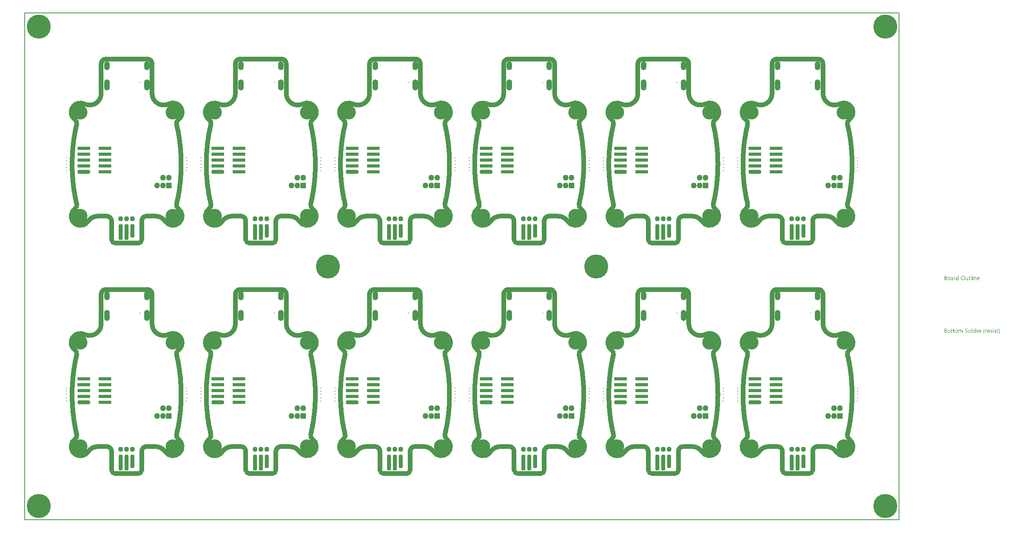
<source format=gbs>
G04*
G04 #@! TF.GenerationSoftware,Altium Limited,Altium Designer,21.9.2 (33)*
G04*
G04 Layer_Color=16711935*
%FSAX25Y25*%
%MOIN*%
G70*
G04*
G04 #@! TF.SameCoordinates,F1FF36CF-567E-4D5E-8A1F-07DE1E34316F*
G04*
G04*
G04 #@! TF.FilePolarity,Negative*
G04*
G01*
G75*
%ADD37C,0.00787*%
%ADD39C,0.03937*%
G04:AMPARAMS|DCode=49|XSize=35.43mil|YSize=135.83mil|CornerRadius=13.82mil|HoleSize=0mil|Usage=FLASHONLY|Rotation=180.000|XOffset=0mil|YOffset=0mil|HoleType=Round|Shape=RoundedRectangle|*
%AMROUNDEDRECTD49*
21,1,0.03543,0.10819,0,0,180.0*
21,1,0.00780,0.13583,0,0,180.0*
1,1,0.02764,-0.00390,0.05409*
1,1,0.02764,0.00390,0.05409*
1,1,0.02764,0.00390,-0.05409*
1,1,0.02764,-0.00390,-0.05409*
%
%ADD49ROUNDEDRECTD49*%
G04:AMPARAMS|DCode=50|XSize=35.43mil|YSize=116.14mil|CornerRadius=13.82mil|HoleSize=0mil|Usage=FLASHONLY|Rotation=180.000|XOffset=0mil|YOffset=0mil|HoleType=Round|Shape=RoundedRectangle|*
%AMROUNDEDRECTD50*
21,1,0.03543,0.08850,0,0,180.0*
21,1,0.00780,0.11614,0,0,180.0*
1,1,0.02764,-0.00390,0.04425*
1,1,0.02764,0.00390,0.04425*
1,1,0.02764,0.00390,-0.04425*
1,1,0.02764,-0.00390,-0.04425*
%
%ADD50ROUNDEDRECTD50*%
%ADD51C,0.04331*%
%ADD77C,0.00800*%
%ADD78C,0.20485*%
G04:AMPARAMS|DCode=79|XSize=49.21mil|YSize=72.84mil|CornerRadius=22.44mil|HoleSize=0mil|Usage=FLASHONLY|Rotation=180.000|XOffset=0mil|YOffset=0mil|HoleType=Round|Shape=RoundedRectangle|*
%AMROUNDEDRECTD79*
21,1,0.04921,0.02795,0,0,180.0*
21,1,0.00433,0.07284,0,0,180.0*
1,1,0.04488,-0.00217,0.01398*
1,1,0.04488,0.00217,0.01398*
1,1,0.04488,0.00217,-0.01398*
1,1,0.04488,-0.00217,-0.01398*
%
%ADD79ROUNDEDRECTD79*%
G04:AMPARAMS|DCode=80|XSize=49.21mil|YSize=92.52mil|CornerRadius=22.44mil|HoleSize=0mil|Usage=FLASHONLY|Rotation=180.000|XOffset=0mil|YOffset=0mil|HoleType=Round|Shape=RoundedRectangle|*
%AMROUNDEDRECTD80*
21,1,0.04921,0.04764,0,0,180.0*
21,1,0.00433,0.09252,0,0,180.0*
1,1,0.04488,-0.00217,0.02382*
1,1,0.04488,0.00217,0.02382*
1,1,0.04488,0.00217,-0.02382*
1,1,0.04488,-0.00217,-0.02382*
%
%ADD80ROUNDEDRECTD80*%
G04:AMPARAMS|DCode=81|XSize=5.91mil|YSize=5.91mil|CornerRadius=0mil|HoleSize=0mil|Usage=FLASHONLY|Rotation=180.000|XOffset=0mil|YOffset=0mil|HoleType=Round|Shape=RoundedRectangle|*
%AMROUNDEDRECTD81*
21,1,0.00591,0.00591,0,0,180.0*
21,1,0.00591,0.00591,0,0,180.0*
1,1,0.00000,-0.00295,0.00295*
1,1,0.00000,0.00295,0.00295*
1,1,0.00000,0.00295,-0.00295*
1,1,0.00000,-0.00295,-0.00295*
%
%ADD81ROUNDEDRECTD81*%
%ADD82C,0.00591*%
%ADD83C,0.12205*%
%ADD84C,0.04961*%
%ADD85R,0.04961X0.04961*%
G04:AMPARAMS|DCode=86|XSize=105.91mil|YSize=30.91mil|CornerRadius=9.2mil|HoleSize=0mil|Usage=FLASHONLY|Rotation=0.000|XOffset=0mil|YOffset=0mil|HoleType=Round|Shape=RoundedRectangle|*
%AMROUNDEDRECTD86*
21,1,0.10591,0.01250,0,0,0.0*
21,1,0.08750,0.03091,0,0,0.0*
1,1,0.01841,0.04375,-0.00625*
1,1,0.01841,-0.04375,-0.00625*
1,1,0.01841,-0.04375,0.00625*
1,1,0.01841,0.04375,0.00625*
%
%ADD86ROUNDEDRECTD86*%
%ADD87R,0.10591X0.03091*%
G36*
X0786906Y0188267D02*
X0786931D01*
X0786986Y0188243D01*
X0787017Y0188224D01*
X0787048Y0188199D01*
X0787054Y0188193D01*
X0787061Y0188187D01*
X0787092Y0188150D01*
X0787116Y0188088D01*
X0787123Y0188051D01*
X0787129Y0188014D01*
Y0188007D01*
Y0187995D01*
X0787123Y0187977D01*
X0787116Y0187952D01*
X0787098Y0187890D01*
X0787073Y0187859D01*
X0787048Y0187828D01*
X0787042D01*
X0787036Y0187816D01*
X0786999Y0187791D01*
X0786943Y0187766D01*
X0786906Y0187760D01*
X0786869Y0187754D01*
X0786850D01*
X0786832Y0187760D01*
X0786807D01*
X0786745Y0187785D01*
X0786714Y0187797D01*
X0786683Y0187822D01*
Y0187828D01*
X0786671Y0187834D01*
X0786658Y0187853D01*
X0786646Y0187871D01*
X0786621Y0187933D01*
X0786615Y0187970D01*
X0786609Y0188014D01*
Y0188020D01*
Y0188032D01*
X0786615Y0188051D01*
X0786621Y0188082D01*
X0786640Y0188137D01*
X0786658Y0188168D01*
X0786683Y0188199D01*
X0786689Y0188206D01*
X0786695Y0188212D01*
X0786733Y0188236D01*
X0786795Y0188261D01*
X0786832Y0188274D01*
X0786887D01*
X0786906Y0188267D01*
D02*
G37*
G36*
X0774916Y0184603D02*
X0774513D01*
Y0185024D01*
X0774501D01*
Y0185018D01*
X0774489Y0185005D01*
X0774470Y0184980D01*
X0774452Y0184950D01*
X0774421Y0184912D01*
X0774384Y0184875D01*
X0774340Y0184832D01*
X0774291Y0184789D01*
X0774235Y0184739D01*
X0774167Y0184696D01*
X0774099Y0184659D01*
X0774018Y0184622D01*
X0773938Y0184591D01*
X0773845Y0184566D01*
X0773746Y0184553D01*
X0773641Y0184547D01*
X0773597D01*
X0773560Y0184553D01*
X0773523Y0184560D01*
X0773474Y0184566D01*
X0773368Y0184591D01*
X0773245Y0184628D01*
X0773121Y0184690D01*
X0773053Y0184727D01*
X0772997Y0184770D01*
X0772935Y0184826D01*
X0772879Y0184881D01*
Y0184888D01*
X0772867Y0184900D01*
X0772855Y0184919D01*
X0772836Y0184943D01*
X0772818Y0184974D01*
X0772793Y0185018D01*
X0772768Y0185067D01*
X0772743Y0185123D01*
X0772712Y0185185D01*
X0772687Y0185253D01*
X0772663Y0185327D01*
X0772644Y0185408D01*
X0772626Y0185494D01*
X0772613Y0185593D01*
X0772607Y0185692D01*
X0772601Y0185798D01*
Y0185804D01*
Y0185822D01*
Y0185860D01*
X0772607Y0185903D01*
X0772613Y0185952D01*
X0772619Y0186014D01*
X0772626Y0186082D01*
X0772638Y0186157D01*
X0772675Y0186318D01*
X0772731Y0186485D01*
X0772768Y0186565D01*
X0772811Y0186646D01*
X0772855Y0186720D01*
X0772910Y0186794D01*
X0772917Y0186800D01*
X0772923Y0186813D01*
X0772941Y0186831D01*
X0772966Y0186856D01*
X0772997Y0186881D01*
X0773040Y0186912D01*
X0773084Y0186949D01*
X0773133Y0186986D01*
X0773257Y0187054D01*
X0773399Y0187116D01*
X0773480Y0187135D01*
X0773566Y0187153D01*
X0773653Y0187166D01*
X0773752Y0187172D01*
X0773802D01*
X0773839Y0187166D01*
X0773876Y0187159D01*
X0773925Y0187153D01*
X0774037Y0187122D01*
X0774161Y0187073D01*
X0774223Y0187042D01*
X0774285Y0186998D01*
X0774346Y0186955D01*
X0774402Y0186899D01*
X0774452Y0186837D01*
X0774501Y0186763D01*
X0774513D01*
Y0188323D01*
X0774916D01*
Y0184603D01*
D02*
G37*
G36*
X0789184Y0187166D02*
X0789258Y0187159D01*
X0789351Y0187141D01*
X0789450Y0187110D01*
X0789555Y0187060D01*
X0789661Y0186992D01*
X0789704Y0186955D01*
X0789747Y0186906D01*
X0789759Y0186893D01*
X0789784Y0186856D01*
X0789815Y0186794D01*
X0789859Y0186707D01*
X0789896Y0186602D01*
X0789933Y0186472D01*
X0789958Y0186318D01*
X0789964Y0186138D01*
Y0184603D01*
X0789561D01*
Y0186033D01*
Y0186039D01*
Y0186070D01*
X0789555Y0186107D01*
Y0186157D01*
X0789543Y0186219D01*
X0789531Y0186287D01*
X0789512Y0186361D01*
X0789487Y0186435D01*
X0789456Y0186510D01*
X0789419Y0186577D01*
X0789369Y0186646D01*
X0789314Y0186707D01*
X0789252Y0186757D01*
X0789172Y0186794D01*
X0789085Y0186825D01*
X0788980Y0186831D01*
X0788967D01*
X0788930Y0186825D01*
X0788874Y0186819D01*
X0788806Y0186800D01*
X0788726Y0186776D01*
X0788639Y0186732D01*
X0788559Y0186677D01*
X0788478Y0186602D01*
X0788472Y0186590D01*
X0788447Y0186565D01*
X0788416Y0186516D01*
X0788379Y0186448D01*
X0788342Y0186367D01*
X0788311Y0186268D01*
X0788286Y0186157D01*
X0788280Y0186033D01*
Y0184603D01*
X0787878D01*
Y0187116D01*
X0788280D01*
Y0186695D01*
X0788293D01*
X0788299Y0186701D01*
X0788305Y0186714D01*
X0788323Y0186739D01*
X0788348Y0186769D01*
X0788373Y0186807D01*
X0788410Y0186844D01*
X0788453Y0186887D01*
X0788503Y0186937D01*
X0788559Y0186980D01*
X0788621Y0187023D01*
X0788689Y0187060D01*
X0788763Y0187098D01*
X0788837Y0187128D01*
X0788924Y0187153D01*
X0789017Y0187166D01*
X0789116Y0187172D01*
X0789153D01*
X0789184Y0187166D01*
D02*
G37*
G36*
X0772186Y0187153D02*
X0772260Y0187147D01*
X0772304Y0187135D01*
X0772335Y0187122D01*
Y0186707D01*
X0772329Y0186714D01*
X0772316Y0186720D01*
X0772291Y0186732D01*
X0772260Y0186751D01*
X0772217Y0186763D01*
X0772161Y0186776D01*
X0772099Y0186782D01*
X0772031Y0186788D01*
X0772019D01*
X0771988Y0186782D01*
X0771939Y0186776D01*
X0771883Y0186757D01*
X0771808Y0186726D01*
X0771740Y0186683D01*
X0771666Y0186621D01*
X0771598Y0186540D01*
X0771592Y0186528D01*
X0771573Y0186497D01*
X0771542Y0186441D01*
X0771511Y0186367D01*
X0771480Y0186274D01*
X0771450Y0186157D01*
X0771431Y0186027D01*
X0771425Y0185878D01*
Y0184603D01*
X0771022D01*
Y0187116D01*
X0771425D01*
Y0186596D01*
X0771437D01*
Y0186602D01*
X0771443Y0186609D01*
X0771456Y0186639D01*
X0771474Y0186689D01*
X0771505Y0186751D01*
X0771536Y0186813D01*
X0771586Y0186881D01*
X0771635Y0186949D01*
X0771697Y0187011D01*
X0771703Y0187017D01*
X0771728Y0187036D01*
X0771765Y0187060D01*
X0771815Y0187085D01*
X0771870Y0187110D01*
X0771939Y0187135D01*
X0772013Y0187153D01*
X0772093Y0187159D01*
X0772149D01*
X0772186Y0187153D01*
D02*
G37*
G36*
X0782926Y0184603D02*
X0782523D01*
Y0184999D01*
X0782511D01*
Y0184993D01*
X0782499Y0184980D01*
X0782486Y0184956D01*
X0782462Y0184931D01*
X0782406Y0184857D01*
X0782319Y0184776D01*
X0782270Y0184733D01*
X0782214Y0184690D01*
X0782152Y0184652D01*
X0782078Y0184615D01*
X0782003Y0184591D01*
X0781923Y0184566D01*
X0781830Y0184553D01*
X0781737Y0184547D01*
X0781700D01*
X0781657Y0184553D01*
X0781595Y0184566D01*
X0781527Y0184578D01*
X0781453Y0184603D01*
X0781372Y0184634D01*
X0781292Y0184683D01*
X0781205Y0184739D01*
X0781124Y0184807D01*
X0781050Y0184894D01*
X0780982Y0184999D01*
X0780920Y0185117D01*
X0780877Y0185259D01*
X0780852Y0185426D01*
X0780840Y0185513D01*
Y0185612D01*
Y0187116D01*
X0781236D01*
Y0185674D01*
Y0185668D01*
Y0185643D01*
X0781242Y0185600D01*
X0781248Y0185550D01*
X0781254Y0185488D01*
X0781267Y0185426D01*
X0781285Y0185352D01*
X0781310Y0185278D01*
X0781347Y0185203D01*
X0781384Y0185135D01*
X0781434Y0185067D01*
X0781496Y0185005D01*
X0781564Y0184956D01*
X0781644Y0184919D01*
X0781743Y0184888D01*
X0781849Y0184881D01*
X0781861D01*
X0781898Y0184888D01*
X0781954Y0184894D01*
X0782016Y0184906D01*
X0782096Y0184937D01*
X0782177Y0184974D01*
X0782257Y0185024D01*
X0782332Y0185098D01*
X0782338Y0185110D01*
X0782363Y0185135D01*
X0782393Y0185185D01*
X0782431Y0185253D01*
X0782462Y0185333D01*
X0782492Y0185432D01*
X0782517Y0185544D01*
X0782523Y0185668D01*
Y0187116D01*
X0782926D01*
Y0184603D01*
D02*
G37*
G36*
X0787061D02*
X0786658D01*
Y0187116D01*
X0787061D01*
Y0184603D01*
D02*
G37*
G36*
X0785841D02*
X0785439D01*
Y0188323D01*
X0785841D01*
Y0184603D01*
D02*
G37*
G36*
X0769462Y0187166D02*
X0769518Y0187159D01*
X0769586Y0187141D01*
X0769661Y0187122D01*
X0769741Y0187091D01*
X0769828Y0187054D01*
X0769908Y0187005D01*
X0769989Y0186943D01*
X0770063Y0186869D01*
X0770131Y0186776D01*
X0770187Y0186670D01*
X0770230Y0186547D01*
X0770255Y0186404D01*
X0770267Y0186237D01*
Y0184603D01*
X0769865D01*
Y0184993D01*
X0769852D01*
Y0184987D01*
X0769840Y0184974D01*
X0769828Y0184950D01*
X0769803Y0184925D01*
X0769741Y0184851D01*
X0769661Y0184770D01*
X0769549Y0184690D01*
X0769419Y0184615D01*
X0769339Y0184591D01*
X0769258Y0184566D01*
X0769172Y0184553D01*
X0769079Y0184547D01*
X0769042D01*
X0769017Y0184553D01*
X0768949Y0184560D01*
X0768868Y0184572D01*
X0768769Y0184597D01*
X0768676Y0184628D01*
X0768577Y0184677D01*
X0768491Y0184739D01*
X0768484Y0184751D01*
X0768460Y0184776D01*
X0768423Y0184820D01*
X0768385Y0184881D01*
X0768348Y0184956D01*
X0768311Y0185042D01*
X0768286Y0185148D01*
X0768280Y0185265D01*
Y0185272D01*
Y0185296D01*
X0768286Y0185333D01*
X0768293Y0185377D01*
X0768305Y0185432D01*
X0768324Y0185494D01*
X0768348Y0185562D01*
X0768385Y0185631D01*
X0768429Y0185705D01*
X0768484Y0185779D01*
X0768553Y0185847D01*
X0768633Y0185909D01*
X0768726Y0185971D01*
X0768837Y0186021D01*
X0768961Y0186058D01*
X0769110Y0186089D01*
X0769865Y0186194D01*
Y0186200D01*
Y0186219D01*
X0769859Y0186256D01*
Y0186293D01*
X0769846Y0186342D01*
X0769840Y0186398D01*
X0769803Y0186516D01*
X0769772Y0186571D01*
X0769741Y0186627D01*
X0769698Y0186683D01*
X0769648Y0186732D01*
X0769586Y0186776D01*
X0769518Y0186807D01*
X0769438Y0186825D01*
X0769345Y0186831D01*
X0769302D01*
X0769271Y0186825D01*
X0769227D01*
X0769184Y0186813D01*
X0769072Y0186794D01*
X0768949Y0186757D01*
X0768813Y0186701D01*
X0768738Y0186664D01*
X0768670Y0186627D01*
X0768596Y0186577D01*
X0768528Y0186522D01*
Y0186937D01*
X0768534D01*
X0768546Y0186949D01*
X0768565Y0186961D01*
X0768596Y0186974D01*
X0768627Y0186992D01*
X0768670Y0187011D01*
X0768720Y0187029D01*
X0768775Y0187054D01*
X0768899Y0187098D01*
X0769048Y0187135D01*
X0769209Y0187159D01*
X0769382Y0187172D01*
X0769419D01*
X0769462Y0187166D01*
D02*
G37*
G36*
X0763774Y0188113D02*
X0763817D01*
X0763861Y0188107D01*
X0763960Y0188094D01*
X0764077Y0188063D01*
X0764201Y0188026D01*
X0764319Y0187970D01*
X0764424Y0187896D01*
X0764430D01*
X0764436Y0187884D01*
X0764467Y0187859D01*
X0764510Y0187809D01*
X0764560Y0187741D01*
X0764603Y0187655D01*
X0764647Y0187556D01*
X0764678Y0187444D01*
X0764690Y0187382D01*
Y0187314D01*
Y0187308D01*
Y0187302D01*
Y0187265D01*
X0764684Y0187209D01*
X0764671Y0187141D01*
X0764653Y0187054D01*
X0764622Y0186968D01*
X0764585Y0186881D01*
X0764529Y0186794D01*
X0764523Y0186782D01*
X0764498Y0186757D01*
X0764461Y0186720D01*
X0764411Y0186670D01*
X0764350Y0186621D01*
X0764275Y0186565D01*
X0764182Y0186522D01*
X0764083Y0186478D01*
Y0186472D01*
X0764102D01*
X0764120Y0186466D01*
X0764139Y0186460D01*
X0764207Y0186448D01*
X0764288Y0186423D01*
X0764374Y0186386D01*
X0764467Y0186342D01*
X0764560Y0186280D01*
X0764647Y0186200D01*
X0764659Y0186188D01*
X0764684Y0186157D01*
X0764715Y0186113D01*
X0764758Y0186045D01*
X0764795Y0185959D01*
X0764832Y0185860D01*
X0764857Y0185742D01*
X0764863Y0185612D01*
Y0185606D01*
Y0185593D01*
Y0185569D01*
X0764857Y0185538D01*
X0764851Y0185501D01*
X0764845Y0185457D01*
X0764820Y0185352D01*
X0764783Y0185234D01*
X0764727Y0185110D01*
X0764690Y0185055D01*
X0764647Y0184993D01*
X0764591Y0184937D01*
X0764535Y0184881D01*
X0764529D01*
X0764523Y0184869D01*
X0764504Y0184857D01*
X0764480Y0184838D01*
X0764449Y0184820D01*
X0764405Y0184795D01*
X0764312Y0184745D01*
X0764195Y0184690D01*
X0764059Y0184646D01*
X0763898Y0184615D01*
X0763817Y0184609D01*
X0763724Y0184603D01*
X0762697D01*
Y0188119D01*
X0763743D01*
X0763774Y0188113D01*
D02*
G37*
G36*
X0784269Y0187116D02*
X0784906D01*
Y0186769D01*
X0784269D01*
Y0185352D01*
Y0185340D01*
Y0185309D01*
X0784275Y0185265D01*
X0784281Y0185210D01*
X0784306Y0185092D01*
X0784325Y0185036D01*
X0784356Y0184993D01*
X0784362Y0184987D01*
X0784374Y0184974D01*
X0784393Y0184962D01*
X0784424Y0184943D01*
X0784461Y0184919D01*
X0784510Y0184906D01*
X0784572Y0184894D01*
X0784640Y0184888D01*
X0784665D01*
X0784696Y0184894D01*
X0784733Y0184900D01*
X0784820Y0184925D01*
X0784863Y0184943D01*
X0784906Y0184968D01*
Y0184622D01*
X0784900D01*
X0784882Y0184609D01*
X0784851Y0184603D01*
X0784807Y0184591D01*
X0784752Y0184578D01*
X0784690Y0184566D01*
X0784616Y0184560D01*
X0784529Y0184553D01*
X0784498D01*
X0784467Y0184560D01*
X0784424Y0184566D01*
X0784374Y0184578D01*
X0784318Y0184591D01*
X0784263Y0184615D01*
X0784201Y0184646D01*
X0784139Y0184683D01*
X0784077Y0184733D01*
X0784021Y0184789D01*
X0783972Y0184863D01*
X0783928Y0184943D01*
X0783898Y0185042D01*
X0783873Y0185154D01*
X0783867Y0185284D01*
Y0186769D01*
X0783439D01*
Y0187116D01*
X0783867D01*
Y0187729D01*
X0784269Y0187859D01*
Y0187116D01*
D02*
G37*
G36*
X0791796Y0187166D02*
X0791839Y0187159D01*
X0791883Y0187153D01*
X0791994Y0187135D01*
X0792118Y0187091D01*
X0792242Y0187036D01*
X0792304Y0186998D01*
X0792366Y0186955D01*
X0792421Y0186906D01*
X0792477Y0186850D01*
X0792483Y0186844D01*
X0792489Y0186837D01*
X0792502Y0186819D01*
X0792520Y0186794D01*
X0792539Y0186757D01*
X0792564Y0186720D01*
X0792588Y0186677D01*
X0792613Y0186621D01*
X0792638Y0186559D01*
X0792663Y0186497D01*
X0792687Y0186423D01*
X0792706Y0186342D01*
X0792725Y0186256D01*
X0792737Y0186169D01*
X0792749Y0186070D01*
Y0185965D01*
Y0185754D01*
X0790973D01*
Y0185748D01*
Y0185736D01*
Y0185717D01*
X0790979Y0185686D01*
X0790985Y0185649D01*
Y0185612D01*
X0791004Y0185513D01*
X0791035Y0185414D01*
X0791072Y0185302D01*
X0791127Y0185197D01*
X0791196Y0185104D01*
X0791208Y0185092D01*
X0791233Y0185067D01*
X0791282Y0185036D01*
X0791350Y0184993D01*
X0791437Y0184950D01*
X0791536Y0184919D01*
X0791654Y0184894D01*
X0791790Y0184881D01*
X0791833D01*
X0791864Y0184888D01*
X0791901D01*
X0791945Y0184894D01*
X0792050Y0184919D01*
X0792167Y0184950D01*
X0792297Y0184999D01*
X0792434Y0185067D01*
X0792502Y0185110D01*
X0792570Y0185160D01*
Y0184782D01*
X0792564D01*
X0792557Y0184770D01*
X0792539Y0184764D01*
X0792508Y0184745D01*
X0792477Y0184727D01*
X0792440Y0184708D01*
X0792390Y0184690D01*
X0792341Y0184665D01*
X0792279Y0184640D01*
X0792211Y0184622D01*
X0792062Y0184584D01*
X0791889Y0184560D01*
X0791697Y0184547D01*
X0791647D01*
X0791610Y0184553D01*
X0791567Y0184560D01*
X0791511Y0184566D01*
X0791394Y0184591D01*
X0791257Y0184628D01*
X0791121Y0184690D01*
X0791053Y0184733D01*
X0790985Y0184776D01*
X0790923Y0184826D01*
X0790861Y0184888D01*
X0790855Y0184894D01*
X0790849Y0184906D01*
X0790837Y0184925D01*
X0790812Y0184950D01*
X0790793Y0184987D01*
X0790768Y0185030D01*
X0790737Y0185080D01*
X0790713Y0185135D01*
X0790682Y0185197D01*
X0790657Y0185272D01*
X0790626Y0185352D01*
X0790608Y0185439D01*
X0790589Y0185531D01*
X0790570Y0185631D01*
X0790564Y0185736D01*
X0790558Y0185847D01*
Y0185853D01*
Y0185872D01*
Y0185903D01*
X0790564Y0185946D01*
X0790570Y0185996D01*
X0790577Y0186051D01*
X0790583Y0186119D01*
X0790601Y0186188D01*
X0790638Y0186336D01*
X0790694Y0186497D01*
X0790731Y0186577D01*
X0790781Y0186652D01*
X0790830Y0186732D01*
X0790886Y0186800D01*
X0790892Y0186807D01*
X0790905Y0186819D01*
X0790923Y0186837D01*
X0790948Y0186856D01*
X0790979Y0186887D01*
X0791016Y0186918D01*
X0791066Y0186949D01*
X0791115Y0186986D01*
X0791233Y0187054D01*
X0791375Y0187116D01*
X0791456Y0187135D01*
X0791536Y0187153D01*
X0791623Y0187166D01*
X0791715Y0187172D01*
X0791765D01*
X0791796Y0187166D01*
D02*
G37*
G36*
X0778754Y0188175D02*
X0778816Y0188168D01*
X0778890Y0188156D01*
X0778970Y0188137D01*
X0779057Y0188119D01*
X0779144Y0188094D01*
X0779243Y0188063D01*
X0779335Y0188020D01*
X0779435Y0187970D01*
X0779534Y0187915D01*
X0779627Y0187847D01*
X0779719Y0187772D01*
X0779806Y0187686D01*
X0779812Y0187679D01*
X0779825Y0187661D01*
X0779849Y0187636D01*
X0779874Y0187599D01*
X0779911Y0187549D01*
X0779948Y0187487D01*
X0779986Y0187419D01*
X0780029Y0187345D01*
X0780072Y0187252D01*
X0780109Y0187159D01*
X0780146Y0187054D01*
X0780184Y0186937D01*
X0780208Y0186819D01*
X0780233Y0186689D01*
X0780245Y0186547D01*
X0780252Y0186404D01*
Y0186392D01*
Y0186367D01*
Y0186324D01*
X0780245Y0186262D01*
X0780239Y0186188D01*
X0780227Y0186107D01*
X0780215Y0186014D01*
X0780196Y0185909D01*
X0780171Y0185804D01*
X0780140Y0185692D01*
X0780103Y0185581D01*
X0780060Y0185469D01*
X0780004Y0185352D01*
X0779942Y0185247D01*
X0779874Y0185142D01*
X0779794Y0185042D01*
X0779787Y0185036D01*
X0779775Y0185024D01*
X0779744Y0184999D01*
X0779713Y0184968D01*
X0779664Y0184925D01*
X0779608Y0184888D01*
X0779546Y0184838D01*
X0779472Y0184795D01*
X0779391Y0184751D01*
X0779298Y0184702D01*
X0779199Y0184665D01*
X0779088Y0184628D01*
X0778970Y0184591D01*
X0778847Y0184566D01*
X0778717Y0184553D01*
X0778574Y0184547D01*
X0778543D01*
X0778500Y0184553D01*
X0778450D01*
X0778389Y0184560D01*
X0778314Y0184572D01*
X0778234Y0184591D01*
X0778141Y0184609D01*
X0778048Y0184634D01*
X0777949Y0184665D01*
X0777850Y0184708D01*
X0777751Y0184751D01*
X0777652Y0184807D01*
X0777553Y0184875D01*
X0777460Y0184950D01*
X0777373Y0185036D01*
X0777367Y0185042D01*
X0777355Y0185061D01*
X0777330Y0185086D01*
X0777305Y0185123D01*
X0777268Y0185172D01*
X0777231Y0185234D01*
X0777194Y0185302D01*
X0777150Y0185383D01*
X0777107Y0185469D01*
X0777070Y0185562D01*
X0777033Y0185668D01*
X0776996Y0185785D01*
X0776971Y0185903D01*
X0776946Y0186033D01*
X0776934Y0186175D01*
X0776928Y0186318D01*
Y0186330D01*
Y0186355D01*
X0776934Y0186398D01*
Y0186460D01*
X0776940Y0186528D01*
X0776952Y0186615D01*
X0776965Y0186707D01*
X0776983Y0186807D01*
X0777008Y0186912D01*
X0777039Y0187023D01*
X0777076Y0187135D01*
X0777119Y0187246D01*
X0777175Y0187357D01*
X0777237Y0187469D01*
X0777305Y0187574D01*
X0777386Y0187673D01*
X0777392Y0187679D01*
X0777404Y0187698D01*
X0777435Y0187723D01*
X0777472Y0187754D01*
X0777516Y0187791D01*
X0777571Y0187834D01*
X0777639Y0187877D01*
X0777714Y0187927D01*
X0777800Y0187977D01*
X0777893Y0188020D01*
X0777992Y0188063D01*
X0778104Y0188100D01*
X0778228Y0188131D01*
X0778358Y0188162D01*
X0778494Y0188175D01*
X0778636Y0188181D01*
X0778704D01*
X0778754Y0188175D01*
D02*
G37*
G36*
X0766726Y0187166D02*
X0766770Y0187159D01*
X0766826Y0187153D01*
X0766949Y0187128D01*
X0767092Y0187085D01*
X0767234Y0187023D01*
X0767308Y0186986D01*
X0767377Y0186943D01*
X0767445Y0186887D01*
X0767507Y0186825D01*
X0767513Y0186819D01*
X0767519Y0186807D01*
X0767537Y0186788D01*
X0767556Y0186763D01*
X0767581Y0186726D01*
X0767605Y0186683D01*
X0767636Y0186633D01*
X0767667Y0186577D01*
X0767692Y0186510D01*
X0767723Y0186441D01*
X0767748Y0186361D01*
X0767773Y0186274D01*
X0767791Y0186181D01*
X0767810Y0186082D01*
X0767816Y0185977D01*
X0767822Y0185866D01*
Y0185860D01*
Y0185841D01*
Y0185810D01*
X0767816Y0185767D01*
X0767810Y0185717D01*
X0767804Y0185655D01*
X0767791Y0185593D01*
X0767779Y0185519D01*
X0767742Y0185371D01*
X0767680Y0185210D01*
X0767643Y0185129D01*
X0767593Y0185049D01*
X0767544Y0184974D01*
X0767482Y0184906D01*
X0767476Y0184900D01*
X0767463Y0184894D01*
X0767445Y0184875D01*
X0767420Y0184851D01*
X0767383Y0184826D01*
X0767346Y0184795D01*
X0767296Y0184758D01*
X0767240Y0184727D01*
X0767178Y0184696D01*
X0767110Y0184659D01*
X0767036Y0184628D01*
X0766956Y0184603D01*
X0766869Y0184578D01*
X0766776Y0184566D01*
X0766677Y0184553D01*
X0766572Y0184547D01*
X0766516D01*
X0766479Y0184553D01*
X0766436Y0184560D01*
X0766380Y0184566D01*
X0766318Y0184578D01*
X0766250Y0184591D01*
X0766108Y0184634D01*
X0765959Y0184696D01*
X0765885Y0184733D01*
X0765817Y0184782D01*
X0765749Y0184832D01*
X0765680Y0184894D01*
X0765674Y0184900D01*
X0765668Y0184912D01*
X0765650Y0184931D01*
X0765631Y0184956D01*
X0765606Y0184993D01*
X0765575Y0185036D01*
X0765544Y0185086D01*
X0765520Y0185142D01*
X0765488Y0185210D01*
X0765458Y0185278D01*
X0765427Y0185352D01*
X0765402Y0185439D01*
X0765365Y0185624D01*
X0765358Y0185723D01*
X0765352Y0185829D01*
Y0185835D01*
Y0185860D01*
Y0185890D01*
X0765358Y0185934D01*
X0765365Y0185983D01*
X0765371Y0186045D01*
X0765383Y0186113D01*
X0765396Y0186188D01*
X0765433Y0186348D01*
X0765495Y0186510D01*
X0765538Y0186590D01*
X0765581Y0186670D01*
X0765631Y0186745D01*
X0765693Y0186813D01*
X0765699Y0186819D01*
X0765711Y0186831D01*
X0765730Y0186844D01*
X0765755Y0186869D01*
X0765792Y0186893D01*
X0765835Y0186924D01*
X0765885Y0186961D01*
X0765940Y0186992D01*
X0766002Y0187023D01*
X0766077Y0187060D01*
X0766151Y0187091D01*
X0766237Y0187116D01*
X0766324Y0187141D01*
X0766423Y0187159D01*
X0766528Y0187166D01*
X0766634Y0187172D01*
X0766689D01*
X0766726Y0187166D01*
D02*
G37*
G36*
X0804337Y0143341D02*
X0804362D01*
X0804417Y0143316D01*
X0804448Y0143298D01*
X0804479Y0143273D01*
X0804486Y0143267D01*
X0804492Y0143260D01*
X0804523Y0143223D01*
X0804547Y0143161D01*
X0804554Y0143124D01*
X0804560Y0143087D01*
Y0143081D01*
Y0143069D01*
X0804554Y0143050D01*
X0804547Y0143025D01*
X0804529Y0142963D01*
X0804504Y0142932D01*
X0804479Y0142901D01*
X0804473D01*
X0804467Y0142889D01*
X0804430Y0142864D01*
X0804374Y0142840D01*
X0804337Y0142833D01*
X0804300Y0142827D01*
X0804281D01*
X0804263Y0142833D01*
X0804238D01*
X0804176Y0142858D01*
X0804145Y0142870D01*
X0804114Y0142895D01*
Y0142901D01*
X0804102Y0142908D01*
X0804089Y0142926D01*
X0804077Y0142945D01*
X0804052Y0143007D01*
X0804046Y0143044D01*
X0804040Y0143087D01*
Y0143093D01*
Y0143106D01*
X0804046Y0143124D01*
X0804052Y0143155D01*
X0804071Y0143211D01*
X0804089Y0143242D01*
X0804114Y0143273D01*
X0804120Y0143279D01*
X0804126Y0143285D01*
X0804164Y0143310D01*
X0804226Y0143335D01*
X0804263Y0143347D01*
X0804318D01*
X0804337Y0143341D01*
D02*
G37*
G36*
X0781768Y0143248D02*
X0781818D01*
X0781929Y0143236D01*
X0782053Y0143223D01*
X0782177Y0143199D01*
X0782294Y0143168D01*
X0782344Y0143149D01*
X0782393Y0143124D01*
Y0142660D01*
X0782387D01*
X0782381Y0142672D01*
X0782363Y0142679D01*
X0782338Y0142697D01*
X0782307Y0142710D01*
X0782270Y0142728D01*
X0782177Y0142771D01*
X0782065Y0142809D01*
X0781929Y0142846D01*
X0781768Y0142870D01*
X0781595Y0142877D01*
X0781545D01*
X0781508Y0142870D01*
X0781471D01*
X0781422Y0142864D01*
X0781322Y0142846D01*
X0781316D01*
X0781298Y0142840D01*
X0781273Y0142833D01*
X0781242Y0142827D01*
X0781168Y0142796D01*
X0781081Y0142759D01*
X0781075D01*
X0781063Y0142747D01*
X0781044Y0142734D01*
X0781019Y0142716D01*
X0780964Y0142660D01*
X0780908Y0142592D01*
Y0142586D01*
X0780895Y0142573D01*
X0780889Y0142555D01*
X0780877Y0142524D01*
X0780864Y0142487D01*
X0780858Y0142450D01*
X0780846Y0142350D01*
Y0142344D01*
Y0142326D01*
Y0142301D01*
X0780852Y0142270D01*
X0780864Y0142196D01*
X0780895Y0142115D01*
Y0142109D01*
X0780908Y0142097D01*
X0780914Y0142078D01*
X0780933Y0142053D01*
X0780982Y0141998D01*
X0781044Y0141936D01*
X0781050Y0141930D01*
X0781063Y0141923D01*
X0781081Y0141905D01*
X0781112Y0141886D01*
X0781149Y0141861D01*
X0781186Y0141837D01*
X0781285Y0141775D01*
X0781292Y0141769D01*
X0781310Y0141762D01*
X0781341Y0141744D01*
X0781378Y0141725D01*
X0781428Y0141701D01*
X0781484Y0141676D01*
X0781607Y0141614D01*
X0781613Y0141608D01*
X0781638Y0141595D01*
X0781675Y0141577D01*
X0781725Y0141552D01*
X0781781Y0141527D01*
X0781843Y0141490D01*
X0781966Y0141416D01*
X0781973Y0141410D01*
X0781997Y0141397D01*
X0782028Y0141379D01*
X0782071Y0141348D01*
X0782164Y0141273D01*
X0782263Y0141187D01*
X0782270Y0141181D01*
X0782288Y0141168D01*
X0782307Y0141137D01*
X0782338Y0141106D01*
X0782369Y0141063D01*
X0782406Y0141020D01*
X0782468Y0140908D01*
X0782474Y0140902D01*
X0782480Y0140884D01*
X0782492Y0140852D01*
X0782505Y0140809D01*
X0782517Y0140760D01*
X0782530Y0140698D01*
X0782542Y0140636D01*
Y0140562D01*
Y0140549D01*
Y0140518D01*
X0782536Y0140469D01*
X0782530Y0140407D01*
X0782517Y0140339D01*
X0782499Y0140264D01*
X0782474Y0140190D01*
X0782437Y0140122D01*
X0782431Y0140116D01*
X0782418Y0140091D01*
X0782393Y0140060D01*
X0782369Y0140017D01*
X0782325Y0139974D01*
X0782282Y0139924D01*
X0782226Y0139874D01*
X0782164Y0139825D01*
X0782158Y0139819D01*
X0782133Y0139806D01*
X0782096Y0139788D01*
X0782047Y0139763D01*
X0781991Y0139738D01*
X0781923Y0139714D01*
X0781843Y0139689D01*
X0781762Y0139670D01*
X0781750D01*
X0781725Y0139664D01*
X0781682Y0139658D01*
X0781620Y0139646D01*
X0781552Y0139639D01*
X0781471Y0139627D01*
X0781384Y0139621D01*
X0781236D01*
X0781168Y0139627D01*
X0781081Y0139633D01*
X0781063D01*
X0781038Y0139639D01*
X0781007Y0139646D01*
X0780926Y0139652D01*
X0780833Y0139670D01*
X0780827D01*
X0780809Y0139676D01*
X0780784Y0139683D01*
X0780753Y0139689D01*
X0780679Y0139707D01*
X0780592Y0139732D01*
X0780586D01*
X0780574Y0139738D01*
X0780555Y0139744D01*
X0780530Y0139757D01*
X0780468Y0139782D01*
X0780406Y0139819D01*
Y0140302D01*
X0780413Y0140295D01*
X0780425Y0140289D01*
X0780437Y0140277D01*
X0780462Y0140258D01*
X0780530Y0140215D01*
X0780611Y0140165D01*
X0780617D01*
X0780629Y0140159D01*
X0780654Y0140147D01*
X0780685Y0140135D01*
X0780765Y0140097D01*
X0780852Y0140066D01*
X0780858D01*
X0780877Y0140060D01*
X0780902Y0140054D01*
X0780933Y0140048D01*
X0781019Y0140023D01*
X0781112Y0140005D01*
X0781137D01*
X0781162Y0139998D01*
X0781193D01*
X0781267Y0139992D01*
X0781354Y0139986D01*
X0781415D01*
X0781484Y0139992D01*
X0781570Y0140005D01*
X0781663Y0140017D01*
X0781756Y0140042D01*
X0781843Y0140079D01*
X0781923Y0140122D01*
X0781929Y0140128D01*
X0781954Y0140147D01*
X0781985Y0140184D01*
X0782016Y0140227D01*
X0782053Y0140283D01*
X0782078Y0140357D01*
X0782102Y0140438D01*
X0782109Y0140531D01*
Y0140537D01*
Y0140555D01*
Y0140580D01*
X0782102Y0140617D01*
X0782084Y0140698D01*
X0782047Y0140778D01*
Y0140784D01*
X0782034Y0140797D01*
X0782022Y0140815D01*
X0782003Y0140840D01*
X0781948Y0140902D01*
X0781873Y0140970D01*
X0781867Y0140976D01*
X0781855Y0140989D01*
X0781830Y0141001D01*
X0781799Y0141026D01*
X0781762Y0141051D01*
X0781719Y0141082D01*
X0781613Y0141137D01*
X0781607Y0141144D01*
X0781589Y0141150D01*
X0781558Y0141168D01*
X0781514Y0141187D01*
X0781471Y0141218D01*
X0781415Y0141243D01*
X0781285Y0141311D01*
X0781279Y0141317D01*
X0781254Y0141329D01*
X0781217Y0141348D01*
X0781174Y0141366D01*
X0781124Y0141397D01*
X0781069Y0141428D01*
X0780945Y0141496D01*
X0780939Y0141502D01*
X0780920Y0141515D01*
X0780889Y0141533D01*
X0780852Y0141558D01*
X0780759Y0141626D01*
X0780666Y0141707D01*
X0780660Y0141713D01*
X0780648Y0141725D01*
X0780623Y0141750D01*
X0780598Y0141781D01*
X0780567Y0141824D01*
X0780536Y0141868D01*
X0780481Y0141967D01*
Y0141973D01*
X0780468Y0141991D01*
X0780462Y0142023D01*
X0780450Y0142066D01*
X0780437Y0142115D01*
X0780425Y0142177D01*
X0780419Y0142239D01*
X0780413Y0142313D01*
Y0142326D01*
Y0142357D01*
X0780419Y0142400D01*
X0780425Y0142456D01*
X0780437Y0142524D01*
X0780456Y0142592D01*
X0780481Y0142660D01*
X0780518Y0142728D01*
X0780524Y0142734D01*
X0780536Y0142759D01*
X0780561Y0142790D01*
X0780592Y0142833D01*
X0780629Y0142877D01*
X0780679Y0142926D01*
X0780734Y0142976D01*
X0780796Y0143019D01*
X0780803Y0143025D01*
X0780827Y0143038D01*
X0780864Y0143062D01*
X0780908Y0143087D01*
X0780970Y0143112D01*
X0781032Y0143143D01*
X0781106Y0143168D01*
X0781186Y0143192D01*
X0781199D01*
X0781223Y0143205D01*
X0781267Y0143211D01*
X0781329Y0143223D01*
X0781397Y0143236D01*
X0781471Y0143242D01*
X0781638Y0143254D01*
X0781725D01*
X0781768Y0143248D01*
D02*
G37*
G36*
X0789500Y0139676D02*
X0789097D01*
Y0140097D01*
X0789085D01*
Y0140091D01*
X0789072Y0140079D01*
X0789054Y0140054D01*
X0789035Y0140023D01*
X0789004Y0139986D01*
X0788967Y0139949D01*
X0788924Y0139906D01*
X0788874Y0139862D01*
X0788819Y0139813D01*
X0788751Y0139769D01*
X0788682Y0139732D01*
X0788602Y0139695D01*
X0788521Y0139664D01*
X0788429Y0139639D01*
X0788330Y0139627D01*
X0788224Y0139621D01*
X0788181D01*
X0788144Y0139627D01*
X0788107Y0139633D01*
X0788057Y0139639D01*
X0787952Y0139664D01*
X0787828Y0139701D01*
X0787704Y0139763D01*
X0787636Y0139800D01*
X0787581Y0139844D01*
X0787519Y0139899D01*
X0787463Y0139955D01*
Y0139961D01*
X0787451Y0139974D01*
X0787438Y0139992D01*
X0787420Y0140017D01*
X0787401Y0140048D01*
X0787376Y0140091D01*
X0787352Y0140141D01*
X0787327Y0140196D01*
X0787296Y0140258D01*
X0787271Y0140326D01*
X0787246Y0140401D01*
X0787228Y0140481D01*
X0787209Y0140568D01*
X0787197Y0140667D01*
X0787191Y0140766D01*
X0787184Y0140871D01*
Y0140877D01*
Y0140896D01*
Y0140933D01*
X0787191Y0140976D01*
X0787197Y0141026D01*
X0787203Y0141088D01*
X0787209Y0141156D01*
X0787222Y0141230D01*
X0787259Y0141391D01*
X0787315Y0141558D01*
X0787352Y0141639D01*
X0787395Y0141719D01*
X0787438Y0141793D01*
X0787494Y0141868D01*
X0787500Y0141874D01*
X0787506Y0141886D01*
X0787525Y0141905D01*
X0787550Y0141930D01*
X0787581Y0141954D01*
X0787624Y0141985D01*
X0787667Y0142023D01*
X0787717Y0142060D01*
X0787841Y0142128D01*
X0787983Y0142190D01*
X0788063Y0142208D01*
X0788150Y0142227D01*
X0788237Y0142239D01*
X0788336Y0142245D01*
X0788385D01*
X0788422Y0142239D01*
X0788460Y0142233D01*
X0788509Y0142227D01*
X0788621Y0142196D01*
X0788744Y0142146D01*
X0788806Y0142115D01*
X0788868Y0142072D01*
X0788930Y0142029D01*
X0788986Y0141973D01*
X0789035Y0141911D01*
X0789085Y0141837D01*
X0789097D01*
Y0143397D01*
X0789500D01*
Y0139676D01*
D02*
G37*
G36*
X0806244Y0142239D02*
X0806324Y0142233D01*
X0806411Y0142220D01*
X0806510Y0142196D01*
X0806609Y0142171D01*
X0806708Y0142134D01*
Y0141725D01*
X0806695Y0141732D01*
X0806658Y0141756D01*
X0806602Y0141781D01*
X0806528Y0141818D01*
X0806435Y0141849D01*
X0806324Y0141880D01*
X0806200Y0141899D01*
X0806070Y0141905D01*
X0806002D01*
X0805940Y0141893D01*
X0805866Y0141880D01*
X0805860D01*
X0805853Y0141874D01*
X0805816Y0141861D01*
X0805767Y0141837D01*
X0805711Y0141806D01*
X0805699Y0141800D01*
X0805674Y0141775D01*
X0805643Y0141738D01*
X0805612Y0141694D01*
X0805606Y0141682D01*
X0805593Y0141651D01*
X0805581Y0141608D01*
X0805575Y0141552D01*
Y0141546D01*
Y0141533D01*
Y0141515D01*
X0805581Y0141496D01*
X0805593Y0141441D01*
X0805612Y0141385D01*
X0805618Y0141373D01*
X0805637Y0141348D01*
X0805674Y0141311D01*
X0805717Y0141267D01*
X0805723D01*
X0805730Y0141261D01*
X0805767Y0141236D01*
X0805816Y0141205D01*
X0805884Y0141174D01*
X0805891D01*
X0805903Y0141168D01*
X0805922Y0141162D01*
X0805952Y0141150D01*
X0806021Y0141125D01*
X0806107Y0141088D01*
X0806114D01*
X0806138Y0141075D01*
X0806169Y0141063D01*
X0806206Y0141051D01*
X0806305Y0141007D01*
X0806404Y0140958D01*
X0806411D01*
X0806429Y0140945D01*
X0806454Y0140933D01*
X0806485Y0140914D01*
X0806559Y0140865D01*
X0806633Y0140803D01*
X0806640Y0140797D01*
X0806652Y0140791D01*
X0806664Y0140772D01*
X0806689Y0140747D01*
X0806732Y0140685D01*
X0806776Y0140605D01*
Y0140599D01*
X0806782Y0140586D01*
X0806794Y0140562D01*
X0806801Y0140531D01*
X0806813Y0140494D01*
X0806819Y0140450D01*
X0806825Y0140345D01*
Y0140339D01*
Y0140314D01*
X0806819Y0140277D01*
X0806813Y0140234D01*
X0806807Y0140184D01*
X0806788Y0140128D01*
X0806770Y0140079D01*
X0806739Y0140023D01*
X0806732Y0140017D01*
X0806726Y0139998D01*
X0806708Y0139974D01*
X0806683Y0139943D01*
X0806652Y0139906D01*
X0806615Y0139868D01*
X0806522Y0139794D01*
X0806516Y0139788D01*
X0806497Y0139782D01*
X0806472Y0139763D01*
X0806429Y0139744D01*
X0806386Y0139720D01*
X0806330Y0139701D01*
X0806274Y0139683D01*
X0806206Y0139664D01*
X0806200D01*
X0806175Y0139658D01*
X0806138Y0139652D01*
X0806095Y0139646D01*
X0806033Y0139633D01*
X0805971Y0139627D01*
X0805829Y0139621D01*
X0805767D01*
X0805693Y0139627D01*
X0805600Y0139639D01*
X0805494Y0139658D01*
X0805383Y0139683D01*
X0805272Y0139714D01*
X0805160Y0139763D01*
Y0140196D01*
X0805166D01*
X0805173Y0140184D01*
X0805191Y0140172D01*
X0805216Y0140159D01*
X0805284Y0140122D01*
X0805377Y0140079D01*
X0805482Y0140029D01*
X0805606Y0139992D01*
X0805742Y0139967D01*
X0805884Y0139955D01*
X0805934D01*
X0805965Y0139961D01*
X0806052Y0139974D01*
X0806151Y0139998D01*
X0806244Y0140042D01*
X0806287Y0140073D01*
X0806330Y0140103D01*
X0806361Y0140147D01*
X0806386Y0140190D01*
X0806404Y0140246D01*
X0806411Y0140308D01*
Y0140314D01*
Y0140326D01*
Y0140345D01*
X0806404Y0140364D01*
X0806392Y0140419D01*
X0806367Y0140475D01*
Y0140481D01*
X0806361Y0140487D01*
X0806336Y0140518D01*
X0806299Y0140562D01*
X0806244Y0140599D01*
X0806237D01*
X0806231Y0140611D01*
X0806194Y0140630D01*
X0806138Y0140667D01*
X0806064Y0140698D01*
X0806058D01*
X0806045Y0140704D01*
X0806027Y0140716D01*
X0805996Y0140729D01*
X0805928Y0140753D01*
X0805841Y0140791D01*
X0805835D01*
X0805810Y0140803D01*
X0805779Y0140815D01*
X0805742Y0140828D01*
X0805643Y0140871D01*
X0805544Y0140921D01*
X0805538Y0140927D01*
X0805525Y0140933D01*
X0805501Y0140945D01*
X0805470Y0140964D01*
X0805402Y0141014D01*
X0805334Y0141069D01*
X0805327Y0141075D01*
X0805321Y0141082D01*
X0805303Y0141100D01*
X0805284Y0141125D01*
X0805241Y0141187D01*
X0805204Y0141261D01*
Y0141267D01*
X0805197Y0141280D01*
X0805191Y0141304D01*
X0805185Y0141335D01*
X0805179Y0141373D01*
X0805173Y0141416D01*
X0805166Y0141521D01*
Y0141527D01*
Y0141552D01*
X0805173Y0141583D01*
X0805179Y0141626D01*
X0805185Y0141676D01*
X0805204Y0141725D01*
X0805222Y0141781D01*
X0805247Y0141831D01*
X0805253Y0141837D01*
X0805259Y0141855D01*
X0805278Y0141880D01*
X0805303Y0141911D01*
X0805371Y0141985D01*
X0805457Y0142060D01*
X0805464Y0142066D01*
X0805482Y0142072D01*
X0805507Y0142090D01*
X0805550Y0142109D01*
X0805593Y0142134D01*
X0805643Y0142159D01*
X0805767Y0142196D01*
X0805773D01*
X0805798Y0142202D01*
X0805829Y0142214D01*
X0805878Y0142220D01*
X0805928Y0142233D01*
X0805990Y0142239D01*
X0806126Y0142245D01*
X0806182D01*
X0806244Y0142239D01*
D02*
G37*
G36*
X0802888D02*
X0802969Y0142233D01*
X0803056Y0142220D01*
X0803155Y0142196D01*
X0803254Y0142171D01*
X0803353Y0142134D01*
Y0141725D01*
X0803340Y0141732D01*
X0803303Y0141756D01*
X0803248Y0141781D01*
X0803173Y0141818D01*
X0803080Y0141849D01*
X0802969Y0141880D01*
X0802845Y0141899D01*
X0802715Y0141905D01*
X0802647D01*
X0802585Y0141893D01*
X0802511Y0141880D01*
X0802505D01*
X0802499Y0141874D01*
X0802461Y0141861D01*
X0802412Y0141837D01*
X0802356Y0141806D01*
X0802344Y0141800D01*
X0802319Y0141775D01*
X0802288Y0141738D01*
X0802257Y0141694D01*
X0802251Y0141682D01*
X0802239Y0141651D01*
X0802226Y0141608D01*
X0802220Y0141552D01*
Y0141546D01*
Y0141533D01*
Y0141515D01*
X0802226Y0141496D01*
X0802239Y0141441D01*
X0802257Y0141385D01*
X0802263Y0141373D01*
X0802282Y0141348D01*
X0802319Y0141311D01*
X0802362Y0141267D01*
X0802369D01*
X0802375Y0141261D01*
X0802412Y0141236D01*
X0802461Y0141205D01*
X0802530Y0141174D01*
X0802536D01*
X0802548Y0141168D01*
X0802567Y0141162D01*
X0802598Y0141150D01*
X0802666Y0141125D01*
X0802752Y0141088D01*
X0802759D01*
X0802783Y0141075D01*
X0802814Y0141063D01*
X0802851Y0141051D01*
X0802950Y0141007D01*
X0803049Y0140958D01*
X0803056D01*
X0803074Y0140945D01*
X0803099Y0140933D01*
X0803130Y0140914D01*
X0803204Y0140865D01*
X0803279Y0140803D01*
X0803285Y0140797D01*
X0803297Y0140791D01*
X0803309Y0140772D01*
X0803334Y0140747D01*
X0803378Y0140685D01*
X0803421Y0140605D01*
Y0140599D01*
X0803427Y0140586D01*
X0803439Y0140562D01*
X0803446Y0140531D01*
X0803458Y0140494D01*
X0803464Y0140450D01*
X0803470Y0140345D01*
Y0140339D01*
Y0140314D01*
X0803464Y0140277D01*
X0803458Y0140234D01*
X0803452Y0140184D01*
X0803433Y0140128D01*
X0803415Y0140079D01*
X0803384Y0140023D01*
X0803378Y0140017D01*
X0803371Y0139998D01*
X0803353Y0139974D01*
X0803328Y0139943D01*
X0803297Y0139906D01*
X0803260Y0139868D01*
X0803167Y0139794D01*
X0803161Y0139788D01*
X0803142Y0139782D01*
X0803117Y0139763D01*
X0803074Y0139744D01*
X0803031Y0139720D01*
X0802975Y0139701D01*
X0802919Y0139683D01*
X0802851Y0139664D01*
X0802845D01*
X0802820Y0139658D01*
X0802783Y0139652D01*
X0802740Y0139646D01*
X0802678Y0139633D01*
X0802616Y0139627D01*
X0802474Y0139621D01*
X0802412D01*
X0802338Y0139627D01*
X0802245Y0139639D01*
X0802139Y0139658D01*
X0802028Y0139683D01*
X0801917Y0139714D01*
X0801805Y0139763D01*
Y0140196D01*
X0801811D01*
X0801818Y0140184D01*
X0801836Y0140172D01*
X0801861Y0140159D01*
X0801929Y0140122D01*
X0802022Y0140079D01*
X0802127Y0140029D01*
X0802251Y0139992D01*
X0802387Y0139967D01*
X0802530Y0139955D01*
X0802579D01*
X0802610Y0139961D01*
X0802697Y0139974D01*
X0802796Y0139998D01*
X0802888Y0140042D01*
X0802932Y0140073D01*
X0802975Y0140103D01*
X0803006Y0140147D01*
X0803031Y0140190D01*
X0803049Y0140246D01*
X0803056Y0140308D01*
Y0140314D01*
Y0140326D01*
Y0140345D01*
X0803049Y0140364D01*
X0803037Y0140419D01*
X0803012Y0140475D01*
Y0140481D01*
X0803006Y0140487D01*
X0802981Y0140518D01*
X0802944Y0140562D01*
X0802888Y0140599D01*
X0802882D01*
X0802876Y0140611D01*
X0802839Y0140630D01*
X0802783Y0140667D01*
X0802709Y0140698D01*
X0802703D01*
X0802690Y0140704D01*
X0802672Y0140716D01*
X0802641Y0140729D01*
X0802573Y0140753D01*
X0802486Y0140791D01*
X0802480D01*
X0802455Y0140803D01*
X0802424Y0140815D01*
X0802387Y0140828D01*
X0802288Y0140871D01*
X0802189Y0140921D01*
X0802183Y0140927D01*
X0802170Y0140933D01*
X0802146Y0140945D01*
X0802115Y0140964D01*
X0802047Y0141014D01*
X0801979Y0141069D01*
X0801972Y0141075D01*
X0801966Y0141082D01*
X0801948Y0141100D01*
X0801929Y0141125D01*
X0801886Y0141187D01*
X0801849Y0141261D01*
Y0141267D01*
X0801842Y0141280D01*
X0801836Y0141304D01*
X0801830Y0141335D01*
X0801824Y0141373D01*
X0801818Y0141416D01*
X0801811Y0141521D01*
Y0141527D01*
Y0141552D01*
X0801818Y0141583D01*
X0801824Y0141626D01*
X0801830Y0141676D01*
X0801849Y0141725D01*
X0801867Y0141781D01*
X0801892Y0141831D01*
X0801898Y0141837D01*
X0801904Y0141855D01*
X0801923Y0141880D01*
X0801948Y0141911D01*
X0802016Y0141985D01*
X0802102Y0142060D01*
X0802109Y0142066D01*
X0802127Y0142072D01*
X0802152Y0142090D01*
X0802195Y0142109D01*
X0802239Y0142134D01*
X0802288Y0142159D01*
X0802412Y0142196D01*
X0802418D01*
X0802443Y0142202D01*
X0802474Y0142214D01*
X0802523Y0142220D01*
X0802573Y0142233D01*
X0802635Y0142239D01*
X0802771Y0142245D01*
X0802827D01*
X0802888Y0142239D01*
D02*
G37*
G36*
X0777633D02*
X0777689Y0142227D01*
X0777751Y0142214D01*
X0777819Y0142190D01*
X0777900Y0142159D01*
X0777974Y0142115D01*
X0778054Y0142066D01*
X0778128Y0141998D01*
X0778197Y0141911D01*
X0778259Y0141812D01*
X0778314Y0141701D01*
X0778351Y0141558D01*
X0778382Y0141403D01*
X0778389Y0141224D01*
Y0139676D01*
X0777986D01*
Y0141119D01*
Y0141125D01*
Y0141137D01*
Y0141156D01*
Y0141187D01*
X0777980Y0141261D01*
X0777968Y0141348D01*
X0777955Y0141447D01*
X0777930Y0141546D01*
X0777900Y0141639D01*
X0777856Y0141719D01*
X0777850Y0141725D01*
X0777831Y0141750D01*
X0777800Y0141781D01*
X0777751Y0141812D01*
X0777695Y0141849D01*
X0777621Y0141874D01*
X0777528Y0141899D01*
X0777423Y0141905D01*
X0777411D01*
X0777380Y0141899D01*
X0777330Y0141893D01*
X0777268Y0141874D01*
X0777200Y0141849D01*
X0777126Y0141806D01*
X0777051Y0141750D01*
X0776983Y0141670D01*
X0776977Y0141657D01*
X0776959Y0141626D01*
X0776928Y0141577D01*
X0776897Y0141509D01*
X0776860Y0141428D01*
X0776835Y0141335D01*
X0776810Y0141224D01*
X0776804Y0141106D01*
Y0139676D01*
X0776402D01*
Y0141168D01*
Y0141174D01*
Y0141199D01*
X0776395Y0141236D01*
Y0141286D01*
X0776383Y0141342D01*
X0776370Y0141403D01*
X0776352Y0141465D01*
X0776333Y0141540D01*
X0776302Y0141608D01*
X0776265Y0141670D01*
X0776216Y0141732D01*
X0776160Y0141787D01*
X0776098Y0141837D01*
X0776018Y0141874D01*
X0775931Y0141899D01*
X0775832Y0141905D01*
X0775820D01*
X0775789Y0141899D01*
X0775739Y0141893D01*
X0775677Y0141880D01*
X0775609Y0141849D01*
X0775535Y0141812D01*
X0775461Y0141756D01*
X0775392Y0141682D01*
X0775386Y0141670D01*
X0775368Y0141645D01*
X0775337Y0141595D01*
X0775306Y0141527D01*
X0775275Y0141447D01*
X0775244Y0141348D01*
X0775225Y0141236D01*
X0775219Y0141106D01*
Y0139676D01*
X0774817D01*
Y0142190D01*
X0775219D01*
Y0141787D01*
X0775232D01*
X0775238Y0141793D01*
X0775244Y0141806D01*
X0775262Y0141831D01*
X0775281Y0141861D01*
X0775343Y0141930D01*
X0775430Y0142016D01*
X0775541Y0142103D01*
X0775671Y0142171D01*
X0775751Y0142202D01*
X0775832Y0142227D01*
X0775919Y0142239D01*
X0776012Y0142245D01*
X0776055D01*
X0776104Y0142239D01*
X0776166Y0142227D01*
X0776234Y0142208D01*
X0776309Y0142183D01*
X0776383Y0142152D01*
X0776457Y0142103D01*
X0776463Y0142097D01*
X0776488Y0142078D01*
X0776519Y0142047D01*
X0776562Y0142004D01*
X0776606Y0141948D01*
X0776649Y0141886D01*
X0776692Y0141812D01*
X0776723Y0141725D01*
X0776730Y0141732D01*
X0776736Y0141750D01*
X0776754Y0141775D01*
X0776773Y0141806D01*
X0776804Y0141849D01*
X0776841Y0141893D01*
X0776884Y0141936D01*
X0776934Y0141985D01*
X0776990Y0142035D01*
X0777051Y0142078D01*
X0777119Y0142128D01*
X0777194Y0142165D01*
X0777274Y0142196D01*
X0777361Y0142220D01*
X0777460Y0142239D01*
X0777559Y0142245D01*
X0777596D01*
X0777633Y0142239D01*
D02*
G37*
G36*
X0798741Y0142227D02*
X0798815Y0142220D01*
X0798859Y0142208D01*
X0798890Y0142196D01*
Y0141781D01*
X0798884Y0141787D01*
X0798871Y0141793D01*
X0798846Y0141806D01*
X0798815Y0141824D01*
X0798772Y0141837D01*
X0798716Y0141849D01*
X0798655Y0141855D01*
X0798586Y0141861D01*
X0798574D01*
X0798543Y0141855D01*
X0798494Y0141849D01*
X0798438Y0141831D01*
X0798364Y0141800D01*
X0798295Y0141756D01*
X0798221Y0141694D01*
X0798153Y0141614D01*
X0798147Y0141602D01*
X0798128Y0141571D01*
X0798097Y0141515D01*
X0798067Y0141441D01*
X0798035Y0141348D01*
X0798005Y0141230D01*
X0797986Y0141100D01*
X0797980Y0140952D01*
Y0139676D01*
X0797577D01*
Y0142190D01*
X0797980D01*
Y0141670D01*
X0797992D01*
Y0141676D01*
X0797998Y0141682D01*
X0798011Y0141713D01*
X0798029Y0141762D01*
X0798060Y0141824D01*
X0798091Y0141886D01*
X0798141Y0141954D01*
X0798190Y0142023D01*
X0798252Y0142084D01*
X0798258Y0142090D01*
X0798283Y0142109D01*
X0798320Y0142134D01*
X0798370Y0142159D01*
X0798425Y0142183D01*
X0798494Y0142208D01*
X0798568Y0142227D01*
X0798648Y0142233D01*
X0798704D01*
X0798741Y0142227D01*
D02*
G37*
G36*
X0794105D02*
X0794179Y0142220D01*
X0794222Y0142208D01*
X0794253Y0142196D01*
Y0141781D01*
X0794247Y0141787D01*
X0794235Y0141793D01*
X0794210Y0141806D01*
X0794179Y0141824D01*
X0794136Y0141837D01*
X0794080Y0141849D01*
X0794018Y0141855D01*
X0793950Y0141861D01*
X0793938D01*
X0793907Y0141855D01*
X0793857Y0141849D01*
X0793802Y0141831D01*
X0793727Y0141800D01*
X0793659Y0141756D01*
X0793585Y0141694D01*
X0793517Y0141614D01*
X0793511Y0141602D01*
X0793492Y0141571D01*
X0793461Y0141515D01*
X0793430Y0141441D01*
X0793399Y0141348D01*
X0793368Y0141230D01*
X0793350Y0141100D01*
X0793343Y0140952D01*
Y0139676D01*
X0792941D01*
Y0142190D01*
X0793343D01*
Y0141670D01*
X0793356D01*
Y0141676D01*
X0793362Y0141682D01*
X0793374Y0141713D01*
X0793393Y0141762D01*
X0793424Y0141824D01*
X0793455Y0141886D01*
X0793504Y0141954D01*
X0793554Y0142023D01*
X0793616Y0142084D01*
X0793622Y0142090D01*
X0793647Y0142109D01*
X0793684Y0142134D01*
X0793734Y0142159D01*
X0793789Y0142183D01*
X0793857Y0142208D01*
X0793932Y0142227D01*
X0794012Y0142233D01*
X0794068D01*
X0794105Y0142227D01*
D02*
G37*
G36*
X0804492Y0139676D02*
X0804089D01*
Y0142190D01*
X0804492D01*
Y0139676D01*
D02*
G37*
G36*
X0786535D02*
X0786132D01*
Y0143397D01*
X0786535D01*
Y0139676D01*
D02*
G37*
G36*
X0763774Y0143186D02*
X0763817D01*
X0763861Y0143180D01*
X0763960Y0143168D01*
X0764077Y0143137D01*
X0764201Y0143099D01*
X0764319Y0143044D01*
X0764424Y0142970D01*
X0764430D01*
X0764436Y0142957D01*
X0764467Y0142932D01*
X0764510Y0142883D01*
X0764560Y0142815D01*
X0764603Y0142728D01*
X0764647Y0142629D01*
X0764678Y0142518D01*
X0764690Y0142456D01*
Y0142388D01*
Y0142382D01*
Y0142375D01*
Y0142338D01*
X0764684Y0142282D01*
X0764671Y0142214D01*
X0764653Y0142128D01*
X0764622Y0142041D01*
X0764585Y0141954D01*
X0764529Y0141868D01*
X0764523Y0141855D01*
X0764498Y0141831D01*
X0764461Y0141793D01*
X0764411Y0141744D01*
X0764350Y0141694D01*
X0764275Y0141639D01*
X0764182Y0141595D01*
X0764083Y0141552D01*
Y0141546D01*
X0764102D01*
X0764120Y0141540D01*
X0764139Y0141533D01*
X0764207Y0141521D01*
X0764288Y0141496D01*
X0764374Y0141459D01*
X0764467Y0141416D01*
X0764560Y0141354D01*
X0764647Y0141273D01*
X0764659Y0141261D01*
X0764684Y0141230D01*
X0764715Y0141187D01*
X0764758Y0141119D01*
X0764795Y0141032D01*
X0764832Y0140933D01*
X0764857Y0140815D01*
X0764863Y0140685D01*
Y0140679D01*
Y0140667D01*
Y0140642D01*
X0764857Y0140611D01*
X0764851Y0140574D01*
X0764845Y0140531D01*
X0764820Y0140425D01*
X0764783Y0140308D01*
X0764727Y0140184D01*
X0764690Y0140128D01*
X0764647Y0140066D01*
X0764591Y0140011D01*
X0764535Y0139955D01*
X0764529D01*
X0764523Y0139943D01*
X0764504Y0139930D01*
X0764480Y0139912D01*
X0764449Y0139893D01*
X0764405Y0139868D01*
X0764312Y0139819D01*
X0764195Y0139763D01*
X0764059Y0139720D01*
X0763898Y0139689D01*
X0763817Y0139683D01*
X0763724Y0139676D01*
X0762697D01*
Y0143192D01*
X0763743D01*
X0763774Y0143186D01*
D02*
G37*
G36*
X0807977Y0142190D02*
X0808614D01*
Y0141843D01*
X0807977D01*
Y0140425D01*
Y0140413D01*
Y0140382D01*
X0807983Y0140339D01*
X0807989Y0140283D01*
X0808014Y0140165D01*
X0808032Y0140110D01*
X0808063Y0140066D01*
X0808070Y0140060D01*
X0808082Y0140048D01*
X0808101Y0140035D01*
X0808131Y0140017D01*
X0808169Y0139992D01*
X0808218Y0139980D01*
X0808280Y0139967D01*
X0808348Y0139961D01*
X0808373D01*
X0808404Y0139967D01*
X0808441Y0139974D01*
X0808528Y0139998D01*
X0808571Y0140017D01*
X0808614Y0140042D01*
Y0139695D01*
X0808608D01*
X0808589Y0139683D01*
X0808558Y0139676D01*
X0808515Y0139664D01*
X0808459Y0139652D01*
X0808398Y0139639D01*
X0808323Y0139633D01*
X0808237Y0139627D01*
X0808206D01*
X0808175Y0139633D01*
X0808131Y0139639D01*
X0808082Y0139652D01*
X0808026Y0139664D01*
X0807971Y0139689D01*
X0807909Y0139720D01*
X0807847Y0139757D01*
X0807785Y0139806D01*
X0807729Y0139862D01*
X0807680Y0139936D01*
X0807636Y0140017D01*
X0807605Y0140116D01*
X0807580Y0140227D01*
X0807574Y0140357D01*
Y0141843D01*
X0807147D01*
Y0142190D01*
X0807574D01*
Y0142802D01*
X0807977Y0142932D01*
Y0142190D01*
D02*
G37*
G36*
X0770701D02*
X0771338D01*
Y0141843D01*
X0770701D01*
Y0140425D01*
Y0140413D01*
Y0140382D01*
X0770707Y0140339D01*
X0770713Y0140283D01*
X0770738Y0140165D01*
X0770756Y0140110D01*
X0770787Y0140066D01*
X0770793Y0140060D01*
X0770806Y0140048D01*
X0770824Y0140035D01*
X0770855Y0140017D01*
X0770892Y0139992D01*
X0770942Y0139980D01*
X0771004Y0139967D01*
X0771072Y0139961D01*
X0771097D01*
X0771128Y0139967D01*
X0771165Y0139974D01*
X0771251Y0139998D01*
X0771295Y0140017D01*
X0771338Y0140042D01*
Y0139695D01*
X0771332D01*
X0771313Y0139683D01*
X0771282Y0139676D01*
X0771239Y0139664D01*
X0771183Y0139652D01*
X0771121Y0139639D01*
X0771047Y0139633D01*
X0770961Y0139627D01*
X0770929D01*
X0770899Y0139633D01*
X0770855Y0139639D01*
X0770806Y0139652D01*
X0770750Y0139664D01*
X0770694Y0139689D01*
X0770632Y0139720D01*
X0770571Y0139757D01*
X0770509Y0139806D01*
X0770453Y0139862D01*
X0770403Y0139936D01*
X0770360Y0140017D01*
X0770329Y0140116D01*
X0770304Y0140227D01*
X0770298Y0140357D01*
Y0141843D01*
X0769871D01*
Y0142190D01*
X0770298D01*
Y0142802D01*
X0770701Y0142932D01*
Y0142190D01*
D02*
G37*
G36*
X0768998D02*
X0769636D01*
Y0141843D01*
X0768998D01*
Y0140425D01*
Y0140413D01*
Y0140382D01*
X0769004Y0140339D01*
X0769011Y0140283D01*
X0769035Y0140165D01*
X0769054Y0140110D01*
X0769085Y0140066D01*
X0769091Y0140060D01*
X0769103Y0140048D01*
X0769122Y0140035D01*
X0769153Y0140017D01*
X0769190Y0139992D01*
X0769240Y0139980D01*
X0769302Y0139967D01*
X0769370Y0139961D01*
X0769394D01*
X0769425Y0139967D01*
X0769462Y0139974D01*
X0769549Y0139998D01*
X0769593Y0140017D01*
X0769636Y0140042D01*
Y0139695D01*
X0769630D01*
X0769611Y0139683D01*
X0769580Y0139676D01*
X0769537Y0139664D01*
X0769481Y0139652D01*
X0769419Y0139639D01*
X0769345Y0139633D01*
X0769258Y0139627D01*
X0769227D01*
X0769196Y0139633D01*
X0769153Y0139639D01*
X0769103Y0139652D01*
X0769048Y0139664D01*
X0768992Y0139689D01*
X0768930Y0139720D01*
X0768868Y0139757D01*
X0768806Y0139806D01*
X0768751Y0139862D01*
X0768701Y0139936D01*
X0768658Y0140017D01*
X0768627Y0140116D01*
X0768602Y0140227D01*
X0768596Y0140357D01*
Y0141843D01*
X0768169D01*
Y0142190D01*
X0768596D01*
Y0142802D01*
X0768998Y0142932D01*
Y0142190D01*
D02*
G37*
G36*
X0800394Y0142239D02*
X0800437Y0142233D01*
X0800481Y0142227D01*
X0800592Y0142208D01*
X0800716Y0142165D01*
X0800840Y0142109D01*
X0800902Y0142072D01*
X0800963Y0142029D01*
X0801019Y0141979D01*
X0801075Y0141923D01*
X0801081Y0141917D01*
X0801087Y0141911D01*
X0801100Y0141893D01*
X0801118Y0141868D01*
X0801137Y0141831D01*
X0801161Y0141793D01*
X0801186Y0141750D01*
X0801211Y0141694D01*
X0801236Y0141632D01*
X0801260Y0141571D01*
X0801285Y0141496D01*
X0801304Y0141416D01*
X0801322Y0141329D01*
X0801335Y0141243D01*
X0801347Y0141144D01*
Y0141038D01*
Y0140828D01*
X0799571D01*
Y0140822D01*
Y0140809D01*
Y0140791D01*
X0799577Y0140760D01*
X0799583Y0140723D01*
Y0140685D01*
X0799602Y0140586D01*
X0799633Y0140487D01*
X0799670Y0140376D01*
X0799725Y0140271D01*
X0799793Y0140178D01*
X0799806Y0140165D01*
X0799831Y0140141D01*
X0799880Y0140110D01*
X0799948Y0140066D01*
X0800035Y0140023D01*
X0800134Y0139992D01*
X0800252Y0139967D01*
X0800388Y0139955D01*
X0800431D01*
X0800462Y0139961D01*
X0800499D01*
X0800543Y0139967D01*
X0800648Y0139992D01*
X0800765Y0140023D01*
X0800895Y0140073D01*
X0801031Y0140141D01*
X0801100Y0140184D01*
X0801168Y0140234D01*
Y0139856D01*
X0801161D01*
X0801155Y0139844D01*
X0801137Y0139837D01*
X0801106Y0139819D01*
X0801075Y0139800D01*
X0801038Y0139782D01*
X0800988Y0139763D01*
X0800939Y0139738D01*
X0800877Y0139714D01*
X0800809Y0139695D01*
X0800660Y0139658D01*
X0800487Y0139633D01*
X0800295Y0139621D01*
X0800245D01*
X0800208Y0139627D01*
X0800165Y0139633D01*
X0800109Y0139639D01*
X0799992Y0139664D01*
X0799855Y0139701D01*
X0799719Y0139763D01*
X0799651Y0139806D01*
X0799583Y0139850D01*
X0799521Y0139899D01*
X0799459Y0139961D01*
X0799453Y0139967D01*
X0799447Y0139980D01*
X0799435Y0139998D01*
X0799410Y0140023D01*
X0799391Y0140060D01*
X0799366Y0140103D01*
X0799335Y0140153D01*
X0799311Y0140209D01*
X0799280Y0140271D01*
X0799255Y0140345D01*
X0799224Y0140425D01*
X0799205Y0140512D01*
X0799187Y0140605D01*
X0799168Y0140704D01*
X0799162Y0140809D01*
X0799156Y0140921D01*
Y0140927D01*
Y0140945D01*
Y0140976D01*
X0799162Y0141020D01*
X0799168Y0141069D01*
X0799174Y0141125D01*
X0799181Y0141193D01*
X0799199Y0141261D01*
X0799236Y0141410D01*
X0799292Y0141571D01*
X0799329Y0141651D01*
X0799379Y0141725D01*
X0799428Y0141806D01*
X0799484Y0141874D01*
X0799490Y0141880D01*
X0799503Y0141893D01*
X0799521Y0141911D01*
X0799546Y0141930D01*
X0799577Y0141961D01*
X0799614Y0141991D01*
X0799663Y0142023D01*
X0799713Y0142060D01*
X0799831Y0142128D01*
X0799973Y0142190D01*
X0800054Y0142208D01*
X0800134Y0142227D01*
X0800221Y0142239D01*
X0800313Y0142245D01*
X0800363D01*
X0800394Y0142239D01*
D02*
G37*
G36*
X0791381D02*
X0791425Y0142233D01*
X0791468Y0142227D01*
X0791579Y0142208D01*
X0791703Y0142165D01*
X0791827Y0142109D01*
X0791889Y0142072D01*
X0791951Y0142029D01*
X0792006Y0141979D01*
X0792062Y0141923D01*
X0792068Y0141917D01*
X0792075Y0141911D01*
X0792087Y0141893D01*
X0792105Y0141868D01*
X0792124Y0141831D01*
X0792149Y0141793D01*
X0792174Y0141750D01*
X0792198Y0141694D01*
X0792223Y0141632D01*
X0792248Y0141571D01*
X0792273Y0141496D01*
X0792291Y0141416D01*
X0792310Y0141329D01*
X0792322Y0141243D01*
X0792335Y0141144D01*
Y0141038D01*
Y0140828D01*
X0790558D01*
Y0140822D01*
Y0140809D01*
Y0140791D01*
X0790564Y0140760D01*
X0790570Y0140723D01*
Y0140685D01*
X0790589Y0140586D01*
X0790620Y0140487D01*
X0790657Y0140376D01*
X0790713Y0140271D01*
X0790781Y0140178D01*
X0790793Y0140165D01*
X0790818Y0140141D01*
X0790868Y0140110D01*
X0790936Y0140066D01*
X0791022Y0140023D01*
X0791121Y0139992D01*
X0791239Y0139967D01*
X0791375Y0139955D01*
X0791418D01*
X0791449Y0139961D01*
X0791487D01*
X0791530Y0139967D01*
X0791635Y0139992D01*
X0791753Y0140023D01*
X0791883Y0140073D01*
X0792019Y0140141D01*
X0792087Y0140184D01*
X0792155Y0140234D01*
Y0139856D01*
X0792149D01*
X0792143Y0139844D01*
X0792124Y0139837D01*
X0792093Y0139819D01*
X0792062Y0139800D01*
X0792025Y0139782D01*
X0791975Y0139763D01*
X0791926Y0139738D01*
X0791864Y0139714D01*
X0791796Y0139695D01*
X0791647Y0139658D01*
X0791474Y0139633D01*
X0791282Y0139621D01*
X0791233D01*
X0791196Y0139627D01*
X0791152Y0139633D01*
X0791097Y0139639D01*
X0790979Y0139664D01*
X0790843Y0139701D01*
X0790707Y0139763D01*
X0790638Y0139806D01*
X0790570Y0139850D01*
X0790509Y0139899D01*
X0790447Y0139961D01*
X0790440Y0139967D01*
X0790434Y0139980D01*
X0790422Y0139998D01*
X0790397Y0140023D01*
X0790379Y0140060D01*
X0790354Y0140103D01*
X0790323Y0140153D01*
X0790298Y0140209D01*
X0790267Y0140271D01*
X0790242Y0140345D01*
X0790211Y0140425D01*
X0790193Y0140512D01*
X0790174Y0140605D01*
X0790156Y0140704D01*
X0790149Y0140809D01*
X0790143Y0140921D01*
Y0140927D01*
Y0140945D01*
Y0140976D01*
X0790149Y0141020D01*
X0790156Y0141069D01*
X0790162Y0141125D01*
X0790168Y0141193D01*
X0790187Y0141261D01*
X0790224Y0141410D01*
X0790279Y0141571D01*
X0790317Y0141651D01*
X0790366Y0141725D01*
X0790416Y0141806D01*
X0790471Y0141874D01*
X0790478Y0141880D01*
X0790490Y0141893D01*
X0790509Y0141911D01*
X0790533Y0141930D01*
X0790564Y0141961D01*
X0790601Y0141991D01*
X0790651Y0142023D01*
X0790700Y0142060D01*
X0790818Y0142128D01*
X0790960Y0142190D01*
X0791041Y0142208D01*
X0791121Y0142227D01*
X0791208Y0142239D01*
X0791301Y0142245D01*
X0791350D01*
X0791381Y0142239D01*
D02*
G37*
G36*
X0784393D02*
X0784436Y0142233D01*
X0784492Y0142227D01*
X0784616Y0142202D01*
X0784758Y0142159D01*
X0784900Y0142097D01*
X0784975Y0142060D01*
X0785043Y0142016D01*
X0785111Y0141961D01*
X0785173Y0141899D01*
X0785179Y0141893D01*
X0785185Y0141880D01*
X0785204Y0141861D01*
X0785222Y0141837D01*
X0785247Y0141800D01*
X0785272Y0141756D01*
X0785303Y0141707D01*
X0785334Y0141651D01*
X0785358Y0141583D01*
X0785389Y0141515D01*
X0785414Y0141434D01*
X0785439Y0141348D01*
X0785458Y0141255D01*
X0785476Y0141156D01*
X0785482Y0141051D01*
X0785488Y0140939D01*
Y0140933D01*
Y0140914D01*
Y0140884D01*
X0785482Y0140840D01*
X0785476Y0140791D01*
X0785470Y0140729D01*
X0785458Y0140667D01*
X0785445Y0140593D01*
X0785408Y0140444D01*
X0785346Y0140283D01*
X0785309Y0140203D01*
X0785259Y0140122D01*
X0785210Y0140048D01*
X0785148Y0139980D01*
X0785142Y0139974D01*
X0785129Y0139967D01*
X0785111Y0139949D01*
X0785086Y0139924D01*
X0785049Y0139899D01*
X0785012Y0139868D01*
X0784962Y0139831D01*
X0784906Y0139800D01*
X0784845Y0139769D01*
X0784777Y0139732D01*
X0784702Y0139701D01*
X0784622Y0139676D01*
X0784535Y0139652D01*
X0784442Y0139639D01*
X0784343Y0139627D01*
X0784238Y0139621D01*
X0784182D01*
X0784145Y0139627D01*
X0784102Y0139633D01*
X0784046Y0139639D01*
X0783984Y0139652D01*
X0783916Y0139664D01*
X0783774Y0139707D01*
X0783625Y0139769D01*
X0783551Y0139806D01*
X0783483Y0139856D01*
X0783415Y0139906D01*
X0783347Y0139967D01*
X0783341Y0139974D01*
X0783334Y0139986D01*
X0783316Y0140005D01*
X0783297Y0140029D01*
X0783272Y0140066D01*
X0783241Y0140110D01*
X0783211Y0140159D01*
X0783186Y0140215D01*
X0783155Y0140283D01*
X0783124Y0140351D01*
X0783093Y0140425D01*
X0783068Y0140512D01*
X0783031Y0140698D01*
X0783025Y0140797D01*
X0783019Y0140902D01*
Y0140908D01*
Y0140933D01*
Y0140964D01*
X0783025Y0141007D01*
X0783031Y0141057D01*
X0783037Y0141119D01*
X0783049Y0141187D01*
X0783062Y0141261D01*
X0783099Y0141422D01*
X0783161Y0141583D01*
X0783204Y0141663D01*
X0783248Y0141744D01*
X0783297Y0141818D01*
X0783359Y0141886D01*
X0783365Y0141893D01*
X0783378Y0141905D01*
X0783396Y0141917D01*
X0783421Y0141942D01*
X0783458Y0141967D01*
X0783501Y0141998D01*
X0783551Y0142035D01*
X0783607Y0142066D01*
X0783669Y0142097D01*
X0783743Y0142134D01*
X0783817Y0142165D01*
X0783904Y0142190D01*
X0783990Y0142214D01*
X0784090Y0142233D01*
X0784195Y0142239D01*
X0784300Y0142245D01*
X0784356D01*
X0784393Y0142239D01*
D02*
G37*
G36*
X0773077D02*
X0773121Y0142233D01*
X0773176Y0142227D01*
X0773300Y0142202D01*
X0773443Y0142159D01*
X0773585Y0142097D01*
X0773659Y0142060D01*
X0773727Y0142016D01*
X0773796Y0141961D01*
X0773857Y0141899D01*
X0773864Y0141893D01*
X0773870Y0141880D01*
X0773888Y0141861D01*
X0773907Y0141837D01*
X0773932Y0141800D01*
X0773956Y0141756D01*
X0773987Y0141707D01*
X0774018Y0141651D01*
X0774043Y0141583D01*
X0774074Y0141515D01*
X0774099Y0141434D01*
X0774124Y0141348D01*
X0774142Y0141255D01*
X0774161Y0141156D01*
X0774167Y0141051D01*
X0774173Y0140939D01*
Y0140933D01*
Y0140914D01*
Y0140884D01*
X0774167Y0140840D01*
X0774161Y0140791D01*
X0774155Y0140729D01*
X0774142Y0140667D01*
X0774130Y0140593D01*
X0774093Y0140444D01*
X0774031Y0140283D01*
X0773994Y0140203D01*
X0773944Y0140122D01*
X0773895Y0140048D01*
X0773833Y0139980D01*
X0773827Y0139974D01*
X0773814Y0139967D01*
X0773796Y0139949D01*
X0773771Y0139924D01*
X0773734Y0139899D01*
X0773697Y0139868D01*
X0773647Y0139831D01*
X0773591Y0139800D01*
X0773529Y0139769D01*
X0773461Y0139732D01*
X0773387Y0139701D01*
X0773307Y0139676D01*
X0773220Y0139652D01*
X0773127Y0139639D01*
X0773028Y0139627D01*
X0772923Y0139621D01*
X0772867D01*
X0772830Y0139627D01*
X0772787Y0139633D01*
X0772731Y0139639D01*
X0772669Y0139652D01*
X0772601Y0139664D01*
X0772459Y0139707D01*
X0772310Y0139769D01*
X0772236Y0139806D01*
X0772167Y0139856D01*
X0772099Y0139906D01*
X0772031Y0139967D01*
X0772025Y0139974D01*
X0772019Y0139986D01*
X0772000Y0140005D01*
X0771982Y0140029D01*
X0771957Y0140066D01*
X0771926Y0140110D01*
X0771895Y0140159D01*
X0771870Y0140215D01*
X0771840Y0140283D01*
X0771808Y0140351D01*
X0771778Y0140425D01*
X0771753Y0140512D01*
X0771716Y0140698D01*
X0771709Y0140797D01*
X0771703Y0140902D01*
Y0140908D01*
Y0140933D01*
Y0140964D01*
X0771709Y0141007D01*
X0771716Y0141057D01*
X0771722Y0141119D01*
X0771734Y0141187D01*
X0771747Y0141261D01*
X0771784Y0141422D01*
X0771846Y0141583D01*
X0771889Y0141663D01*
X0771932Y0141744D01*
X0771982Y0141818D01*
X0772044Y0141886D01*
X0772050Y0141893D01*
X0772062Y0141905D01*
X0772081Y0141917D01*
X0772106Y0141942D01*
X0772143Y0141967D01*
X0772186Y0141998D01*
X0772236Y0142035D01*
X0772291Y0142066D01*
X0772353Y0142097D01*
X0772428Y0142134D01*
X0772502Y0142165D01*
X0772588Y0142190D01*
X0772675Y0142214D01*
X0772774Y0142233D01*
X0772879Y0142239D01*
X0772985Y0142245D01*
X0773040D01*
X0773077Y0142239D01*
D02*
G37*
G36*
X0766726D02*
X0766770Y0142233D01*
X0766826Y0142227D01*
X0766949Y0142202D01*
X0767092Y0142159D01*
X0767234Y0142097D01*
X0767308Y0142060D01*
X0767377Y0142016D01*
X0767445Y0141961D01*
X0767507Y0141899D01*
X0767513Y0141893D01*
X0767519Y0141880D01*
X0767537Y0141861D01*
X0767556Y0141837D01*
X0767581Y0141800D01*
X0767605Y0141756D01*
X0767636Y0141707D01*
X0767667Y0141651D01*
X0767692Y0141583D01*
X0767723Y0141515D01*
X0767748Y0141434D01*
X0767773Y0141348D01*
X0767791Y0141255D01*
X0767810Y0141156D01*
X0767816Y0141051D01*
X0767822Y0140939D01*
Y0140933D01*
Y0140914D01*
Y0140884D01*
X0767816Y0140840D01*
X0767810Y0140791D01*
X0767804Y0140729D01*
X0767791Y0140667D01*
X0767779Y0140593D01*
X0767742Y0140444D01*
X0767680Y0140283D01*
X0767643Y0140203D01*
X0767593Y0140122D01*
X0767544Y0140048D01*
X0767482Y0139980D01*
X0767476Y0139974D01*
X0767463Y0139967D01*
X0767445Y0139949D01*
X0767420Y0139924D01*
X0767383Y0139899D01*
X0767346Y0139868D01*
X0767296Y0139831D01*
X0767240Y0139800D01*
X0767178Y0139769D01*
X0767110Y0139732D01*
X0767036Y0139701D01*
X0766956Y0139676D01*
X0766869Y0139652D01*
X0766776Y0139639D01*
X0766677Y0139627D01*
X0766572Y0139621D01*
X0766516D01*
X0766479Y0139627D01*
X0766436Y0139633D01*
X0766380Y0139639D01*
X0766318Y0139652D01*
X0766250Y0139664D01*
X0766108Y0139707D01*
X0765959Y0139769D01*
X0765885Y0139806D01*
X0765817Y0139856D01*
X0765749Y0139906D01*
X0765680Y0139967D01*
X0765674Y0139974D01*
X0765668Y0139986D01*
X0765650Y0140005D01*
X0765631Y0140029D01*
X0765606Y0140066D01*
X0765575Y0140110D01*
X0765544Y0140159D01*
X0765520Y0140215D01*
X0765488Y0140283D01*
X0765458Y0140351D01*
X0765427Y0140425D01*
X0765402Y0140512D01*
X0765365Y0140698D01*
X0765358Y0140797D01*
X0765352Y0140902D01*
Y0140908D01*
Y0140933D01*
Y0140964D01*
X0765358Y0141007D01*
X0765365Y0141057D01*
X0765371Y0141119D01*
X0765383Y0141187D01*
X0765396Y0141261D01*
X0765433Y0141422D01*
X0765495Y0141583D01*
X0765538Y0141663D01*
X0765581Y0141744D01*
X0765631Y0141818D01*
X0765693Y0141886D01*
X0765699Y0141893D01*
X0765711Y0141905D01*
X0765730Y0141917D01*
X0765755Y0141942D01*
X0765792Y0141967D01*
X0765835Y0141998D01*
X0765885Y0142035D01*
X0765940Y0142066D01*
X0766002Y0142097D01*
X0766077Y0142134D01*
X0766151Y0142165D01*
X0766237Y0142190D01*
X0766324Y0142214D01*
X0766423Y0142233D01*
X0766528Y0142239D01*
X0766634Y0142245D01*
X0766689D01*
X0766726Y0142239D01*
D02*
G37*
G36*
X0809165Y0143180D02*
X0809190Y0143149D01*
X0809227Y0143099D01*
X0809277Y0143031D01*
X0809338Y0142945D01*
X0809400Y0142840D01*
X0809468Y0142722D01*
X0809543Y0142586D01*
X0809617Y0142431D01*
X0809685Y0142264D01*
X0809747Y0142084D01*
X0809809Y0141893D01*
X0809858Y0141688D01*
X0809896Y0141478D01*
X0809920Y0141249D01*
X0809927Y0141014D01*
Y0141007D01*
Y0141001D01*
Y0140982D01*
Y0140958D01*
Y0140927D01*
X0809920Y0140890D01*
X0809914Y0140803D01*
X0809902Y0140692D01*
X0809883Y0140568D01*
X0809865Y0140425D01*
X0809834Y0140271D01*
X0809790Y0140103D01*
X0809741Y0139936D01*
X0809679Y0139757D01*
X0809605Y0139577D01*
X0809518Y0139398D01*
X0809413Y0139218D01*
X0809295Y0139045D01*
X0809159Y0138878D01*
X0808800D01*
X0808806Y0138890D01*
X0808831Y0138921D01*
X0808868Y0138971D01*
X0808918Y0139039D01*
X0808980Y0139126D01*
X0809041Y0139231D01*
X0809109Y0139355D01*
X0809184Y0139491D01*
X0809258Y0139639D01*
X0809326Y0139806D01*
X0809388Y0139980D01*
X0809450Y0140165D01*
X0809499Y0140370D01*
X0809537Y0140574D01*
X0809561Y0140797D01*
X0809568Y0141020D01*
Y0141026D01*
Y0141032D01*
Y0141051D01*
Y0141075D01*
X0809561Y0141137D01*
X0809555Y0141230D01*
X0809543Y0141335D01*
X0809524Y0141459D01*
X0809506Y0141602D01*
X0809468Y0141756D01*
X0809431Y0141923D01*
X0809382Y0142097D01*
X0809314Y0142276D01*
X0809239Y0142456D01*
X0809153Y0142648D01*
X0809048Y0142833D01*
X0808930Y0143013D01*
X0808794Y0143192D01*
X0809159D01*
X0809165Y0143180D01*
D02*
G37*
G36*
X0797119D02*
X0797095Y0143149D01*
X0797051Y0143099D01*
X0797008Y0143025D01*
X0796946Y0142939D01*
X0796878Y0142833D01*
X0796810Y0142710D01*
X0796742Y0142573D01*
X0796668Y0142419D01*
X0796599Y0142252D01*
X0796531Y0142072D01*
X0796476Y0141880D01*
X0796426Y0141682D01*
X0796383Y0141472D01*
X0796358Y0141249D01*
X0796352Y0141020D01*
Y0141014D01*
Y0141007D01*
Y0140989D01*
Y0140964D01*
X0796358Y0140902D01*
X0796364Y0140815D01*
X0796377Y0140710D01*
X0796395Y0140586D01*
X0796414Y0140444D01*
X0796451Y0140295D01*
X0796488Y0140128D01*
X0796538Y0139961D01*
X0796599Y0139782D01*
X0796674Y0139602D01*
X0796767Y0139417D01*
X0796866Y0139231D01*
X0796983Y0139051D01*
X0797119Y0138878D01*
X0796760D01*
X0796754Y0138890D01*
X0796729Y0138915D01*
X0796692Y0138965D01*
X0796643Y0139033D01*
X0796587Y0139119D01*
X0796519Y0139218D01*
X0796451Y0139336D01*
X0796383Y0139472D01*
X0796309Y0139621D01*
X0796240Y0139782D01*
X0796178Y0139955D01*
X0796117Y0140147D01*
X0796067Y0140345D01*
X0796030Y0140555D01*
X0796005Y0140778D01*
X0795999Y0141014D01*
Y0141020D01*
Y0141026D01*
Y0141044D01*
Y0141069D01*
X0796005Y0141100D01*
Y0141137D01*
X0796011Y0141230D01*
X0796024Y0141335D01*
X0796042Y0141465D01*
X0796061Y0141608D01*
X0796092Y0141769D01*
X0796135Y0141936D01*
X0796185Y0142109D01*
X0796247Y0142289D01*
X0796321Y0142474D01*
X0796408Y0142660D01*
X0796507Y0142840D01*
X0796624Y0143019D01*
X0796760Y0143192D01*
X0797126D01*
X0797119Y0143180D01*
D02*
G37*
%LPC*%
G36*
X0773802Y0186831D02*
X0773765D01*
X0773740Y0186825D01*
X0773672Y0186819D01*
X0773591Y0186800D01*
X0773498Y0186763D01*
X0773399Y0186714D01*
X0773307Y0186652D01*
X0773263Y0186609D01*
X0773220Y0186559D01*
X0773214Y0186547D01*
X0773189Y0186510D01*
X0773152Y0186448D01*
X0773115Y0186367D01*
X0773077Y0186262D01*
X0773040Y0186132D01*
X0773016Y0185983D01*
X0773009Y0185816D01*
Y0185810D01*
Y0185798D01*
Y0185773D01*
X0773016Y0185742D01*
Y0185711D01*
X0773022Y0185668D01*
X0773034Y0185569D01*
X0773059Y0185457D01*
X0773096Y0185346D01*
X0773146Y0185234D01*
X0773214Y0185129D01*
X0773226Y0185117D01*
X0773251Y0185092D01*
X0773294Y0185049D01*
X0773356Y0185005D01*
X0773436Y0184962D01*
X0773529Y0184919D01*
X0773635Y0184894D01*
X0773758Y0184881D01*
X0773789D01*
X0773814Y0184888D01*
X0773876Y0184894D01*
X0773950Y0184912D01*
X0774037Y0184943D01*
X0774130Y0184980D01*
X0774216Y0185042D01*
X0774303Y0185123D01*
X0774309Y0185135D01*
X0774334Y0185166D01*
X0774371Y0185222D01*
X0774408Y0185290D01*
X0774445Y0185377D01*
X0774483Y0185482D01*
X0774507Y0185606D01*
X0774513Y0185736D01*
Y0186107D01*
Y0186113D01*
Y0186119D01*
Y0186157D01*
X0774501Y0186212D01*
X0774489Y0186287D01*
X0774464Y0186367D01*
X0774427Y0186454D01*
X0774377Y0186540D01*
X0774309Y0186621D01*
X0774303Y0186627D01*
X0774272Y0186652D01*
X0774229Y0186689D01*
X0774173Y0186726D01*
X0774099Y0186763D01*
X0774012Y0186800D01*
X0773913Y0186825D01*
X0773802Y0186831D01*
D02*
G37*
G36*
X0769865Y0185872D02*
X0769258Y0185785D01*
X0769246D01*
X0769215Y0185779D01*
X0769165Y0185767D01*
X0769103Y0185754D01*
X0769035Y0185736D01*
X0768961Y0185711D01*
X0768899Y0185686D01*
X0768837Y0185649D01*
X0768831Y0185643D01*
X0768813Y0185631D01*
X0768794Y0185606D01*
X0768769Y0185569D01*
X0768738Y0185519D01*
X0768720Y0185457D01*
X0768701Y0185383D01*
X0768695Y0185296D01*
Y0185290D01*
Y0185265D01*
X0768701Y0185234D01*
X0768714Y0185191D01*
X0768726Y0185142D01*
X0768751Y0185092D01*
X0768782Y0185042D01*
X0768825Y0184993D01*
X0768831Y0184987D01*
X0768850Y0184974D01*
X0768881Y0184956D01*
X0768918Y0184937D01*
X0768967Y0184919D01*
X0769029Y0184900D01*
X0769097Y0184888D01*
X0769178Y0184881D01*
X0769190D01*
X0769227Y0184888D01*
X0769283Y0184894D01*
X0769351Y0184906D01*
X0769425Y0184931D01*
X0769512Y0184968D01*
X0769593Y0185024D01*
X0769667Y0185092D01*
X0769673Y0185104D01*
X0769698Y0185129D01*
X0769729Y0185172D01*
X0769766Y0185234D01*
X0769803Y0185315D01*
X0769834Y0185401D01*
X0769859Y0185507D01*
X0769865Y0185618D01*
Y0185872D01*
D02*
G37*
G36*
X0763582Y0187748D02*
X0763112D01*
Y0186609D01*
X0763588D01*
X0763650Y0186615D01*
X0763724Y0186627D01*
X0763811Y0186646D01*
X0763904Y0186677D01*
X0763984Y0186714D01*
X0764065Y0186769D01*
X0764071Y0186776D01*
X0764096Y0186800D01*
X0764127Y0186837D01*
X0764164Y0186893D01*
X0764195Y0186955D01*
X0764226Y0187036D01*
X0764251Y0187128D01*
X0764257Y0187234D01*
Y0187240D01*
Y0187258D01*
X0764251Y0187283D01*
X0764244Y0187314D01*
X0764220Y0187395D01*
X0764201Y0187444D01*
X0764170Y0187494D01*
X0764139Y0187537D01*
X0764090Y0187586D01*
X0764040Y0187630D01*
X0763972Y0187667D01*
X0763898Y0187698D01*
X0763805Y0187723D01*
X0763700Y0187741D01*
X0763582Y0187748D01*
D02*
G37*
G36*
Y0186237D02*
X0763112D01*
Y0184974D01*
X0763731D01*
X0763793Y0184980D01*
X0763879Y0184993D01*
X0763966Y0185018D01*
X0764059Y0185042D01*
X0764151Y0185086D01*
X0764232Y0185142D01*
X0764238Y0185148D01*
X0764263Y0185172D01*
X0764294Y0185210D01*
X0764331Y0185265D01*
X0764368Y0185333D01*
X0764399Y0185414D01*
X0764424Y0185513D01*
X0764430Y0185618D01*
Y0185624D01*
Y0185643D01*
X0764424Y0185674D01*
X0764418Y0185717D01*
X0764405Y0185760D01*
X0764387Y0185816D01*
X0764362Y0185872D01*
X0764325Y0185928D01*
X0764282Y0185983D01*
X0764226Y0186039D01*
X0764158Y0186095D01*
X0764071Y0186138D01*
X0763978Y0186181D01*
X0763861Y0186212D01*
X0763731Y0186231D01*
X0763582Y0186237D01*
D02*
G37*
G36*
X0791709Y0186831D02*
X0791660D01*
X0791610Y0186819D01*
X0791542Y0186807D01*
X0791468Y0186782D01*
X0791381Y0186745D01*
X0791301Y0186695D01*
X0791220Y0186627D01*
X0791214Y0186621D01*
X0791189Y0186590D01*
X0791158Y0186547D01*
X0791115Y0186485D01*
X0791072Y0186410D01*
X0791035Y0186318D01*
X0791004Y0186212D01*
X0790979Y0186095D01*
X0792335D01*
Y0186101D01*
Y0186113D01*
Y0186126D01*
Y0186150D01*
X0792328Y0186219D01*
X0792316Y0186293D01*
X0792291Y0186386D01*
X0792267Y0186472D01*
X0792223Y0186559D01*
X0792167Y0186639D01*
X0792161Y0186646D01*
X0792136Y0186670D01*
X0792099Y0186701D01*
X0792050Y0186739D01*
X0791982Y0186769D01*
X0791901Y0186800D01*
X0791815Y0186825D01*
X0791709Y0186831D01*
D02*
G37*
G36*
X0778605Y0187803D02*
X0778549D01*
X0778512Y0187797D01*
X0778463Y0187791D01*
X0778413Y0187785D01*
X0778351Y0187772D01*
X0778283Y0187754D01*
X0778141Y0187704D01*
X0778067Y0187673D01*
X0777986Y0187636D01*
X0777912Y0187586D01*
X0777838Y0187531D01*
X0777770Y0187469D01*
X0777701Y0187401D01*
X0777695Y0187395D01*
X0777689Y0187382D01*
X0777670Y0187357D01*
X0777646Y0187327D01*
X0777621Y0187289D01*
X0777596Y0187240D01*
X0777565Y0187184D01*
X0777534Y0187122D01*
X0777497Y0187048D01*
X0777466Y0186974D01*
X0777441Y0186887D01*
X0777417Y0186794D01*
X0777392Y0186695D01*
X0777373Y0186584D01*
X0777367Y0186472D01*
X0777361Y0186355D01*
Y0186348D01*
Y0186324D01*
Y0186293D01*
X0777367Y0186249D01*
X0777373Y0186194D01*
X0777380Y0186126D01*
X0777392Y0186058D01*
X0777404Y0185983D01*
X0777441Y0185816D01*
X0777503Y0185637D01*
X0777540Y0185550D01*
X0777584Y0185469D01*
X0777639Y0185383D01*
X0777695Y0185309D01*
X0777701Y0185302D01*
X0777714Y0185290D01*
X0777732Y0185272D01*
X0777757Y0185247D01*
X0777788Y0185216D01*
X0777831Y0185185D01*
X0777881Y0185148D01*
X0777930Y0185110D01*
X0777992Y0185073D01*
X0778060Y0185036D01*
X0778209Y0184974D01*
X0778296Y0184950D01*
X0778382Y0184931D01*
X0778475Y0184919D01*
X0778574Y0184912D01*
X0778630D01*
X0778673Y0184919D01*
X0778717Y0184925D01*
X0778778Y0184931D01*
X0778840Y0184943D01*
X0778908Y0184962D01*
X0779051Y0185005D01*
X0779131Y0185036D01*
X0779206Y0185073D01*
X0779280Y0185117D01*
X0779354Y0185166D01*
X0779422Y0185222D01*
X0779490Y0185290D01*
X0779496Y0185296D01*
X0779503Y0185309D01*
X0779521Y0185327D01*
X0779540Y0185358D01*
X0779571Y0185401D01*
X0779596Y0185445D01*
X0779627Y0185501D01*
X0779657Y0185562D01*
X0779688Y0185637D01*
X0779719Y0185717D01*
X0779750Y0185804D01*
X0779775Y0185897D01*
X0779794Y0185996D01*
X0779812Y0186107D01*
X0779818Y0186225D01*
X0779825Y0186348D01*
Y0186355D01*
Y0186380D01*
Y0186417D01*
X0779818Y0186460D01*
X0779812Y0186522D01*
X0779806Y0186590D01*
X0779800Y0186664D01*
X0779781Y0186745D01*
X0779744Y0186912D01*
X0779688Y0187091D01*
X0779651Y0187178D01*
X0779608Y0187265D01*
X0779552Y0187345D01*
X0779496Y0187419D01*
X0779490Y0187426D01*
X0779484Y0187438D01*
X0779465Y0187457D01*
X0779435Y0187481D01*
X0779404Y0187506D01*
X0779366Y0187543D01*
X0779317Y0187574D01*
X0779268Y0187611D01*
X0779206Y0187648D01*
X0779138Y0187679D01*
X0779063Y0187716D01*
X0778983Y0187741D01*
X0778896Y0187766D01*
X0778809Y0187785D01*
X0778710Y0187797D01*
X0778605Y0187803D01*
D02*
G37*
G36*
X0766603Y0186831D02*
X0766566D01*
X0766541Y0186825D01*
X0766467Y0186819D01*
X0766380Y0186800D01*
X0766281Y0186769D01*
X0766176Y0186720D01*
X0766077Y0186652D01*
X0766027Y0186615D01*
X0765984Y0186565D01*
X0765971Y0186553D01*
X0765947Y0186516D01*
X0765916Y0186460D01*
X0765872Y0186380D01*
X0765829Y0186274D01*
X0765798Y0186150D01*
X0765773Y0186008D01*
X0765761Y0185841D01*
Y0185835D01*
Y0185822D01*
Y0185798D01*
X0765767Y0185767D01*
Y0185730D01*
X0765773Y0185686D01*
X0765792Y0185587D01*
X0765817Y0185476D01*
X0765860Y0185358D01*
X0765916Y0185240D01*
X0765990Y0185135D01*
X0766002Y0185123D01*
X0766033Y0185098D01*
X0766083Y0185055D01*
X0766151Y0185011D01*
X0766237Y0184962D01*
X0766343Y0184919D01*
X0766467Y0184894D01*
X0766603Y0184881D01*
X0766640D01*
X0766665Y0184888D01*
X0766739Y0184894D01*
X0766826Y0184912D01*
X0766918Y0184943D01*
X0767024Y0184987D01*
X0767116Y0185049D01*
X0767203Y0185129D01*
X0767209Y0185142D01*
X0767234Y0185179D01*
X0767271Y0185234D01*
X0767308Y0185315D01*
X0767346Y0185420D01*
X0767383Y0185544D01*
X0767407Y0185686D01*
X0767414Y0185853D01*
Y0185860D01*
Y0185872D01*
Y0185897D01*
Y0185934D01*
X0767407Y0185971D01*
X0767401Y0186014D01*
X0767389Y0186119D01*
X0767364Y0186237D01*
X0767327Y0186355D01*
X0767271Y0186472D01*
X0767203Y0186577D01*
X0767191Y0186590D01*
X0767166Y0186615D01*
X0767116Y0186658D01*
X0767048Y0186707D01*
X0766962Y0186751D01*
X0766863Y0186794D01*
X0766739Y0186819D01*
X0766603Y0186831D01*
D02*
G37*
G36*
X0788385Y0141905D02*
X0788348D01*
X0788323Y0141899D01*
X0788255Y0141893D01*
X0788175Y0141874D01*
X0788082Y0141837D01*
X0787983Y0141787D01*
X0787890Y0141725D01*
X0787847Y0141682D01*
X0787804Y0141632D01*
X0787797Y0141620D01*
X0787773Y0141583D01*
X0787735Y0141521D01*
X0787698Y0141441D01*
X0787661Y0141335D01*
X0787624Y0141205D01*
X0787599Y0141057D01*
X0787593Y0140890D01*
Y0140884D01*
Y0140871D01*
Y0140846D01*
X0787599Y0140815D01*
Y0140784D01*
X0787605Y0140741D01*
X0787618Y0140642D01*
X0787642Y0140531D01*
X0787680Y0140419D01*
X0787729Y0140308D01*
X0787797Y0140203D01*
X0787810Y0140190D01*
X0787834Y0140165D01*
X0787878Y0140122D01*
X0787940Y0140079D01*
X0788020Y0140035D01*
X0788113Y0139992D01*
X0788218Y0139967D01*
X0788342Y0139955D01*
X0788373D01*
X0788398Y0139961D01*
X0788460Y0139967D01*
X0788534Y0139986D01*
X0788621Y0140017D01*
X0788713Y0140054D01*
X0788800Y0140116D01*
X0788887Y0140196D01*
X0788893Y0140209D01*
X0788918Y0140240D01*
X0788955Y0140295D01*
X0788992Y0140364D01*
X0789029Y0140450D01*
X0789066Y0140555D01*
X0789091Y0140679D01*
X0789097Y0140809D01*
Y0141181D01*
Y0141187D01*
Y0141193D01*
Y0141230D01*
X0789085Y0141286D01*
X0789072Y0141360D01*
X0789048Y0141441D01*
X0789010Y0141527D01*
X0788961Y0141614D01*
X0788893Y0141694D01*
X0788887Y0141701D01*
X0788856Y0141725D01*
X0788812Y0141762D01*
X0788757Y0141800D01*
X0788682Y0141837D01*
X0788596Y0141874D01*
X0788497Y0141899D01*
X0788385Y0141905D01*
D02*
G37*
G36*
X0763582Y0142821D02*
X0763112D01*
Y0141682D01*
X0763588D01*
X0763650Y0141688D01*
X0763724Y0141701D01*
X0763811Y0141719D01*
X0763904Y0141750D01*
X0763984Y0141787D01*
X0764065Y0141843D01*
X0764071Y0141849D01*
X0764096Y0141874D01*
X0764127Y0141911D01*
X0764164Y0141967D01*
X0764195Y0142029D01*
X0764226Y0142109D01*
X0764251Y0142202D01*
X0764257Y0142307D01*
Y0142313D01*
Y0142332D01*
X0764251Y0142357D01*
X0764244Y0142388D01*
X0764220Y0142468D01*
X0764201Y0142518D01*
X0764170Y0142567D01*
X0764139Y0142611D01*
X0764090Y0142660D01*
X0764040Y0142703D01*
X0763972Y0142740D01*
X0763898Y0142771D01*
X0763805Y0142796D01*
X0763700Y0142815D01*
X0763582Y0142821D01*
D02*
G37*
G36*
Y0141311D02*
X0763112D01*
Y0140048D01*
X0763731D01*
X0763793Y0140054D01*
X0763879Y0140066D01*
X0763966Y0140091D01*
X0764059Y0140116D01*
X0764151Y0140159D01*
X0764232Y0140215D01*
X0764238Y0140221D01*
X0764263Y0140246D01*
X0764294Y0140283D01*
X0764331Y0140339D01*
X0764368Y0140407D01*
X0764399Y0140487D01*
X0764424Y0140586D01*
X0764430Y0140692D01*
Y0140698D01*
Y0140716D01*
X0764424Y0140747D01*
X0764418Y0140791D01*
X0764405Y0140834D01*
X0764387Y0140890D01*
X0764362Y0140945D01*
X0764325Y0141001D01*
X0764282Y0141057D01*
X0764226Y0141112D01*
X0764158Y0141168D01*
X0764071Y0141212D01*
X0763978Y0141255D01*
X0763861Y0141286D01*
X0763731Y0141304D01*
X0763582Y0141311D01*
D02*
G37*
G36*
X0800307Y0141905D02*
X0800258D01*
X0800208Y0141893D01*
X0800140Y0141880D01*
X0800066Y0141855D01*
X0799979Y0141818D01*
X0799899Y0141769D01*
X0799818Y0141701D01*
X0799812Y0141694D01*
X0799787Y0141663D01*
X0799756Y0141620D01*
X0799713Y0141558D01*
X0799670Y0141484D01*
X0799633Y0141391D01*
X0799602Y0141286D01*
X0799577Y0141168D01*
X0800933D01*
Y0141174D01*
Y0141187D01*
Y0141199D01*
Y0141224D01*
X0800926Y0141292D01*
X0800914Y0141366D01*
X0800889Y0141459D01*
X0800864Y0141546D01*
X0800821Y0141632D01*
X0800765Y0141713D01*
X0800759Y0141719D01*
X0800734Y0141744D01*
X0800697Y0141775D01*
X0800648Y0141812D01*
X0800580Y0141843D01*
X0800499Y0141874D01*
X0800412Y0141899D01*
X0800307Y0141905D01*
D02*
G37*
G36*
X0791295D02*
X0791245D01*
X0791196Y0141893D01*
X0791127Y0141880D01*
X0791053Y0141855D01*
X0790967Y0141818D01*
X0790886Y0141769D01*
X0790806Y0141701D01*
X0790799Y0141694D01*
X0790775Y0141663D01*
X0790744Y0141620D01*
X0790700Y0141558D01*
X0790657Y0141484D01*
X0790620Y0141391D01*
X0790589Y0141286D01*
X0790564Y0141168D01*
X0791920D01*
Y0141174D01*
Y0141187D01*
Y0141199D01*
Y0141224D01*
X0791914Y0141292D01*
X0791901Y0141366D01*
X0791877Y0141459D01*
X0791852Y0141546D01*
X0791808Y0141632D01*
X0791753Y0141713D01*
X0791747Y0141719D01*
X0791722Y0141744D01*
X0791685Y0141775D01*
X0791635Y0141812D01*
X0791567Y0141843D01*
X0791487Y0141874D01*
X0791400Y0141899D01*
X0791295Y0141905D01*
D02*
G37*
G36*
X0784269D02*
X0784232D01*
X0784207Y0141899D01*
X0784133Y0141893D01*
X0784046Y0141874D01*
X0783947Y0141843D01*
X0783842Y0141793D01*
X0783743Y0141725D01*
X0783693Y0141688D01*
X0783650Y0141639D01*
X0783638Y0141626D01*
X0783613Y0141589D01*
X0783582Y0141533D01*
X0783539Y0141453D01*
X0783495Y0141348D01*
X0783464Y0141224D01*
X0783439Y0141082D01*
X0783427Y0140914D01*
Y0140908D01*
Y0140896D01*
Y0140871D01*
X0783433Y0140840D01*
Y0140803D01*
X0783439Y0140760D01*
X0783458Y0140661D01*
X0783483Y0140549D01*
X0783526Y0140432D01*
X0783582Y0140314D01*
X0783656Y0140209D01*
X0783669Y0140196D01*
X0783700Y0140172D01*
X0783749Y0140128D01*
X0783817Y0140085D01*
X0783904Y0140035D01*
X0784009Y0139992D01*
X0784133Y0139967D01*
X0784269Y0139955D01*
X0784306D01*
X0784331Y0139961D01*
X0784405Y0139967D01*
X0784492Y0139986D01*
X0784585Y0140017D01*
X0784690Y0140060D01*
X0784783Y0140122D01*
X0784869Y0140203D01*
X0784876Y0140215D01*
X0784900Y0140252D01*
X0784937Y0140308D01*
X0784975Y0140388D01*
X0785012Y0140494D01*
X0785049Y0140617D01*
X0785074Y0140760D01*
X0785080Y0140927D01*
Y0140933D01*
Y0140945D01*
Y0140970D01*
Y0141007D01*
X0785074Y0141044D01*
X0785068Y0141088D01*
X0785055Y0141193D01*
X0785030Y0141311D01*
X0784993Y0141428D01*
X0784937Y0141546D01*
X0784869Y0141651D01*
X0784857Y0141663D01*
X0784832Y0141688D01*
X0784783Y0141732D01*
X0784715Y0141781D01*
X0784628Y0141824D01*
X0784529Y0141868D01*
X0784405Y0141893D01*
X0784269Y0141905D01*
D02*
G37*
G36*
X0772954D02*
X0772917D01*
X0772892Y0141899D01*
X0772818Y0141893D01*
X0772731Y0141874D01*
X0772632Y0141843D01*
X0772527Y0141793D01*
X0772428Y0141725D01*
X0772378Y0141688D01*
X0772335Y0141639D01*
X0772322Y0141626D01*
X0772297Y0141589D01*
X0772267Y0141533D01*
X0772223Y0141453D01*
X0772180Y0141348D01*
X0772149Y0141224D01*
X0772124Y0141082D01*
X0772112Y0140914D01*
Y0140908D01*
Y0140896D01*
Y0140871D01*
X0772118Y0140840D01*
Y0140803D01*
X0772124Y0140760D01*
X0772143Y0140661D01*
X0772167Y0140549D01*
X0772211Y0140432D01*
X0772267Y0140314D01*
X0772341Y0140209D01*
X0772353Y0140196D01*
X0772384Y0140172D01*
X0772434Y0140128D01*
X0772502Y0140085D01*
X0772588Y0140035D01*
X0772694Y0139992D01*
X0772818Y0139967D01*
X0772954Y0139955D01*
X0772991D01*
X0773016Y0139961D01*
X0773090Y0139967D01*
X0773176Y0139986D01*
X0773269Y0140017D01*
X0773375Y0140060D01*
X0773467Y0140122D01*
X0773554Y0140203D01*
X0773560Y0140215D01*
X0773585Y0140252D01*
X0773622Y0140308D01*
X0773659Y0140388D01*
X0773697Y0140494D01*
X0773734Y0140617D01*
X0773758Y0140760D01*
X0773765Y0140927D01*
Y0140933D01*
Y0140945D01*
Y0140970D01*
Y0141007D01*
X0773758Y0141044D01*
X0773752Y0141088D01*
X0773740Y0141193D01*
X0773715Y0141311D01*
X0773678Y0141428D01*
X0773622Y0141546D01*
X0773554Y0141651D01*
X0773542Y0141663D01*
X0773517Y0141688D01*
X0773467Y0141732D01*
X0773399Y0141781D01*
X0773313Y0141824D01*
X0773214Y0141868D01*
X0773090Y0141893D01*
X0772954Y0141905D01*
D02*
G37*
G36*
X0766603D02*
X0766566D01*
X0766541Y0141899D01*
X0766467Y0141893D01*
X0766380Y0141874D01*
X0766281Y0141843D01*
X0766176Y0141793D01*
X0766077Y0141725D01*
X0766027Y0141688D01*
X0765984Y0141639D01*
X0765971Y0141626D01*
X0765947Y0141589D01*
X0765916Y0141533D01*
X0765872Y0141453D01*
X0765829Y0141348D01*
X0765798Y0141224D01*
X0765773Y0141082D01*
X0765761Y0140914D01*
Y0140908D01*
Y0140896D01*
Y0140871D01*
X0765767Y0140840D01*
Y0140803D01*
X0765773Y0140760D01*
X0765792Y0140661D01*
X0765817Y0140549D01*
X0765860Y0140432D01*
X0765916Y0140314D01*
X0765990Y0140209D01*
X0766002Y0140196D01*
X0766033Y0140172D01*
X0766083Y0140128D01*
X0766151Y0140085D01*
X0766237Y0140035D01*
X0766343Y0139992D01*
X0766467Y0139967D01*
X0766603Y0139955D01*
X0766640D01*
X0766665Y0139961D01*
X0766739Y0139967D01*
X0766826Y0139986D01*
X0766918Y0140017D01*
X0767024Y0140060D01*
X0767116Y0140122D01*
X0767203Y0140203D01*
X0767209Y0140215D01*
X0767234Y0140252D01*
X0767271Y0140308D01*
X0767308Y0140388D01*
X0767346Y0140494D01*
X0767383Y0140617D01*
X0767407Y0140760D01*
X0767414Y0140927D01*
Y0140933D01*
Y0140945D01*
Y0140970D01*
Y0141007D01*
X0767407Y0141044D01*
X0767401Y0141088D01*
X0767389Y0141193D01*
X0767364Y0141311D01*
X0767327Y0141428D01*
X0767271Y0141546D01*
X0767203Y0141651D01*
X0767191Y0141663D01*
X0767166Y0141688D01*
X0767116Y0141732D01*
X0767048Y0141781D01*
X0766962Y0141824D01*
X0766863Y0141868D01*
X0766739Y0141893D01*
X0766603Y0141905D01*
D02*
G37*
%LPD*%
D37*
X-0019685Y-0019685D02*
X0724311D01*
X0724311Y0412106D02*
X0724311Y-0019685D01*
X-0019685Y0412106D02*
X0724311D01*
X-0019685Y-0019685D02*
Y0412106D01*
D39*
X0099751Y0038343D02*
G03*
X0091567Y0042717I-0008184J-0005469D01*
G01*
X0105769Y0139155D02*
G03*
X0102799Y0138352I0000531J-0007857D01*
G01*
X0042292Y0042717D02*
G03*
X0034109Y0038343I0000000J-0009843D01*
G01*
X0099751Y0038343D02*
G03*
X0110926Y0049091I0006548J0004375D01*
G01*
X0028052Y0139157D02*
G03*
X0028090Y0139155I0000253J0003589D01*
G01*
X0088583Y0146961D02*
G03*
X0102799Y0138352I0009840J0000208D01*
G01*
X0054056Y0038780D02*
G03*
X0050119Y0042717I-0003938J-0000001D01*
G01*
X0109414Y0053213D02*
G03*
X0110926Y0049091I0003814J-0000939D01*
G01*
X0028052Y0139157D02*
G03*
X0022934Y0124925I-0000492J-0007859D01*
G01*
X0088583Y0172636D02*
G03*
X0084645Y0176575I-0003938J0000000D01*
G01*
X0024445Y0120803D02*
G03*
X0022934Y0124925I-0003814J0000939D01*
G01*
X0049215Y0176575D02*
G03*
X0045276Y0172636I0000000J-0003938D01*
G01*
X0054056Y0022831D02*
G03*
X0057201Y0019685I0003145J-0000000D01*
G01*
X0110926Y0124925D02*
G03*
X0109414Y0120803I0002302J-0003183D01*
G01*
X0045275Y0146849D02*
G03*
X0045276Y0146961I-0007879J0000117D01*
G01*
X0076658Y0019685D02*
G03*
X0079804Y0022831I0000000J0003145D01*
G01*
X0022934Y0049091D02*
G03*
X0024445Y0053213I-0002302J0003183D01*
G01*
X0110926Y0124925D02*
G03*
X0105808Y0139157I-0004626J0006373D01*
G01*
X0083741Y0042717D02*
G03*
X0079804Y0038780I0000001J-0003938D01*
G01*
X0022934Y0049091D02*
G03*
X0019713Y0043378I0004647J-0006384D01*
G01*
X0031062Y0138352D02*
G03*
X0045275Y0146849I0004377J0008816D01*
G01*
X0019713Y0043378D02*
G03*
X0034109Y0038343I0007848J-0000659D01*
G01*
X0105769Y0139155D02*
G03*
X0105808Y0139157I-0000214J0003592D01*
G01*
X0031062Y0138352D02*
G03*
X0028090Y0139155I-0003502J-0007054D01*
G01*
X0054056Y0022831D02*
Y0038780D01*
X0109713Y0054469D02*
X0109859Y0055102D01*
X0023717Y0056378D02*
X0023859Y0055740D01*
X0110544Y0058311D02*
X0110674Y0058961D01*
X0022820Y0060921D02*
X0022938Y0060264D01*
X0111796Y0065575D02*
X0111890Y0066248D01*
X0021701Y0068279D02*
X0021788Y0067602D01*
X0112323Y0069642D02*
X0112398Y0070323D01*
X0021249Y0072378D02*
X0021316Y0071693D01*
X0112737Y0073756D02*
X0112796Y0074449D01*
X0020906Y0076528D02*
X0020953Y0075831D01*
X0113044Y0077917D02*
X0113083Y0078614D01*
X0020678Y0080705D02*
X0020709Y0080008D01*
X0113253Y0091213D02*
X0113272Y0090512D01*
X0020627Y0091913D02*
X0020650Y0092610D01*
X0113083Y0095402D02*
X0113119Y0094705D01*
X0020816Y0096098D02*
X0020859Y0096795D01*
X0112796Y0099567D02*
X0112851Y0098874D01*
X0021119Y0100260D02*
X0021182Y0100949D01*
X0111382Y0111110D02*
X0111489Y0110445D01*
X0022701Y0112437D02*
X0022820Y0113094D01*
X0110674Y0115055D02*
X0110800Y0114406D01*
X0023446Y0116350D02*
X0023579Y0116996D01*
X0109859Y0118913D02*
X0110001Y0118276D01*
X0024296Y0120177D02*
X0024445Y0120803D01*
X0057201Y0019685D02*
X0076658D01*
X0023859Y0055740D02*
X0024001Y0055102D01*
X0022938Y0060264D02*
X0023060Y0059610D01*
X0111272Y0062240D02*
X0111382Y0062906D01*
X0022264Y0064236D02*
X0022371Y0063571D01*
X0111890Y0066248D02*
X0111985Y0066925D01*
X0112398Y0070323D02*
X0112473Y0071008D01*
X0112796Y0074449D02*
X0112851Y0075142D01*
X0020953Y0075831D02*
X0021009Y0075142D01*
X0020709Y0080008D02*
X0020741Y0079311D01*
X0113233Y0082102D02*
X0113253Y0082803D01*
X0020575Y0084205D02*
X0020587Y0083504D01*
X0113308Y0086307D02*
X0113312Y0087008D01*
X0020552Y0087709D02*
X0020556Y0088410D01*
X0113233Y0091913D02*
X0113253Y0091213D01*
X0113044Y0096098D02*
X0113083Y0095402D01*
X0020776D02*
X0020816Y0096098D01*
X0021064Y0099567D02*
X0021119Y0100260D01*
X0112398Y0103693D02*
X0112473Y0103008D01*
X0021536Y0104374D02*
X0021619Y0105059D01*
X0111890Y0107768D02*
X0111985Y0107091D01*
X0022064Y0108441D02*
X0022162Y0109110D01*
X0111272Y0111776D02*
X0111382Y0111110D01*
X0110544Y0115705D02*
X0110674Y0115055D01*
X0023316Y0115705D02*
X0023446Y0116350D01*
X0024146Y0119547D02*
X0024296Y0120177D01*
X0109859Y0055102D02*
X0110001Y0055740D01*
X0024001Y0055102D02*
X0024146Y0054469D01*
X0110674Y0058961D02*
X0110800Y0059610D01*
X0023060D02*
X0023186Y0058961D01*
X0111382Y0062906D02*
X0111489Y0063571D01*
X0022371D02*
X0022477Y0062906D01*
X0111985Y0066925D02*
X0112072Y0067602D01*
X0021788D02*
X0021875Y0066925D01*
X0021316Y0071693D02*
X0021386Y0071008D01*
X0113083Y0078614D02*
X0113119Y0079311D01*
X0020741D02*
X0020776Y0078614D01*
X0113253Y0082803D02*
X0113272Y0083504D01*
X0020587D02*
X0020607Y0082803D01*
X0113308Y0087709D02*
X0113312Y0087008D01*
X0113304Y0088410D02*
X0113308Y0087709D01*
X0020548Y0087008D02*
X0020552Y0087709D01*
X0020607Y0091213D02*
X0020627Y0091913D01*
X0112737Y0100260D02*
X0112796Y0099567D01*
X0112323Y0104374D02*
X0112398Y0103693D01*
X0021461D02*
X0021536Y0104374D01*
X0111796Y0108441D02*
X0111890Y0107768D01*
X0021969D02*
X0022064Y0108441D01*
X0111158Y0112437D02*
X0111272Y0111776D01*
X0022587D02*
X0022701Y0112437D01*
X0109713Y0119547D02*
X0109859Y0118913D01*
X0079804Y0022831D02*
Y0038780D01*
X0110001Y0055740D02*
X0110142Y0056378D01*
X0110800Y0059610D02*
X0110922Y0060264D01*
X0022477Y0062906D02*
X0022587Y0062240D01*
X0111489Y0063571D02*
X0111595Y0064236D01*
X0021875Y0066925D02*
X0021969Y0066248D01*
X0112473Y0071008D02*
X0112544Y0071693D01*
X0021386Y0071008D02*
X0021461Y0070323D01*
X0112851Y0075142D02*
X0112906Y0075831D01*
X0021009Y0075142D02*
X0021064Y0074449D01*
X0113119Y0079311D02*
X0113150Y0080008D01*
X0113272Y0083504D02*
X0113284Y0084205D01*
X0020548Y0087008D02*
X0020552Y0086307D01*
X0020587Y0090512D02*
X0020607Y0091213D01*
X0113209Y0092610D02*
X0113233Y0091913D01*
X0020741Y0094705D02*
X0020776Y0095402D01*
X0113001Y0096795D02*
X0113044Y0096098D01*
X0021009Y0098874D02*
X0021064Y0099567D01*
X0112678Y0100949D02*
X0112737Y0100260D01*
X0112241Y0105059D02*
X0112323Y0104374D01*
X0021875Y0107091D02*
X0021969Y0107768D01*
X0022477Y0111110D02*
X0022587Y0111776D01*
X0110414Y0116350D02*
X0110544Y0115705D01*
X0023186Y0115055D02*
X0023316Y0115705D01*
X0109564Y0120177D02*
X0109713Y0119547D01*
X0024001Y0118913D02*
X0024146Y0119547D01*
X0083741Y0042717D02*
X0091567D01*
X0024146Y0054469D02*
X0024296Y0053839D01*
X0110142Y0056378D02*
X0110280Y0057020D01*
X0023316Y0058311D02*
X0023446Y0057665D01*
X0023186Y0058961D02*
X0023316Y0058311D01*
X0112072Y0067602D02*
X0112158Y0068279D01*
X0021461Y0070323D02*
X0021536Y0069642D01*
X0112544Y0071693D02*
X0112611Y0072378D01*
X0021064Y0074449D02*
X0021119Y0073756D01*
X0112906Y0075831D02*
X0112953Y0076528D01*
X0020776Y0078614D02*
X0020816Y0077917D01*
X0113150Y0080008D02*
X0113182Y0080705D01*
X0020607Y0082803D02*
X0020627Y0082102D01*
X0113296Y0089110D02*
X0113304Y0088410D01*
X0020575Y0089811D02*
X0020587Y0090512D01*
X0113182Y0093311D02*
X0113209Y0092610D01*
X0020709Y0094008D02*
X0020741Y0094705D01*
X0112953Y0097488D02*
X0113001Y0096795D01*
X0020953Y0098185D02*
X0021009Y0098874D01*
X0112611Y0101638D02*
X0112678Y0100949D01*
X0021386Y0103008D02*
X0021461Y0103693D01*
X0111697Y0109110D02*
X0111796Y0108441D01*
X0022371Y0110445D02*
X0022477Y0111110D01*
X0111040Y0113094D02*
X0111158Y0112437D01*
X0023060Y0114406D02*
X0023186Y0115055D01*
X0110280Y0116996D02*
X0110414Y0116350D01*
X0023859Y0118276D02*
X0024001Y0118913D01*
X0109414Y0120803D02*
X0109564Y0120177D01*
X0109414Y0053213D02*
X0109564Y0053839D01*
X0024296D02*
X0024445Y0053213D01*
X0023446Y0057665D02*
X0023579Y0057020D01*
X0110922Y0060264D02*
X0111040Y0060921D01*
X0022587Y0062240D02*
X0022701Y0061579D01*
X0111595Y0064236D02*
X0111697Y0064906D01*
X0021969Y0066248D02*
X0022064Y0065575D01*
X0112158Y0068279D02*
X0112241Y0068957D01*
X0112611Y0072378D02*
X0112678Y0073067D01*
X0021119Y0073756D02*
X0021182Y0073067D01*
X0020816Y0077917D02*
X0020859Y0077220D01*
X0020627Y0082102D02*
X0020650Y0081406D01*
X0113284Y0084205D02*
X0113296Y0084905D01*
X0020552Y0086307D02*
X0020556Y0085606D01*
X0113284Y0089811D02*
X0113296Y0089110D01*
X0113150Y0094008D02*
X0113182Y0093311D01*
X0020906Y0097488D02*
X0020953Y0098185D01*
X0021249Y0101638D02*
X0021316Y0102323D01*
X0021386Y0103008D01*
X0112158Y0105736D02*
X0112241Y0105059D01*
X0021788Y0106413D02*
X0021875Y0107091D01*
X0111595Y0109780D02*
X0111697Y0109110D01*
X0110922Y0113752D02*
X0111040Y0113094D01*
X0110142Y0117638D02*
X0110280Y0116996D01*
X0023717Y0117638D02*
X0023859Y0118276D01*
X0049215Y0176575D02*
X0084645D01*
X0110280Y0057020D02*
X0110414Y0057665D01*
X0023579Y0057020D02*
X0023717Y0056378D01*
X0111040Y0060921D02*
X0111158Y0061579D01*
X0022701D02*
X0022820Y0060921D01*
X0111697Y0064906D02*
X0111796Y0065575D01*
X0022064D02*
X0022162Y0064906D01*
X0112241Y0068957D02*
X0112323Y0069642D01*
X0021536D02*
X0021619Y0068957D01*
X0112953Y0076528D02*
X0113001Y0077220D01*
X0113182Y0080705D02*
X0113209Y0081406D01*
X0020650D02*
X0020678Y0080705D01*
X0113296Y0084905D02*
X0113304Y0085606D01*
X0020556D02*
X0020564Y0084905D01*
X0113272Y0090512D02*
X0113284Y0089811D01*
X0020564Y0089110D02*
X0020575Y0089811D01*
X0020678Y0093311D02*
X0020709Y0094008D01*
X0112906Y0098185D02*
X0112953Y0097488D01*
X0112544Y0102323D02*
X0112611Y0101638D01*
X0021182Y0100949D02*
X0021249Y0101638D01*
X0112072Y0106413D02*
X0112158Y0105736D01*
X0021701D02*
X0021788Y0106413D01*
X0111489Y0110445D02*
X0111595Y0109780D01*
X0022264D02*
X0022371Y0110445D01*
X0022938Y0113752D02*
X0023060Y0114406D01*
X0088583Y0146961D02*
Y0172636D01*
X0045276Y0146961D02*
Y0172636D01*
X0042292Y0042717D02*
X0050119D01*
X0109564Y0053839D02*
X0109713Y0054469D01*
X0110414Y0057665D02*
X0110544Y0058311D01*
X0111158Y0061579D02*
X0111272Y0062240D01*
X0022162Y0064906D02*
X0022264Y0064236D01*
X0021619Y0068957D02*
X0021701Y0068279D01*
X0112678Y0073067D02*
X0112737Y0073756D01*
X0021182Y0073067D02*
X0021249Y0072378D01*
X0113001Y0077220D02*
X0113044Y0077917D01*
X0020859Y0077220D02*
X0020906Y0076528D01*
X0113209Y0081406D02*
X0113233Y0082102D01*
X0020564Y0084905D02*
X0020575Y0084205D01*
X0113304Y0085606D02*
X0113308Y0086307D01*
X0020556Y0088410D02*
X0020564Y0089110D01*
X0020650Y0092610D02*
X0020678Y0093311D01*
X0113119Y0094705D02*
X0113150Y0094008D01*
X0020859Y0096795D02*
X0020906Y0097488D01*
X0112851Y0098874D02*
X0112906Y0098185D01*
X0112473Y0103008D02*
X0112544Y0102323D01*
X0021619Y0105059D02*
X0021701Y0105736D01*
X0111985Y0107091D02*
X0112072Y0106413D01*
X0022162Y0109110D02*
X0022264Y0109780D01*
X0110800Y0114406D02*
X0110922Y0113752D01*
X0022820Y0113094D02*
X0022938Y0113752D01*
X0110001Y0118276D02*
X0110142Y0117638D01*
X0023579Y0116996D02*
X0023717Y0117638D01*
X0213925Y0038343D02*
G03*
X0205742Y0042717I-0008184J-0005469D01*
G01*
X0219944Y0139155D02*
G03*
X0216973Y0138352I0000531J-0007857D01*
G01*
X0156466Y0042717D02*
G03*
X0148283Y0038343I0000000J-0009843D01*
G01*
X0213925Y0038343D02*
G03*
X0225100Y0049091I0006548J0004375D01*
G01*
X0142226Y0139157D02*
G03*
X0142265Y0139155I0000253J0003589D01*
G01*
X0202758Y0146961D02*
G03*
X0216973Y0138352I0009840J0000208D01*
G01*
X0168230Y0038780D02*
G03*
X0164293Y0042717I-0003938J-0000001D01*
G01*
X0223589Y0053213D02*
G03*
X0225100Y0049091I0003814J-0000939D01*
G01*
X0142226Y0139157D02*
G03*
X0137108Y0124925I-0000492J-0007859D01*
G01*
X0202758Y0172636D02*
G03*
X0198819Y0176575I-0003938J0000000D01*
G01*
X0138620Y0120803D02*
G03*
X0137108Y0124925I-0003814J0000939D01*
G01*
X0163389Y0176575D02*
G03*
X0159451Y0172636I0000000J-0003938D01*
G01*
X0168230Y0022831D02*
G03*
X0171376Y0019685I0003145J-0000000D01*
G01*
X0225100Y0124925D02*
G03*
X0223589Y0120803I0002302J-0003183D01*
G01*
X0159450Y0146849D02*
G03*
X0159451Y0146961I-0007879J0000117D01*
G01*
X0190833Y0019685D02*
G03*
X0193978Y0022831I0000000J0003145D01*
G01*
X0137108Y0049091D02*
G03*
X0138620Y0053213I-0002302J0003183D01*
G01*
X0225100Y0124925D02*
G03*
X0219982Y0139157I-0004626J0006373D01*
G01*
X0197915Y0042717D02*
G03*
X0193978Y0038780I0000001J-0003938D01*
G01*
X0137108Y0049091D02*
G03*
X0133888Y0043378I0004647J-0006384D01*
G01*
X0145236Y0138352D02*
G03*
X0159450Y0146849I0004377J0008816D01*
G01*
X0133888Y0043378D02*
G03*
X0148283Y0038343I0007848J-0000659D01*
G01*
X0219944Y0139155D02*
G03*
X0219982Y0139157I-0000214J0003592D01*
G01*
X0145236Y0138352D02*
G03*
X0142265Y0139155I-0003502J-0007054D01*
G01*
X0168230Y0022831D02*
Y0038780D01*
X0223888Y0054469D02*
X0224033Y0055102D01*
X0137892Y0056378D02*
X0138033Y0055740D01*
X0224718Y0058311D02*
X0224848Y0058961D01*
X0136994Y0060921D02*
X0137112Y0060264D01*
X0225971Y0065575D02*
X0226065Y0066248D01*
X0135876Y0068279D02*
X0135963Y0067602D01*
X0226498Y0069642D02*
X0226573Y0070323D01*
X0135423Y0072378D02*
X0135490Y0071693D01*
X0226911Y0073756D02*
X0226971Y0074449D01*
X0135081Y0076528D02*
X0135128Y0075831D01*
X0227219Y0077917D02*
X0227258Y0078614D01*
X0134852Y0080705D02*
X0134884Y0080008D01*
X0227427Y0091213D02*
X0227447Y0090512D01*
X0134801Y0091913D02*
X0134825Y0092610D01*
X0227258Y0095402D02*
X0227293Y0094705D01*
X0134990Y0096098D02*
X0135034Y0096795D01*
X0226971Y0099567D02*
X0227026Y0098874D01*
X0135293Y0100260D02*
X0135356Y0100949D01*
X0225557Y0111110D02*
X0225663Y0110445D01*
X0136876Y0112437D02*
X0136994Y0113094D01*
X0224848Y0115055D02*
X0224974Y0114406D01*
X0137620Y0116350D02*
X0137754Y0116996D01*
X0224033Y0118913D02*
X0224175Y0118276D01*
X0138470Y0120177D02*
X0138620Y0120803D01*
X0171376Y0019685D02*
X0190833D01*
X0138033Y0055740D02*
X0138175Y0055102D01*
X0137112Y0060264D02*
X0137234Y0059610D01*
X0225447Y0062240D02*
X0225557Y0062906D01*
X0136439Y0064236D02*
X0136545Y0063571D01*
X0226065Y0066248D02*
X0226160Y0066925D01*
X0226573Y0070323D02*
X0226648Y0071008D01*
X0226971Y0074449D02*
X0227026Y0075142D01*
X0135128Y0075831D02*
X0135183Y0075142D01*
X0134884Y0080008D02*
X0134915Y0079311D01*
X0227408Y0082102D02*
X0227427Y0082803D01*
X0134750Y0084205D02*
X0134762Y0083504D01*
X0227482Y0086307D02*
X0227486Y0087008D01*
X0134726Y0087709D02*
X0134730Y0088410D01*
X0227408Y0091913D02*
X0227427Y0091213D01*
X0227219Y0096098D02*
X0227258Y0095402D01*
X0134951D02*
X0134990Y0096098D01*
X0135238Y0099567D02*
X0135293Y0100260D01*
X0226573Y0103693D02*
X0226648Y0103008D01*
X0135711Y0104374D02*
X0135793Y0105059D01*
X0226065Y0107768D02*
X0226160Y0107091D01*
X0136238Y0108441D02*
X0136337Y0109110D01*
X0225447Y0111776D02*
X0225557Y0111110D01*
X0224718Y0115705D02*
X0224848Y0115055D01*
X0137490Y0115705D02*
X0137620Y0116350D01*
X0138321Y0119547D02*
X0138470Y0120177D01*
X0224033Y0055102D02*
X0224175Y0055740D01*
X0138175Y0055102D02*
X0138321Y0054469D01*
X0224848Y0058961D02*
X0224974Y0059610D01*
X0137234D02*
X0137360Y0058961D01*
X0225557Y0062906D02*
X0225663Y0063571D01*
X0136545D02*
X0136652Y0062906D01*
X0226160Y0066925D02*
X0226246Y0067602D01*
X0135963D02*
X0136049Y0066925D01*
X0135490Y0071693D02*
X0135561Y0071008D01*
X0227258Y0078614D02*
X0227293Y0079311D01*
X0134915D02*
X0134951Y0078614D01*
X0227427Y0082803D02*
X0227447Y0083504D01*
X0134762D02*
X0134782Y0082803D01*
X0227482Y0087709D02*
X0227486Y0087008D01*
X0227478Y0088410D02*
X0227482Y0087709D01*
X0134722Y0087008D02*
X0134726Y0087709D01*
X0134782Y0091213D02*
X0134801Y0091913D01*
X0226911Y0100260D02*
X0226971Y0099567D01*
X0226498Y0104374D02*
X0226573Y0103693D01*
X0135636D02*
X0135711Y0104374D01*
X0225971Y0108441D02*
X0226065Y0107768D01*
X0136144D02*
X0136238Y0108441D01*
X0225333Y0112437D02*
X0225447Y0111776D01*
X0136762D02*
X0136876Y0112437D01*
X0223888Y0119547D02*
X0224033Y0118913D01*
X0193978Y0022831D02*
Y0038780D01*
X0224175Y0055740D02*
X0224317Y0056378D01*
X0224974Y0059610D02*
X0225097Y0060264D01*
X0136652Y0062906D02*
X0136762Y0062240D01*
X0225663Y0063571D02*
X0225770Y0064236D01*
X0136049Y0066925D02*
X0136144Y0066248D01*
X0226648Y0071008D02*
X0226718Y0071693D01*
X0135561Y0071008D02*
X0135636Y0070323D01*
X0227026Y0075142D02*
X0227081Y0075831D01*
X0135183Y0075142D02*
X0135238Y0074449D01*
X0227293Y0079311D02*
X0227325Y0080008D01*
X0227447Y0083504D02*
X0227459Y0084205D01*
X0134722Y0087008D02*
X0134726Y0086307D01*
X0134762Y0090512D02*
X0134782Y0091213D01*
X0227384Y0092610D02*
X0227408Y0091913D01*
X0134915Y0094705D02*
X0134951Y0095402D01*
X0227175Y0096795D02*
X0227219Y0096098D01*
X0135183Y0098874D02*
X0135238Y0099567D01*
X0226852Y0100949D02*
X0226911Y0100260D01*
X0226415Y0105059D02*
X0226498Y0104374D01*
X0136049Y0107091D02*
X0136144Y0107768D01*
X0136652Y0111110D02*
X0136762Y0111776D01*
X0224589Y0116350D02*
X0224718Y0115705D01*
X0137360Y0115055D02*
X0137490Y0115705D01*
X0223738Y0120177D02*
X0223888Y0119547D01*
X0138175Y0118913D02*
X0138321Y0119547D01*
X0197915Y0042717D02*
X0205742D01*
X0138321Y0054469D02*
X0138470Y0053839D01*
X0224317Y0056378D02*
X0224455Y0057020D01*
X0137490Y0058311D02*
X0137620Y0057665D01*
X0137360Y0058961D02*
X0137490Y0058311D01*
X0226246Y0067602D02*
X0226333Y0068279D01*
X0135636Y0070323D02*
X0135711Y0069642D01*
X0226718Y0071693D02*
X0226785Y0072378D01*
X0135238Y0074449D02*
X0135293Y0073756D01*
X0227081Y0075831D02*
X0227128Y0076528D01*
X0134951Y0078614D02*
X0134990Y0077917D01*
X0227325Y0080008D02*
X0227356Y0080705D01*
X0134782Y0082803D02*
X0134801Y0082102D01*
X0227470Y0089110D02*
X0227478Y0088410D01*
X0134750Y0089811D02*
X0134762Y0090512D01*
X0227356Y0093311D02*
X0227384Y0092610D01*
X0134884Y0094008D02*
X0134915Y0094705D01*
X0227128Y0097488D02*
X0227175Y0096795D01*
X0135128Y0098185D02*
X0135183Y0098874D01*
X0226785Y0101638D02*
X0226852Y0100949D01*
X0135561Y0103008D02*
X0135636Y0103693D01*
X0225872Y0109110D02*
X0225971Y0108441D01*
X0136545Y0110445D02*
X0136652Y0111110D01*
X0225215Y0113094D02*
X0225333Y0112437D01*
X0137234Y0114406D02*
X0137360Y0115055D01*
X0224455Y0116996D02*
X0224589Y0116350D01*
X0138033Y0118276D02*
X0138175Y0118913D01*
X0223589Y0120803D02*
X0223738Y0120177D01*
X0223589Y0053213D02*
X0223738Y0053839D01*
X0138470D02*
X0138620Y0053213D01*
X0137620Y0057665D02*
X0137754Y0057020D01*
X0225097Y0060264D02*
X0225215Y0060921D01*
X0136762Y0062240D02*
X0136876Y0061579D01*
X0225770Y0064236D02*
X0225872Y0064906D01*
X0136144Y0066248D02*
X0136238Y0065575D01*
X0226333Y0068279D02*
X0226415Y0068957D01*
X0226785Y0072378D02*
X0226852Y0073067D01*
X0135293Y0073756D02*
X0135356Y0073067D01*
X0134990Y0077917D02*
X0135034Y0077220D01*
X0134801Y0082102D02*
X0134825Y0081406D01*
X0227459Y0084205D02*
X0227470Y0084905D01*
X0134726Y0086307D02*
X0134730Y0085606D01*
X0227459Y0089811D02*
X0227470Y0089110D01*
X0227325Y0094008D02*
X0227356Y0093311D01*
X0135081Y0097488D02*
X0135128Y0098185D01*
X0135423Y0101638D02*
X0135490Y0102323D01*
X0135561Y0103008D01*
X0226333Y0105736D02*
X0226415Y0105059D01*
X0135963Y0106413D02*
X0136049Y0107091D01*
X0225770Y0109780D02*
X0225872Y0109110D01*
X0225097Y0113752D02*
X0225215Y0113094D01*
X0224317Y0117638D02*
X0224455Y0116996D01*
X0137892Y0117638D02*
X0138033Y0118276D01*
X0163389Y0176575D02*
X0198819D01*
X0224455Y0057020D02*
X0224589Y0057665D01*
X0137754Y0057020D02*
X0137892Y0056378D01*
X0225215Y0060921D02*
X0225333Y0061579D01*
X0136876D02*
X0136994Y0060921D01*
X0225872Y0064906D02*
X0225971Y0065575D01*
X0136238D02*
X0136337Y0064906D01*
X0226415Y0068957D02*
X0226498Y0069642D01*
X0135711D02*
X0135793Y0068957D01*
X0227128Y0076528D02*
X0227175Y0077220D01*
X0227356Y0080705D02*
X0227384Y0081406D01*
X0134825D02*
X0134852Y0080705D01*
X0227470Y0084905D02*
X0227478Y0085606D01*
X0134730D02*
X0134738Y0084905D01*
X0227447Y0090512D02*
X0227459Y0089811D01*
X0134738Y0089110D02*
X0134750Y0089811D01*
X0134852Y0093311D02*
X0134884Y0094008D01*
X0227081Y0098185D02*
X0227128Y0097488D01*
X0226718Y0102323D02*
X0226785Y0101638D01*
X0135356Y0100949D02*
X0135423Y0101638D01*
X0226246Y0106413D02*
X0226333Y0105736D01*
X0135876D02*
X0135963Y0106413D01*
X0225663Y0110445D02*
X0225770Y0109780D01*
X0136439D02*
X0136545Y0110445D01*
X0137112Y0113752D02*
X0137234Y0114406D01*
X0202758Y0146961D02*
Y0172636D01*
X0159451Y0146961D02*
Y0172636D01*
X0156466Y0042717D02*
X0164293D01*
X0223738Y0053839D02*
X0223888Y0054469D01*
X0224589Y0057665D02*
X0224718Y0058311D01*
X0225333Y0061579D02*
X0225447Y0062240D01*
X0136337Y0064906D02*
X0136439Y0064236D01*
X0135793Y0068957D02*
X0135876Y0068279D01*
X0226852Y0073067D02*
X0226911Y0073756D01*
X0135356Y0073067D02*
X0135423Y0072378D01*
X0227175Y0077220D02*
X0227219Y0077917D01*
X0135034Y0077220D02*
X0135081Y0076528D01*
X0227384Y0081406D02*
X0227408Y0082102D01*
X0134738Y0084905D02*
X0134750Y0084205D01*
X0227478Y0085606D02*
X0227482Y0086307D01*
X0134730Y0088410D02*
X0134738Y0089110D01*
X0134825Y0092610D02*
X0134852Y0093311D01*
X0227293Y0094705D02*
X0227325Y0094008D01*
X0135034Y0096795D02*
X0135081Y0097488D01*
X0227026Y0098874D02*
X0227081Y0098185D01*
X0226648Y0103008D02*
X0226718Y0102323D01*
X0135793Y0105059D02*
X0135876Y0105736D01*
X0226160Y0107091D02*
X0226246Y0106413D01*
X0136337Y0109110D02*
X0136439Y0109780D01*
X0224974Y0114406D02*
X0225097Y0113752D01*
X0136994Y0113094D02*
X0137112Y0113752D01*
X0224175Y0118276D02*
X0224317Y0117638D01*
X0137754Y0116996D02*
X0137892Y0117638D01*
X0328100Y0038343D02*
G03*
X0319916Y0042717I-0008184J-0005469D01*
G01*
X0334118Y0139155D02*
G03*
X0331148Y0138352I0000531J-0007857D01*
G01*
X0270641Y0042717D02*
G03*
X0262458Y0038343I0000000J-0009843D01*
G01*
X0328100Y0038343D02*
G03*
X0339275Y0049091I0006548J0004375D01*
G01*
X0256401Y0139157D02*
G03*
X0256439Y0139155I0000253J0003589D01*
G01*
X0316932Y0146961D02*
G03*
X0331148Y0138352I0009840J0000208D01*
G01*
X0282405Y0038780D02*
G03*
X0278468Y0042717I-0003938J-0000001D01*
G01*
X0337763Y0053213D02*
G03*
X0339275Y0049091I0003814J-0000939D01*
G01*
X0256401Y0139157D02*
G03*
X0251283Y0124925I-0000492J-0007859D01*
G01*
X0316932Y0172636D02*
G03*
X0312994Y0176575I-0003938J0000000D01*
G01*
X0252795Y0120803D02*
G03*
X0251283Y0124925I-0003814J0000939D01*
G01*
X0277564Y0176575D02*
G03*
X0273625Y0172636I0000000J-0003938D01*
G01*
X0282405Y0022831D02*
G03*
X0285550Y0019685I0003145J-0000000D01*
G01*
X0339275Y0124925D02*
G03*
X0337763Y0120803I0002302J-0003183D01*
G01*
X0273624Y0146849D02*
G03*
X0273625Y0146961I-0007879J0000117D01*
G01*
X0305007Y0019685D02*
G03*
X0308153Y0022831I0000000J0003145D01*
G01*
X0251283Y0049091D02*
G03*
X0252795Y0053213I-0002302J0003183D01*
G01*
X0339275Y0124925D02*
G03*
X0334157Y0139157I-0004626J0006373D01*
G01*
X0312090Y0042717D02*
G03*
X0308153Y0038780I0000001J-0003938D01*
G01*
X0251283Y0049091D02*
G03*
X0248062Y0043378I0004647J-0006384D01*
G01*
X0259411Y0138352D02*
G03*
X0273624Y0146849I0004377J0008816D01*
G01*
X0248062Y0043378D02*
G03*
X0262458Y0038343I0007848J-0000659D01*
G01*
X0334118Y0139155D02*
G03*
X0334157Y0139157I-0000214J0003592D01*
G01*
X0259411Y0138352D02*
G03*
X0256439Y0139155I-0003502J-0007054D01*
G01*
X0282405Y0022831D02*
Y0038780D01*
X0338062Y0054469D02*
X0338208Y0055102D01*
X0252066Y0056378D02*
X0252208Y0055740D01*
X0338893Y0058311D02*
X0339023Y0058961D01*
X0251169Y0060921D02*
X0251287Y0060264D01*
X0340145Y0065575D02*
X0340240Y0066248D01*
X0250050Y0068279D02*
X0250137Y0067602D01*
X0340673Y0069642D02*
X0340747Y0070323D01*
X0249598Y0072378D02*
X0249665Y0071693D01*
X0341086Y0073756D02*
X0341145Y0074449D01*
X0249255Y0076528D02*
X0249303Y0075831D01*
X0341393Y0077917D02*
X0341432Y0078614D01*
X0249027Y0080705D02*
X0249058Y0080008D01*
X0341602Y0091213D02*
X0341621Y0090512D01*
X0248976Y0091913D02*
X0248999Y0092610D01*
X0341432Y0095402D02*
X0341468Y0094705D01*
X0249165Y0096098D02*
X0249208Y0096795D01*
X0341145Y0099567D02*
X0341200Y0098874D01*
X0249468Y0100260D02*
X0249531Y0100949D01*
X0339732Y0111110D02*
X0339838Y0110445D01*
X0251050Y0112437D02*
X0251169Y0113094D01*
X0339023Y0115055D02*
X0339149Y0114406D01*
X0251795Y0116350D02*
X0251928Y0116996D01*
X0338208Y0118913D02*
X0338350Y0118276D01*
X0252645Y0120177D02*
X0252795Y0120803D01*
X0285550Y0019685D02*
X0305007D01*
X0252208Y0055740D02*
X0252350Y0055102D01*
X0251287Y0060264D02*
X0251409Y0059610D01*
X0339621Y0062240D02*
X0339732Y0062906D01*
X0250613Y0064236D02*
X0250720Y0063571D01*
X0340240Y0066248D02*
X0340334Y0066925D01*
X0340747Y0070323D02*
X0340822Y0071008D01*
X0341145Y0074449D02*
X0341200Y0075142D01*
X0249303Y0075831D02*
X0249358Y0075142D01*
X0249058Y0080008D02*
X0249090Y0079311D01*
X0341582Y0082102D02*
X0341602Y0082803D01*
X0248925Y0084205D02*
X0248936Y0083504D01*
X0341657Y0086307D02*
X0341661Y0087008D01*
X0248901Y0087709D02*
X0248905Y0088410D01*
X0341582Y0091913D02*
X0341602Y0091213D01*
X0341393Y0096098D02*
X0341432Y0095402D01*
X0249125D02*
X0249165Y0096098D01*
X0249413Y0099567D02*
X0249468Y0100260D01*
X0340747Y0103693D02*
X0340822Y0103008D01*
X0249885Y0104374D02*
X0249968Y0105059D01*
X0340240Y0107768D02*
X0340334Y0107091D01*
X0250413Y0108441D02*
X0250511Y0109110D01*
X0339621Y0111776D02*
X0339732Y0111110D01*
X0338893Y0115705D02*
X0339023Y0115055D01*
X0251665Y0115705D02*
X0251795Y0116350D01*
X0252495Y0119547D02*
X0252645Y0120177D01*
X0338208Y0055102D02*
X0338350Y0055740D01*
X0252350Y0055102D02*
X0252495Y0054469D01*
X0339023Y0058961D02*
X0339149Y0059610D01*
X0251409D02*
X0251535Y0058961D01*
X0339732Y0062906D02*
X0339838Y0063571D01*
X0250720D02*
X0250826Y0062906D01*
X0340334Y0066925D02*
X0340421Y0067602D01*
X0250137D02*
X0250224Y0066925D01*
X0249665Y0071693D02*
X0249736Y0071008D01*
X0341432Y0078614D02*
X0341468Y0079311D01*
X0249090D02*
X0249125Y0078614D01*
X0341602Y0082803D02*
X0341621Y0083504D01*
X0248936D02*
X0248956Y0082803D01*
X0341657Y0087709D02*
X0341661Y0087008D01*
X0341653Y0088410D02*
X0341657Y0087709D01*
X0248897Y0087008D02*
X0248901Y0087709D01*
X0248956Y0091213D02*
X0248976Y0091913D01*
X0341086Y0100260D02*
X0341145Y0099567D01*
X0340673Y0104374D02*
X0340747Y0103693D01*
X0249810D02*
X0249885Y0104374D01*
X0340145Y0108441D02*
X0340240Y0107768D01*
X0250318D02*
X0250413Y0108441D01*
X0339507Y0112437D02*
X0339621Y0111776D01*
X0250936D02*
X0251050Y0112437D01*
X0338062Y0119547D02*
X0338208Y0118913D01*
X0308153Y0022831D02*
Y0038780D01*
X0338350Y0055740D02*
X0338492Y0056378D01*
X0339149Y0059610D02*
X0339271Y0060264D01*
X0250826Y0062906D02*
X0250936Y0062240D01*
X0339838Y0063571D02*
X0339944Y0064236D01*
X0250224Y0066925D02*
X0250318Y0066248D01*
X0340822Y0071008D02*
X0340893Y0071693D01*
X0249736Y0071008D02*
X0249810Y0070323D01*
X0341200Y0075142D02*
X0341255Y0075831D01*
X0249358Y0075142D02*
X0249413Y0074449D01*
X0341468Y0079311D02*
X0341499Y0080008D01*
X0341621Y0083504D02*
X0341633Y0084205D01*
X0248897Y0087008D02*
X0248901Y0086307D01*
X0248936Y0090512D02*
X0248956Y0091213D01*
X0341558Y0092610D02*
X0341582Y0091913D01*
X0249090Y0094705D02*
X0249125Y0095402D01*
X0341350Y0096795D02*
X0341393Y0096098D01*
X0249358Y0098874D02*
X0249413Y0099567D01*
X0341027Y0100949D02*
X0341086Y0100260D01*
X0340590Y0105059D02*
X0340673Y0104374D01*
X0250224Y0107091D02*
X0250318Y0107768D01*
X0250826Y0111110D02*
X0250936Y0111776D01*
X0338763Y0116350D02*
X0338893Y0115705D01*
X0251535Y0115055D02*
X0251665Y0115705D01*
X0337913Y0120177D02*
X0338062Y0119547D01*
X0252350Y0118913D02*
X0252495Y0119547D01*
X0312090Y0042717D02*
X0319916D01*
X0252495Y0054469D02*
X0252645Y0053839D01*
X0338492Y0056378D02*
X0338629Y0057020D01*
X0251665Y0058311D02*
X0251795Y0057665D01*
X0251535Y0058961D02*
X0251665Y0058311D01*
X0340421Y0067602D02*
X0340507Y0068279D01*
X0249810Y0070323D02*
X0249885Y0069642D01*
X0340893Y0071693D02*
X0340960Y0072378D01*
X0249413Y0074449D02*
X0249468Y0073756D01*
X0341255Y0075831D02*
X0341302Y0076528D01*
X0249125Y0078614D02*
X0249165Y0077917D01*
X0341499Y0080008D02*
X0341531Y0080705D01*
X0248956Y0082803D02*
X0248976Y0082102D01*
X0341645Y0089110D02*
X0341653Y0088410D01*
X0248925Y0089811D02*
X0248936Y0090512D01*
X0341531Y0093311D02*
X0341558Y0092610D01*
X0249058Y0094008D02*
X0249090Y0094705D01*
X0341302Y0097488D02*
X0341350Y0096795D01*
X0249303Y0098185D02*
X0249358Y0098874D01*
X0340960Y0101638D02*
X0341027Y0100949D01*
X0249736Y0103008D02*
X0249810Y0103693D01*
X0340047Y0109110D02*
X0340145Y0108441D01*
X0250720Y0110445D02*
X0250826Y0111110D01*
X0339389Y0113094D02*
X0339507Y0112437D01*
X0251409Y0114406D02*
X0251535Y0115055D01*
X0338629Y0116996D02*
X0338763Y0116350D01*
X0252208Y0118276D02*
X0252350Y0118913D01*
X0337763Y0120803D02*
X0337913Y0120177D01*
X0337763Y0053213D02*
X0337913Y0053839D01*
X0252645D02*
X0252795Y0053213D01*
X0251795Y0057665D02*
X0251928Y0057020D01*
X0339271Y0060264D02*
X0339389Y0060921D01*
X0250936Y0062240D02*
X0251050Y0061579D01*
X0339944Y0064236D02*
X0340047Y0064906D01*
X0250318Y0066248D02*
X0250413Y0065575D01*
X0340507Y0068279D02*
X0340590Y0068957D01*
X0340960Y0072378D02*
X0341027Y0073067D01*
X0249468Y0073756D02*
X0249531Y0073067D01*
X0249165Y0077917D02*
X0249208Y0077220D01*
X0248976Y0082102D02*
X0248999Y0081406D01*
X0341633Y0084205D02*
X0341645Y0084905D01*
X0248901Y0086307D02*
X0248905Y0085606D01*
X0341633Y0089811D02*
X0341645Y0089110D01*
X0341499Y0094008D02*
X0341531Y0093311D01*
X0249255Y0097488D02*
X0249303Y0098185D01*
X0249598Y0101638D02*
X0249665Y0102323D01*
X0249736Y0103008D01*
X0340507Y0105736D02*
X0340590Y0105059D01*
X0250137Y0106413D02*
X0250224Y0107091D01*
X0339944Y0109780D02*
X0340047Y0109110D01*
X0339271Y0113752D02*
X0339389Y0113094D01*
X0338492Y0117638D02*
X0338629Y0116996D01*
X0252066Y0117638D02*
X0252208Y0118276D01*
X0277564Y0176575D02*
X0312994D01*
X0338629Y0057020D02*
X0338763Y0057665D01*
X0251928Y0057020D02*
X0252066Y0056378D01*
X0339389Y0060921D02*
X0339507Y0061579D01*
X0251050D02*
X0251169Y0060921D01*
X0340047Y0064906D02*
X0340145Y0065575D01*
X0250413D02*
X0250511Y0064906D01*
X0340590Y0068957D02*
X0340673Y0069642D01*
X0249885D02*
X0249968Y0068957D01*
X0341302Y0076528D02*
X0341350Y0077220D01*
X0341531Y0080705D02*
X0341558Y0081406D01*
X0248999D02*
X0249027Y0080705D01*
X0341645Y0084905D02*
X0341653Y0085606D01*
X0248905D02*
X0248913Y0084905D01*
X0341621Y0090512D02*
X0341633Y0089811D01*
X0248913Y0089110D02*
X0248925Y0089811D01*
X0249027Y0093311D02*
X0249058Y0094008D01*
X0341255Y0098185D02*
X0341302Y0097488D01*
X0340893Y0102323D02*
X0340960Y0101638D01*
X0249531Y0100949D02*
X0249598Y0101638D01*
X0340421Y0106413D02*
X0340507Y0105736D01*
X0250050D02*
X0250137Y0106413D01*
X0339838Y0110445D02*
X0339944Y0109780D01*
X0250613D02*
X0250720Y0110445D01*
X0251287Y0113752D02*
X0251409Y0114406D01*
X0316932Y0146961D02*
Y0172636D01*
X0273625Y0146961D02*
Y0172636D01*
X0270641Y0042717D02*
X0278468D01*
X0337913Y0053839D02*
X0338062Y0054469D01*
X0338763Y0057665D02*
X0338893Y0058311D01*
X0339507Y0061579D02*
X0339621Y0062240D01*
X0250511Y0064906D02*
X0250613Y0064236D01*
X0249968Y0068957D02*
X0250050Y0068279D01*
X0341027Y0073067D02*
X0341086Y0073756D01*
X0249531Y0073067D02*
X0249598Y0072378D01*
X0341350Y0077220D02*
X0341393Y0077917D01*
X0249208Y0077220D02*
X0249255Y0076528D01*
X0341558Y0081406D02*
X0341582Y0082102D01*
X0248913Y0084905D02*
X0248925Y0084205D01*
X0341653Y0085606D02*
X0341657Y0086307D01*
X0248905Y0088410D02*
X0248913Y0089110D01*
X0248999Y0092610D02*
X0249027Y0093311D01*
X0341468Y0094705D02*
X0341499Y0094008D01*
X0249208Y0096795D02*
X0249255Y0097488D01*
X0341200Y0098874D02*
X0341255Y0098185D01*
X0340822Y0103008D02*
X0340893Y0102323D01*
X0249968Y0105059D02*
X0250050Y0105736D01*
X0340334Y0107091D02*
X0340421Y0106413D01*
X0250511Y0109110D02*
X0250613Y0109780D01*
X0339149Y0114406D02*
X0339271Y0113752D01*
X0251169Y0113094D02*
X0251287Y0113752D01*
X0338350Y0118276D02*
X0338492Y0117638D01*
X0251928Y0116996D02*
X0252066Y0117638D01*
X0442275Y0038343D02*
G03*
X0434091Y0042717I-0008184J-0005469D01*
G01*
X0448293Y0139155D02*
G03*
X0445323Y0138352I0000531J-0007857D01*
G01*
X0384816Y0042717D02*
G03*
X0376632Y0038343I0000000J-0009843D01*
G01*
X0442275Y0038343D02*
G03*
X0453449Y0049091I0006548J0004375D01*
G01*
X0370575Y0139157D02*
G03*
X0370614Y0139155I0000253J0003589D01*
G01*
X0431107Y0146961D02*
G03*
X0445323Y0138352I0009840J0000208D01*
G01*
X0396579Y0038780D02*
G03*
X0392642Y0042717I-0003938J-0000001D01*
G01*
X0451938Y0053213D02*
G03*
X0453449Y0049091I0003814J-0000939D01*
G01*
X0370575Y0139157D02*
G03*
X0365457Y0124925I-0000492J-0007859D01*
G01*
X0431107Y0172636D02*
G03*
X0427169Y0176575I-0003938J0000000D01*
G01*
X0366969Y0120803D02*
G03*
X0365457Y0124925I-0003814J0000939D01*
G01*
X0391738Y0176575D02*
G03*
X0387800Y0172636I0000000J-0003938D01*
G01*
X0396579Y0022831D02*
G03*
X0399725Y0019685I0003145J-0000000D01*
G01*
X0453449Y0124925D02*
G03*
X0451938Y0120803I0002302J-0003183D01*
G01*
X0387799Y0146849D02*
G03*
X0387800Y0146961I-0007879J0000117D01*
G01*
X0419182Y0019685D02*
G03*
X0422328Y0022831I0000000J0003145D01*
G01*
X0365457Y0049091D02*
G03*
X0366969Y0053213I-0002302J0003183D01*
G01*
X0453449Y0124925D02*
G03*
X0448331Y0139157I-0004626J0006373D01*
G01*
X0426264Y0042717D02*
G03*
X0422328Y0038780I0000001J-0003938D01*
G01*
X0365457Y0049091D02*
G03*
X0362237Y0043378I0004647J-0006384D01*
G01*
X0373585Y0138352D02*
G03*
X0387799Y0146849I0004377J0008816D01*
G01*
X0362237Y0043378D02*
G03*
X0376632Y0038343I0007848J-0000659D01*
G01*
X0448293Y0139155D02*
G03*
X0448331Y0139157I-0000214J0003592D01*
G01*
X0373585Y0138352D02*
G03*
X0370614Y0139155I-0003502J-0007054D01*
G01*
X0396579Y0022831D02*
Y0038780D01*
X0452237Y0054469D02*
X0452383Y0055102D01*
X0366241Y0056378D02*
X0366383Y0055740D01*
X0453068Y0058311D02*
X0453197Y0058961D01*
X0365343Y0060921D02*
X0365461Y0060264D01*
X0454320Y0065575D02*
X0454414Y0066248D01*
X0364225Y0068279D02*
X0364312Y0067602D01*
X0454847Y0069642D02*
X0454922Y0070323D01*
X0363772Y0072378D02*
X0363839Y0071693D01*
X0455261Y0073756D02*
X0455320Y0074449D01*
X0363430Y0076528D02*
X0363477Y0075831D01*
X0455568Y0077917D02*
X0455607Y0078614D01*
X0363201Y0080705D02*
X0363233Y0080008D01*
X0455776Y0091213D02*
X0455796Y0090512D01*
X0363150Y0091913D02*
X0363174Y0092610D01*
X0455607Y0095402D02*
X0455642Y0094705D01*
X0363339Y0096098D02*
X0363383Y0096795D01*
X0455320Y0099567D02*
X0455375Y0098874D01*
X0363642Y0100260D02*
X0363705Y0100949D01*
X0453906Y0111110D02*
X0454012Y0110445D01*
X0365225Y0112437D02*
X0365343Y0113094D01*
X0453197Y0115055D02*
X0453324Y0114406D01*
X0365969Y0116350D02*
X0366103Y0116996D01*
X0452383Y0118913D02*
X0452524Y0118276D01*
X0366820Y0120177D02*
X0366969Y0120803D01*
X0399725Y0019685D02*
X0419182D01*
X0366383Y0055740D02*
X0366524Y0055102D01*
X0365461Y0060264D02*
X0365583Y0059610D01*
X0453796Y0062240D02*
X0453906Y0062906D01*
X0364788Y0064236D02*
X0364894Y0063571D01*
X0454414Y0066248D02*
X0454509Y0066925D01*
X0454922Y0070323D02*
X0454997Y0071008D01*
X0455320Y0074449D02*
X0455375Y0075142D01*
X0363477Y0075831D02*
X0363532Y0075142D01*
X0363233Y0080008D02*
X0363264Y0079311D01*
X0455757Y0082102D02*
X0455776Y0082803D01*
X0363099Y0084205D02*
X0363111Y0083504D01*
X0455831Y0086307D02*
X0455835Y0087008D01*
X0363075Y0087709D02*
X0363079Y0088410D01*
X0455757Y0091913D02*
X0455776Y0091213D01*
X0455568Y0096098D02*
X0455607Y0095402D01*
X0363300D02*
X0363339Y0096098D01*
X0363587Y0099567D02*
X0363642Y0100260D01*
X0454922Y0103693D02*
X0454997Y0103008D01*
X0364060Y0104374D02*
X0364142Y0105059D01*
X0454414Y0107768D02*
X0454509Y0107091D01*
X0364587Y0108441D02*
X0364686Y0109110D01*
X0453796Y0111776D02*
X0453906Y0111110D01*
X0453068Y0115705D02*
X0453197Y0115055D01*
X0365839Y0115705D02*
X0365969Y0116350D01*
X0366670Y0119547D02*
X0366820Y0120177D01*
X0452383Y0055102D02*
X0452524Y0055740D01*
X0366524Y0055102D02*
X0366670Y0054469D01*
X0453197Y0058961D02*
X0453324Y0059610D01*
X0365583D02*
X0365709Y0058961D01*
X0453906Y0062906D02*
X0454012Y0063571D01*
X0364894D02*
X0365001Y0062906D01*
X0454509Y0066925D02*
X0454595Y0067602D01*
X0364312D02*
X0364398Y0066925D01*
X0363839Y0071693D02*
X0363910Y0071008D01*
X0455607Y0078614D02*
X0455642Y0079311D01*
X0363264D02*
X0363300Y0078614D01*
X0455776Y0082803D02*
X0455796Y0083504D01*
X0363111D02*
X0363131Y0082803D01*
X0455831Y0087709D02*
X0455835Y0087008D01*
X0455828Y0088410D02*
X0455831Y0087709D01*
X0363071Y0087008D02*
X0363075Y0087709D01*
X0363131Y0091213D02*
X0363150Y0091913D01*
X0455261Y0100260D02*
X0455320Y0099567D01*
X0454847Y0104374D02*
X0454922Y0103693D01*
X0363985D02*
X0364060Y0104374D01*
X0454320Y0108441D02*
X0454414Y0107768D01*
X0364493D02*
X0364587Y0108441D01*
X0453682Y0112437D02*
X0453796Y0111776D01*
X0365111D02*
X0365225Y0112437D01*
X0452237Y0119547D02*
X0452383Y0118913D01*
X0422328Y0022831D02*
Y0038780D01*
X0452524Y0055740D02*
X0452666Y0056378D01*
X0453324Y0059610D02*
X0453446Y0060264D01*
X0365001Y0062906D02*
X0365111Y0062240D01*
X0454012Y0063571D02*
X0454119Y0064236D01*
X0364398Y0066925D02*
X0364493Y0066248D01*
X0454997Y0071008D02*
X0455068Y0071693D01*
X0363910Y0071008D02*
X0363985Y0070323D01*
X0455375Y0075142D02*
X0455430Y0075831D01*
X0363532Y0075142D02*
X0363587Y0074449D01*
X0455642Y0079311D02*
X0455674Y0080008D01*
X0455796Y0083504D02*
X0455808Y0084205D01*
X0363071Y0087008D02*
X0363075Y0086307D01*
X0363111Y0090512D02*
X0363131Y0091213D01*
X0455733Y0092610D02*
X0455757Y0091913D01*
X0363264Y0094705D02*
X0363300Y0095402D01*
X0455524Y0096795D02*
X0455568Y0096098D01*
X0363532Y0098874D02*
X0363587Y0099567D01*
X0455201Y0100949D02*
X0455261Y0100260D01*
X0454765Y0105059D02*
X0454847Y0104374D01*
X0364398Y0107091D02*
X0364493Y0107768D01*
X0365001Y0111110D02*
X0365111Y0111776D01*
X0452938Y0116350D02*
X0453068Y0115705D01*
X0365709Y0115055D02*
X0365839Y0115705D01*
X0452087Y0120177D02*
X0452237Y0119547D01*
X0366524Y0118913D02*
X0366670Y0119547D01*
X0426264Y0042717D02*
X0434091D01*
X0366670Y0054469D02*
X0366820Y0053839D01*
X0452666Y0056378D02*
X0452804Y0057020D01*
X0365839Y0058311D02*
X0365969Y0057665D01*
X0365709Y0058961D02*
X0365839Y0058311D01*
X0454595Y0067602D02*
X0454682Y0068279D01*
X0363985Y0070323D02*
X0364060Y0069642D01*
X0455068Y0071693D02*
X0455134Y0072378D01*
X0363587Y0074449D02*
X0363642Y0073756D01*
X0455430Y0075831D02*
X0455477Y0076528D01*
X0363300Y0078614D02*
X0363339Y0077917D01*
X0455674Y0080008D02*
X0455705Y0080705D01*
X0363131Y0082803D02*
X0363150Y0082102D01*
X0455820Y0089110D02*
X0455828Y0088410D01*
X0363099Y0089811D02*
X0363111Y0090512D01*
X0455705Y0093311D02*
X0455733Y0092610D01*
X0363233Y0094008D02*
X0363264Y0094705D01*
X0455477Y0097488D02*
X0455524Y0096795D01*
X0363477Y0098185D02*
X0363532Y0098874D01*
X0455134Y0101638D02*
X0455201Y0100949D01*
X0363910Y0103008D02*
X0363985Y0103693D01*
X0454221Y0109110D02*
X0454320Y0108441D01*
X0364894Y0110445D02*
X0365001Y0111110D01*
X0453564Y0113094D02*
X0453682Y0112437D01*
X0365583Y0114406D02*
X0365709Y0115055D01*
X0452804Y0116996D02*
X0452938Y0116350D01*
X0366383Y0118276D02*
X0366524Y0118913D01*
X0451938Y0120803D02*
X0452087Y0120177D01*
X0451938Y0053213D02*
X0452087Y0053839D01*
X0366820D02*
X0366969Y0053213D01*
X0365969Y0057665D02*
X0366103Y0057020D01*
X0453446Y0060264D02*
X0453564Y0060921D01*
X0365111Y0062240D02*
X0365225Y0061579D01*
X0454119Y0064236D02*
X0454221Y0064906D01*
X0364493Y0066248D02*
X0364587Y0065575D01*
X0454682Y0068279D02*
X0454765Y0068957D01*
X0455134Y0072378D02*
X0455201Y0073067D01*
X0363642Y0073756D02*
X0363705Y0073067D01*
X0363339Y0077917D02*
X0363383Y0077220D01*
X0363150Y0082102D02*
X0363174Y0081406D01*
X0455808Y0084205D02*
X0455820Y0084905D01*
X0363075Y0086307D02*
X0363079Y0085606D01*
X0455808Y0089811D02*
X0455820Y0089110D01*
X0455674Y0094008D02*
X0455705Y0093311D01*
X0363430Y0097488D02*
X0363477Y0098185D01*
X0363772Y0101638D02*
X0363839Y0102323D01*
X0363910Y0103008D01*
X0454682Y0105736D02*
X0454765Y0105059D01*
X0364312Y0106413D02*
X0364398Y0107091D01*
X0454119Y0109780D02*
X0454221Y0109110D01*
X0453446Y0113752D02*
X0453564Y0113094D01*
X0452666Y0117638D02*
X0452804Y0116996D01*
X0366241Y0117638D02*
X0366383Y0118276D01*
X0391738Y0176575D02*
X0427169D01*
X0452804Y0057020D02*
X0452938Y0057665D01*
X0366103Y0057020D02*
X0366241Y0056378D01*
X0453564Y0060921D02*
X0453682Y0061579D01*
X0365225D02*
X0365343Y0060921D01*
X0454221Y0064906D02*
X0454320Y0065575D01*
X0364587D02*
X0364686Y0064906D01*
X0454765Y0068957D02*
X0454847Y0069642D01*
X0364060D02*
X0364142Y0068957D01*
X0455477Y0076528D02*
X0455524Y0077220D01*
X0455705Y0080705D02*
X0455733Y0081406D01*
X0363174D02*
X0363201Y0080705D01*
X0455820Y0084905D02*
X0455828Y0085606D01*
X0363079D02*
X0363087Y0084905D01*
X0455796Y0090512D02*
X0455808Y0089811D01*
X0363087Y0089110D02*
X0363099Y0089811D01*
X0363201Y0093311D02*
X0363233Y0094008D01*
X0455430Y0098185D02*
X0455477Y0097488D01*
X0455068Y0102323D02*
X0455134Y0101638D01*
X0363705Y0100949D02*
X0363772Y0101638D01*
X0454595Y0106413D02*
X0454682Y0105736D01*
X0364225D02*
X0364312Y0106413D01*
X0454012Y0110445D02*
X0454119Y0109780D01*
X0364788D02*
X0364894Y0110445D01*
X0365461Y0113752D02*
X0365583Y0114406D01*
X0431107Y0146961D02*
Y0172636D01*
X0387800Y0146961D02*
Y0172636D01*
X0384816Y0042717D02*
X0392642D01*
X0452087Y0053839D02*
X0452237Y0054469D01*
X0452938Y0057665D02*
X0453068Y0058311D01*
X0453682Y0061579D02*
X0453796Y0062240D01*
X0364686Y0064906D02*
X0364788Y0064236D01*
X0364142Y0068957D02*
X0364225Y0068279D01*
X0455201Y0073067D02*
X0455261Y0073756D01*
X0363705Y0073067D02*
X0363772Y0072378D01*
X0455524Y0077220D02*
X0455568Y0077917D01*
X0363383Y0077220D02*
X0363430Y0076528D01*
X0455733Y0081406D02*
X0455757Y0082102D01*
X0363087Y0084905D02*
X0363099Y0084205D01*
X0455828Y0085606D02*
X0455831Y0086307D01*
X0363079Y0088410D02*
X0363087Y0089110D01*
X0363174Y0092610D02*
X0363201Y0093311D01*
X0455642Y0094705D02*
X0455674Y0094008D01*
X0363383Y0096795D02*
X0363430Y0097488D01*
X0455375Y0098874D02*
X0455430Y0098185D01*
X0454997Y0103008D02*
X0455068Y0102323D01*
X0364142Y0105059D02*
X0364225Y0105736D01*
X0454509Y0107091D02*
X0454595Y0106413D01*
X0364686Y0109110D02*
X0364788Y0109780D01*
X0453324Y0114406D02*
X0453446Y0113752D01*
X0365343Y0113094D02*
X0365461Y0113752D01*
X0452524Y0118276D02*
X0452666Y0117638D01*
X0366103Y0116996D02*
X0366241Y0117638D01*
X0556449Y0038343D02*
G03*
X0548266Y0042717I-0008184J-0005469D01*
G01*
X0562467Y0139155D02*
G03*
X0559497Y0138352I0000531J-0007857D01*
G01*
X0498990Y0042717D02*
G03*
X0490807Y0038343I0000000J-0009843D01*
G01*
X0556449Y0038343D02*
G03*
X0567624Y0049091I0006548J0004375D01*
G01*
X0484750Y0139157D02*
G03*
X0484789Y0139155I0000253J0003589D01*
G01*
X0545282Y0146961D02*
G03*
X0559497Y0138352I0009840J0000208D01*
G01*
X0510754Y0038780D02*
G03*
X0506817Y0042717I-0003938J-0000001D01*
G01*
X0566112Y0053213D02*
G03*
X0567624Y0049091I0003814J-0000939D01*
G01*
X0484750Y0139157D02*
G03*
X0479632Y0124925I-0000492J-0007859D01*
G01*
X0545282Y0172636D02*
G03*
X0541343Y0176575I-0003938J0000000D01*
G01*
X0481144Y0120803D02*
G03*
X0479632Y0124925I-0003814J0000939D01*
G01*
X0505913Y0176575D02*
G03*
X0501974Y0172636I0000000J-0003938D01*
G01*
X0510754Y0022831D02*
G03*
X0513900Y0019685I0003145J-0000000D01*
G01*
X0567624Y0124925D02*
G03*
X0566112Y0120803I0002302J-0003183D01*
G01*
X0501974Y0146849D02*
G03*
X0501974Y0146961I-0007879J0000117D01*
G01*
X0533356Y0019685D02*
G03*
X0536502Y0022831I0000000J0003145D01*
G01*
X0479632Y0049091D02*
G03*
X0481144Y0053213I-0002302J0003183D01*
G01*
X0567624Y0124925D02*
G03*
X0562506Y0139157I-0004626J0006373D01*
G01*
X0540439Y0042717D02*
G03*
X0536502Y0038780I0000001J-0003938D01*
G01*
X0479632Y0049091D02*
G03*
X0476411Y0043378I0004647J-0006384D01*
G01*
X0487760Y0138352D02*
G03*
X0501974Y0146849I0004377J0008816D01*
G01*
X0476411Y0043378D02*
G03*
X0490807Y0038343I0007848J-0000659D01*
G01*
X0562467Y0139155D02*
G03*
X0562506Y0139157I-0000214J0003592D01*
G01*
X0487760Y0138352D02*
G03*
X0484789Y0139155I-0003502J-0007054D01*
G01*
X0510754Y0022831D02*
Y0038780D01*
X0566411Y0054469D02*
X0566557Y0055102D01*
X0480415Y0056378D02*
X0480557Y0055740D01*
X0567242Y0058311D02*
X0567372Y0058961D01*
X0479518Y0060921D02*
X0479636Y0060264D01*
X0568494Y0065575D02*
X0568589Y0066248D01*
X0478400Y0068279D02*
X0478486Y0067602D01*
X0569022Y0069642D02*
X0569097Y0070323D01*
X0477947Y0072378D02*
X0478014Y0071693D01*
X0569435Y0073756D02*
X0569494Y0074449D01*
X0477604Y0076528D02*
X0477652Y0075831D01*
X0569742Y0077917D02*
X0569781Y0078614D01*
X0477376Y0080705D02*
X0477408Y0080008D01*
X0569951Y0091213D02*
X0569971Y0090512D01*
X0477325Y0091913D02*
X0477349Y0092610D01*
X0569781Y0095402D02*
X0569817Y0094705D01*
X0477514Y0096098D02*
X0477557Y0096795D01*
X0569494Y0099567D02*
X0569549Y0098874D01*
X0477817Y0100260D02*
X0477880Y0100949D01*
X0568081Y0111110D02*
X0568187Y0110445D01*
X0479400Y0112437D02*
X0479518Y0113094D01*
X0567372Y0115055D02*
X0567498Y0114406D01*
X0480144Y0116350D02*
X0480278Y0116996D01*
X0566557Y0118913D02*
X0566699Y0118276D01*
X0480994Y0120177D02*
X0481144Y0120803D01*
X0513900Y0019685D02*
X0533356D01*
X0480557Y0055740D02*
X0480699Y0055102D01*
X0479636Y0060264D02*
X0479758Y0059610D01*
X0567971Y0062240D02*
X0568081Y0062906D01*
X0478963Y0064236D02*
X0479069Y0063571D01*
X0568589Y0066248D02*
X0568683Y0066925D01*
X0569097Y0070323D02*
X0569171Y0071008D01*
X0569494Y0074449D02*
X0569549Y0075142D01*
X0477652Y0075831D02*
X0477707Y0075142D01*
X0477408Y0080008D02*
X0477439Y0079311D01*
X0569931Y0082102D02*
X0569951Y0082803D01*
X0477274Y0084205D02*
X0477285Y0083504D01*
X0570006Y0086307D02*
X0570010Y0087008D01*
X0477250Y0087709D02*
X0477254Y0088410D01*
X0569931Y0091913D02*
X0569951Y0091213D01*
X0569742Y0096098D02*
X0569781Y0095402D01*
X0477474D02*
X0477514Y0096098D01*
X0477762Y0099567D02*
X0477817Y0100260D01*
X0569097Y0103693D02*
X0569171Y0103008D01*
X0478234Y0104374D02*
X0478317Y0105059D01*
X0568589Y0107768D02*
X0568683Y0107091D01*
X0478762Y0108441D02*
X0478860Y0109110D01*
X0567971Y0111776D02*
X0568081Y0111110D01*
X0567242Y0115705D02*
X0567372Y0115055D01*
X0480014Y0115705D02*
X0480144Y0116350D01*
X0480844Y0119547D02*
X0480994Y0120177D01*
X0566557Y0055102D02*
X0566699Y0055740D01*
X0480699Y0055102D02*
X0480844Y0054469D01*
X0567372Y0058961D02*
X0567498Y0059610D01*
X0479758D02*
X0479884Y0058961D01*
X0568081Y0062906D02*
X0568187Y0063571D01*
X0479069D02*
X0479175Y0062906D01*
X0568683Y0066925D02*
X0568770Y0067602D01*
X0478486D02*
X0478573Y0066925D01*
X0478014Y0071693D02*
X0478085Y0071008D01*
X0569781Y0078614D02*
X0569817Y0079311D01*
X0477439D02*
X0477474Y0078614D01*
X0569951Y0082803D02*
X0569971Y0083504D01*
X0477285D02*
X0477305Y0082803D01*
X0570006Y0087709D02*
X0570010Y0087008D01*
X0570002Y0088410D02*
X0570006Y0087709D01*
X0477246Y0087008D02*
X0477250Y0087709D01*
X0477305Y0091213D02*
X0477325Y0091913D01*
X0569435Y0100260D02*
X0569494Y0099567D01*
X0569022Y0104374D02*
X0569097Y0103693D01*
X0478160D02*
X0478234Y0104374D01*
X0568494Y0108441D02*
X0568589Y0107768D01*
X0478667D02*
X0478762Y0108441D01*
X0567856Y0112437D02*
X0567971Y0111776D01*
X0479285D02*
X0479400Y0112437D01*
X0566411Y0119547D02*
X0566557Y0118913D01*
X0536502Y0022831D02*
Y0038780D01*
X0566699Y0055740D02*
X0566841Y0056378D01*
X0567498Y0059610D02*
X0567620Y0060264D01*
X0479175Y0062906D02*
X0479285Y0062240D01*
X0568187Y0063571D02*
X0568293Y0064236D01*
X0478573Y0066925D02*
X0478667Y0066248D01*
X0569171Y0071008D02*
X0569242Y0071693D01*
X0478085Y0071008D02*
X0478160Y0070323D01*
X0569549Y0075142D02*
X0569604Y0075831D01*
X0477707Y0075142D02*
X0477762Y0074449D01*
X0569817Y0079311D02*
X0569848Y0080008D01*
X0569971Y0083504D02*
X0569982Y0084205D01*
X0477246Y0087008D02*
X0477250Y0086307D01*
X0477285Y0090512D02*
X0477305Y0091213D01*
X0569908Y0092610D02*
X0569931Y0091913D01*
X0477439Y0094705D02*
X0477474Y0095402D01*
X0569699Y0096795D02*
X0569742Y0096098D01*
X0477707Y0098874D02*
X0477762Y0099567D01*
X0569376Y0100949D02*
X0569435Y0100260D01*
X0568939Y0105059D02*
X0569022Y0104374D01*
X0478573Y0107091D02*
X0478667Y0107768D01*
X0479175Y0111110D02*
X0479285Y0111776D01*
X0567112Y0116350D02*
X0567242Y0115705D01*
X0479884Y0115055D02*
X0480014Y0115705D01*
X0566262Y0120177D02*
X0566411Y0119547D01*
X0480699Y0118913D02*
X0480844Y0119547D01*
X0540439Y0042717D02*
X0548266D01*
X0480844Y0054469D02*
X0480994Y0053839D01*
X0566841Y0056378D02*
X0566978Y0057020D01*
X0480014Y0058311D02*
X0480144Y0057665D01*
X0479884Y0058961D02*
X0480014Y0058311D01*
X0568770Y0067602D02*
X0568856Y0068279D01*
X0478160Y0070323D02*
X0478234Y0069642D01*
X0569242Y0071693D02*
X0569309Y0072378D01*
X0477762Y0074449D02*
X0477817Y0073756D01*
X0569604Y0075831D02*
X0569652Y0076528D01*
X0477474Y0078614D02*
X0477514Y0077917D01*
X0569848Y0080008D02*
X0569880Y0080705D01*
X0477305Y0082803D02*
X0477325Y0082102D01*
X0569994Y0089110D02*
X0570002Y0088410D01*
X0477274Y0089811D02*
X0477285Y0090512D01*
X0569880Y0093311D02*
X0569908Y0092610D01*
X0477408Y0094008D02*
X0477439Y0094705D01*
X0569652Y0097488D02*
X0569699Y0096795D01*
X0477652Y0098185D02*
X0477707Y0098874D01*
X0569309Y0101638D02*
X0569376Y0100949D01*
X0478085Y0103008D02*
X0478160Y0103693D01*
X0568396Y0109110D02*
X0568494Y0108441D01*
X0479069Y0110445D02*
X0479175Y0111110D01*
X0567738Y0113094D02*
X0567856Y0112437D01*
X0479758Y0114406D02*
X0479884Y0115055D01*
X0566978Y0116996D02*
X0567112Y0116350D01*
X0480557Y0118276D02*
X0480699Y0118913D01*
X0566112Y0120803D02*
X0566262Y0120177D01*
X0566112Y0053213D02*
X0566262Y0053839D01*
X0480994D02*
X0481144Y0053213D01*
X0480144Y0057665D02*
X0480278Y0057020D01*
X0567620Y0060264D02*
X0567738Y0060921D01*
X0479285Y0062240D02*
X0479400Y0061579D01*
X0568293Y0064236D02*
X0568396Y0064906D01*
X0478667Y0066248D02*
X0478762Y0065575D01*
X0568856Y0068279D02*
X0568939Y0068957D01*
X0569309Y0072378D02*
X0569376Y0073067D01*
X0477817Y0073756D02*
X0477880Y0073067D01*
X0477514Y0077917D02*
X0477557Y0077220D01*
X0477325Y0082102D02*
X0477349Y0081406D01*
X0569982Y0084205D02*
X0569994Y0084905D01*
X0477250Y0086307D02*
X0477254Y0085606D01*
X0569982Y0089811D02*
X0569994Y0089110D01*
X0569848Y0094008D02*
X0569880Y0093311D01*
X0477604Y0097488D02*
X0477652Y0098185D01*
X0477947Y0101638D02*
X0478014Y0102323D01*
X0478085Y0103008D01*
X0568856Y0105736D02*
X0568939Y0105059D01*
X0478486Y0106413D02*
X0478573Y0107091D01*
X0568293Y0109780D02*
X0568396Y0109110D01*
X0567620Y0113752D02*
X0567738Y0113094D01*
X0566841Y0117638D02*
X0566978Y0116996D01*
X0480415Y0117638D02*
X0480557Y0118276D01*
X0505913Y0176575D02*
X0541343D01*
X0566978Y0057020D02*
X0567112Y0057665D01*
X0480278Y0057020D02*
X0480415Y0056378D01*
X0567738Y0060921D02*
X0567856Y0061579D01*
X0479400D02*
X0479518Y0060921D01*
X0568396Y0064906D02*
X0568494Y0065575D01*
X0478762D02*
X0478860Y0064906D01*
X0568939Y0068957D02*
X0569022Y0069642D01*
X0478234D02*
X0478317Y0068957D01*
X0569652Y0076528D02*
X0569699Y0077220D01*
X0569880Y0080705D02*
X0569908Y0081406D01*
X0477349D02*
X0477376Y0080705D01*
X0569994Y0084905D02*
X0570002Y0085606D01*
X0477254D02*
X0477262Y0084905D01*
X0569971Y0090512D02*
X0569982Y0089811D01*
X0477262Y0089110D02*
X0477274Y0089811D01*
X0477376Y0093311D02*
X0477408Y0094008D01*
X0569604Y0098185D02*
X0569652Y0097488D01*
X0569242Y0102323D02*
X0569309Y0101638D01*
X0477880Y0100949D02*
X0477947Y0101638D01*
X0568770Y0106413D02*
X0568856Y0105736D01*
X0478400D02*
X0478486Y0106413D01*
X0568187Y0110445D02*
X0568293Y0109780D01*
X0478963D02*
X0479069Y0110445D01*
X0479636Y0113752D02*
X0479758Y0114406D01*
X0545282Y0146961D02*
Y0172636D01*
X0501974Y0146961D02*
Y0172636D01*
X0498990Y0042717D02*
X0506817D01*
X0566262Y0053839D02*
X0566411Y0054469D01*
X0567112Y0057665D02*
X0567242Y0058311D01*
X0567856Y0061579D02*
X0567971Y0062240D01*
X0478860Y0064906D02*
X0478963Y0064236D01*
X0478317Y0068957D02*
X0478400Y0068279D01*
X0569376Y0073067D02*
X0569435Y0073756D01*
X0477880Y0073067D02*
X0477947Y0072378D01*
X0569699Y0077220D02*
X0569742Y0077917D01*
X0477557Y0077220D02*
X0477604Y0076528D01*
X0569908Y0081406D02*
X0569931Y0082102D01*
X0477262Y0084905D02*
X0477274Y0084205D01*
X0570002Y0085606D02*
X0570006Y0086307D01*
X0477254Y0088410D02*
X0477262Y0089110D01*
X0477349Y0092610D02*
X0477376Y0093311D01*
X0569817Y0094705D02*
X0569848Y0094008D01*
X0477557Y0096795D02*
X0477604Y0097488D01*
X0569549Y0098874D02*
X0569604Y0098185D01*
X0569171Y0103008D02*
X0569242Y0102323D01*
X0478317Y0105059D02*
X0478400Y0105736D01*
X0568683Y0107091D02*
X0568770Y0106413D01*
X0478860Y0109110D02*
X0478963Y0109780D01*
X0567498Y0114406D02*
X0567620Y0113752D01*
X0479518Y0113094D02*
X0479636Y0113752D01*
X0566699Y0118276D02*
X0566841Y0117638D01*
X0480278Y0116996D02*
X0480415Y0117638D01*
X0670624Y0038343D02*
G03*
X0662440Y0042717I-0008184J-0005469D01*
G01*
X0676642Y0139155D02*
G03*
X0673672Y0138352I0000531J-0007857D01*
G01*
X0613165Y0042717D02*
G03*
X0604982Y0038343I0000000J-0009843D01*
G01*
X0670624Y0038343D02*
G03*
X0681799Y0049091I0006548J0004375D01*
G01*
X0598925Y0139157D02*
G03*
X0598963Y0139155I0000253J0003589D01*
G01*
X0659456Y0146961D02*
G03*
X0673672Y0138352I0009840J0000208D01*
G01*
X0624929Y0038780D02*
G03*
X0620992Y0042717I-0003938J-0000001D01*
G01*
X0680287Y0053213D02*
G03*
X0681799Y0049091I0003814J-0000939D01*
G01*
X0598925Y0139157D02*
G03*
X0593807Y0124925I-0000492J-0007859D01*
G01*
X0659456Y0172636D02*
G03*
X0655518Y0176575I-0003938J0000000D01*
G01*
X0595318Y0120803D02*
G03*
X0593807Y0124925I-0003814J0000939D01*
G01*
X0620087Y0176575D02*
G03*
X0616149Y0172636I0000000J-0003938D01*
G01*
X0624929Y0022831D02*
G03*
X0628074Y0019685I0003145J-0000000D01*
G01*
X0681799Y0124925D02*
G03*
X0680287Y0120803I0002302J-0003183D01*
G01*
X0616148Y0146849D02*
G03*
X0616149Y0146961I-0007879J0000117D01*
G01*
X0647531Y0019685D02*
G03*
X0650677Y0022831I0000000J0003145D01*
G01*
X0593807Y0049091D02*
G03*
X0595318Y0053213I-0002302J0003183D01*
G01*
X0681799Y0124925D02*
G03*
X0676681Y0139157I-0004626J0006373D01*
G01*
X0654614Y0042717D02*
G03*
X0650677Y0038780I0000001J-0003938D01*
G01*
X0593807Y0049091D02*
G03*
X0590586Y0043378I0004647J-0006384D01*
G01*
X0601934Y0138352D02*
G03*
X0616148Y0146849I0004377J0008816D01*
G01*
X0590586Y0043378D02*
G03*
X0604982Y0038343I0007848J-0000659D01*
G01*
X0676642Y0139155D02*
G03*
X0676681Y0139157I-0000214J0003592D01*
G01*
X0601934Y0138352D02*
G03*
X0598963Y0139155I-0003502J-0007054D01*
G01*
X0624929Y0022831D02*
Y0038780D01*
X0680586Y0054469D02*
X0680732Y0055102D01*
X0594590Y0056378D02*
X0594732Y0055740D01*
X0681417Y0058311D02*
X0681547Y0058961D01*
X0593692Y0060921D02*
X0593810Y0060264D01*
X0682669Y0065575D02*
X0682763Y0066248D01*
X0592574Y0068279D02*
X0592661Y0067602D01*
X0683196Y0069642D02*
X0683271Y0070323D01*
X0592121Y0072378D02*
X0592188Y0071693D01*
X0683610Y0073756D02*
X0683669Y0074449D01*
X0591779Y0076528D02*
X0591826Y0075831D01*
X0683917Y0077917D02*
X0683956Y0078614D01*
X0591551Y0080705D02*
X0591582Y0080008D01*
X0684125Y0091213D02*
X0684145Y0090512D01*
X0591499Y0091913D02*
X0591523Y0092610D01*
X0683956Y0095402D02*
X0683991Y0094705D01*
X0591688Y0096098D02*
X0591732Y0096795D01*
X0683669Y0099567D02*
X0683724Y0098874D01*
X0591992Y0100260D02*
X0592055Y0100949D01*
X0682255Y0111110D02*
X0682362Y0110445D01*
X0593574Y0112437D02*
X0593692Y0113094D01*
X0681547Y0115055D02*
X0681673Y0114406D01*
X0594318Y0116350D02*
X0594452Y0116996D01*
X0680732Y0118913D02*
X0680873Y0118276D01*
X0595169Y0120177D02*
X0595318Y0120803D01*
X0628074Y0019685D02*
X0647531D01*
X0594732Y0055740D02*
X0594873Y0055102D01*
X0593810Y0060264D02*
X0593932Y0059610D01*
X0682145Y0062240D02*
X0682255Y0062906D01*
X0593137Y0064236D02*
X0593244Y0063571D01*
X0682763Y0066248D02*
X0682858Y0066925D01*
X0683271Y0070323D02*
X0683346Y0071008D01*
X0683669Y0074449D02*
X0683724Y0075142D01*
X0591826Y0075831D02*
X0591881Y0075142D01*
X0591582Y0080008D02*
X0591614Y0079311D01*
X0684106Y0082102D02*
X0684125Y0082803D01*
X0591448Y0084205D02*
X0591460Y0083504D01*
X0684180Y0086307D02*
X0684184Y0087008D01*
X0591425Y0087709D02*
X0591429Y0088410D01*
X0684106Y0091913D02*
X0684125Y0091213D01*
X0683917Y0096098D02*
X0683956Y0095402D01*
X0591649D02*
X0591688Y0096098D01*
X0591936Y0099567D02*
X0591992Y0100260D01*
X0683271Y0103693D02*
X0683346Y0103008D01*
X0592409Y0104374D02*
X0592491Y0105059D01*
X0682763Y0107768D02*
X0682858Y0107091D01*
X0592936Y0108441D02*
X0593035Y0109110D01*
X0682145Y0111776D02*
X0682255Y0111110D01*
X0681417Y0115705D02*
X0681547Y0115055D01*
X0594188Y0115705D02*
X0594318Y0116350D01*
X0595019Y0119547D02*
X0595169Y0120177D01*
X0680732Y0055102D02*
X0680873Y0055740D01*
X0594873Y0055102D02*
X0595019Y0054469D01*
X0681547Y0058961D02*
X0681673Y0059610D01*
X0593932D02*
X0594058Y0058961D01*
X0682255Y0062906D02*
X0682362Y0063571D01*
X0593244D02*
X0593350Y0062906D01*
X0682858Y0066925D02*
X0682944Y0067602D01*
X0592661D02*
X0592747Y0066925D01*
X0592188Y0071693D02*
X0592259Y0071008D01*
X0683956Y0078614D02*
X0683991Y0079311D01*
X0591614D02*
X0591649Y0078614D01*
X0684125Y0082803D02*
X0684145Y0083504D01*
X0591460D02*
X0591480Y0082803D01*
X0684180Y0087709D02*
X0684184Y0087008D01*
X0684177Y0088410D02*
X0684180Y0087709D01*
X0591421Y0087008D02*
X0591425Y0087709D01*
X0591480Y0091213D02*
X0591499Y0091913D01*
X0683610Y0100260D02*
X0683669Y0099567D01*
X0683196Y0104374D02*
X0683271Y0103693D01*
X0592334D02*
X0592409Y0104374D01*
X0682669Y0108441D02*
X0682763Y0107768D01*
X0592842D02*
X0592936Y0108441D01*
X0682031Y0112437D02*
X0682145Y0111776D01*
X0593460D02*
X0593574Y0112437D01*
X0680586Y0119547D02*
X0680732Y0118913D01*
X0650677Y0022831D02*
Y0038780D01*
X0680873Y0055740D02*
X0681015Y0056378D01*
X0681673Y0059610D02*
X0681795Y0060264D01*
X0593350Y0062906D02*
X0593460Y0062240D01*
X0682362Y0063571D02*
X0682468Y0064236D01*
X0592747Y0066925D02*
X0592842Y0066248D01*
X0683346Y0071008D02*
X0683417Y0071693D01*
X0592259Y0071008D02*
X0592334Y0070323D01*
X0683724Y0075142D02*
X0683779Y0075831D01*
X0591881Y0075142D02*
X0591936Y0074449D01*
X0683991Y0079311D02*
X0684023Y0080008D01*
X0684145Y0083504D02*
X0684157Y0084205D01*
X0591421Y0087008D02*
X0591425Y0086307D01*
X0591460Y0090512D02*
X0591480Y0091213D01*
X0684082Y0092610D02*
X0684106Y0091913D01*
X0591614Y0094705D02*
X0591649Y0095402D01*
X0683873Y0096795D02*
X0683917Y0096098D01*
X0591881Y0098874D02*
X0591936Y0099567D01*
X0683551Y0100949D02*
X0683610Y0100260D01*
X0683114Y0105059D02*
X0683196Y0104374D01*
X0592747Y0107091D02*
X0592842Y0107768D01*
X0593350Y0111110D02*
X0593460Y0111776D01*
X0681287Y0116350D02*
X0681417Y0115705D01*
X0594058Y0115055D02*
X0594188Y0115705D01*
X0680436Y0120177D02*
X0680586Y0119547D01*
X0594873Y0118913D02*
X0595019Y0119547D01*
X0654614Y0042717D02*
X0662440D01*
X0595019Y0054469D02*
X0595169Y0053839D01*
X0681015Y0056378D02*
X0681153Y0057020D01*
X0594188Y0058311D02*
X0594318Y0057665D01*
X0594058Y0058961D02*
X0594188Y0058311D01*
X0682944Y0067602D02*
X0683031Y0068279D01*
X0592334Y0070323D02*
X0592409Y0069642D01*
X0683417Y0071693D02*
X0683484Y0072378D01*
X0591936Y0074449D02*
X0591992Y0073756D01*
X0683779Y0075831D02*
X0683826Y0076528D01*
X0591649Y0078614D02*
X0591688Y0077917D01*
X0684023Y0080008D02*
X0684055Y0080705D01*
X0591480Y0082803D02*
X0591499Y0082102D01*
X0684169Y0089110D02*
X0684177Y0088410D01*
X0591448Y0089811D02*
X0591460Y0090512D01*
X0684055Y0093311D02*
X0684082Y0092610D01*
X0591582Y0094008D02*
X0591614Y0094705D01*
X0683826Y0097488D02*
X0683873Y0096795D01*
X0591826Y0098185D02*
X0591881Y0098874D01*
X0683484Y0101638D02*
X0683551Y0100949D01*
X0592259Y0103008D02*
X0592334Y0103693D01*
X0682570Y0109110D02*
X0682669Y0108441D01*
X0593244Y0110445D02*
X0593350Y0111110D01*
X0681913Y0113094D02*
X0682031Y0112437D01*
X0593932Y0114406D02*
X0594058Y0115055D01*
X0681153Y0116996D02*
X0681287Y0116350D01*
X0594732Y0118276D02*
X0594873Y0118913D01*
X0680287Y0120803D02*
X0680436Y0120177D01*
X0680287Y0053213D02*
X0680436Y0053839D01*
X0595169D02*
X0595318Y0053213D01*
X0594318Y0057665D02*
X0594452Y0057020D01*
X0681795Y0060264D02*
X0681913Y0060921D01*
X0593460Y0062240D02*
X0593574Y0061579D01*
X0682468Y0064236D02*
X0682570Y0064906D01*
X0592842Y0066248D02*
X0592936Y0065575D01*
X0683031Y0068279D02*
X0683114Y0068957D01*
X0683484Y0072378D02*
X0683551Y0073067D01*
X0591992Y0073756D02*
X0592055Y0073067D01*
X0591688Y0077917D02*
X0591732Y0077220D01*
X0591499Y0082102D02*
X0591523Y0081406D01*
X0684157Y0084205D02*
X0684169Y0084905D01*
X0591425Y0086307D02*
X0591429Y0085606D01*
X0684157Y0089811D02*
X0684169Y0089110D01*
X0684023Y0094008D02*
X0684055Y0093311D01*
X0591779Y0097488D02*
X0591826Y0098185D01*
X0592121Y0101638D02*
X0592188Y0102323D01*
X0592259Y0103008D01*
X0683031Y0105736D02*
X0683114Y0105059D01*
X0592661Y0106413D02*
X0592747Y0107091D01*
X0682468Y0109780D02*
X0682570Y0109110D01*
X0681795Y0113752D02*
X0681913Y0113094D01*
X0681015Y0117638D02*
X0681153Y0116996D01*
X0594590Y0117638D02*
X0594732Y0118276D01*
X0620087Y0176575D02*
X0655518D01*
X0681153Y0057020D02*
X0681287Y0057665D01*
X0594452Y0057020D02*
X0594590Y0056378D01*
X0681913Y0060921D02*
X0682031Y0061579D01*
X0593574D02*
X0593692Y0060921D01*
X0682570Y0064906D02*
X0682669Y0065575D01*
X0592936D02*
X0593035Y0064906D01*
X0683114Y0068957D02*
X0683196Y0069642D01*
X0592409D02*
X0592491Y0068957D01*
X0683826Y0076528D02*
X0683873Y0077220D01*
X0684055Y0080705D02*
X0684082Y0081406D01*
X0591523D02*
X0591551Y0080705D01*
X0684169Y0084905D02*
X0684177Y0085606D01*
X0591429D02*
X0591436Y0084905D01*
X0684145Y0090512D02*
X0684157Y0089811D01*
X0591436Y0089110D02*
X0591448Y0089811D01*
X0591551Y0093311D02*
X0591582Y0094008D01*
X0683779Y0098185D02*
X0683826Y0097488D01*
X0683417Y0102323D02*
X0683484Y0101638D01*
X0592055Y0100949D02*
X0592121Y0101638D01*
X0682944Y0106413D02*
X0683031Y0105736D01*
X0592574D02*
X0592661Y0106413D01*
X0682362Y0110445D02*
X0682468Y0109780D01*
X0593137D02*
X0593244Y0110445D01*
X0593810Y0113752D02*
X0593932Y0114406D01*
X0659456Y0146961D02*
Y0172636D01*
X0616149Y0146961D02*
Y0172636D01*
X0613165Y0042717D02*
X0620992D01*
X0680436Y0053839D02*
X0680586Y0054469D01*
X0681287Y0057665D02*
X0681417Y0058311D01*
X0682031Y0061579D02*
X0682145Y0062240D01*
X0593035Y0064906D02*
X0593137Y0064236D01*
X0592491Y0068957D02*
X0592574Y0068279D01*
X0683551Y0073067D02*
X0683610Y0073756D01*
X0592055Y0073067D02*
X0592121Y0072378D01*
X0683873Y0077220D02*
X0683917Y0077917D01*
X0591732Y0077220D02*
X0591779Y0076528D01*
X0684082Y0081406D02*
X0684106Y0082102D01*
X0591436Y0084905D02*
X0591448Y0084205D01*
X0684177Y0085606D02*
X0684180Y0086307D01*
X0591429Y0088410D02*
X0591436Y0089110D01*
X0591523Y0092610D02*
X0591551Y0093311D01*
X0683991Y0094705D02*
X0684023Y0094008D01*
X0591732Y0096795D02*
X0591779Y0097488D01*
X0683724Y0098874D02*
X0683779Y0098185D01*
X0683346Y0103008D02*
X0683417Y0102323D01*
X0592491Y0105059D02*
X0592574Y0105736D01*
X0682858Y0107091D02*
X0682944Y0106413D01*
X0593035Y0109110D02*
X0593137Y0109780D01*
X0681673Y0114406D02*
X0681795Y0113752D01*
X0593692Y0113094D02*
X0593810Y0113752D01*
X0680873Y0118276D02*
X0681015Y0117638D01*
X0594452Y0116996D02*
X0594590Y0117638D01*
X0099751Y0234602D02*
G03*
X0091567Y0238976I-0008184J-0005469D01*
G01*
X0105769Y0335415D02*
G03*
X0102799Y0334612I0000531J-0007857D01*
G01*
X0042292Y0238976D02*
G03*
X0034109Y0234603I0000000J-0009843D01*
G01*
X0099751Y0234602D02*
G03*
X0110926Y0245350I0006548J0004375D01*
G01*
X0028052Y0335417D02*
G03*
X0028090Y0335415I0000253J0003589D01*
G01*
X0088583Y0343220D02*
G03*
X0102799Y0334612I0009840J0000208D01*
G01*
X0054056Y0235039D02*
G03*
X0050119Y0238976I-0003938J-0000001D01*
G01*
X0109414Y0249472D02*
G03*
X0110926Y0245350I0003814J-0000939D01*
G01*
X0028052Y0335417D02*
G03*
X0022934Y0321185I-0000492J-0007859D01*
G01*
X0088583Y0368896D02*
G03*
X0084645Y0372835I-0003938J0000000D01*
G01*
X0024445Y0317063D02*
G03*
X0022934Y0321185I-0003814J0000939D01*
G01*
X0049215Y0372835D02*
G03*
X0045276Y0368896I0000000J-0003938D01*
G01*
X0054056Y0219091D02*
G03*
X0057201Y0215945I0003145J-0000000D01*
G01*
X0110926Y0321185D02*
G03*
X0109414Y0317063I0002302J-0003183D01*
G01*
X0045275Y0343109D02*
G03*
X0045276Y0343220I-0007879J0000117D01*
G01*
X0076658Y0215945D02*
G03*
X0079804Y0219091I0000000J0003145D01*
G01*
X0022934Y0245350D02*
G03*
X0024445Y0249472I-0002302J0003183D01*
G01*
X0110926Y0321185D02*
G03*
X0105808Y0335417I-0004626J0006373D01*
G01*
X0083741Y0238976D02*
G03*
X0079804Y0235039I0000001J-0003938D01*
G01*
X0022934Y0245350D02*
G03*
X0019713Y0239638I0004647J-0006384D01*
G01*
X0031062Y0334611D02*
G03*
X0045275Y0343109I0004377J0008816D01*
G01*
X0019713Y0239638D02*
G03*
X0034109Y0234603I0007848J-0000659D01*
G01*
X0105769Y0335415D02*
G03*
X0105808Y0335417I-0000214J0003592D01*
G01*
X0031062Y0334611D02*
G03*
X0028090Y0335415I-0003502J-0007054D01*
G01*
X0054056Y0219091D02*
Y0235039D01*
X0109713Y0250728D02*
X0109859Y0251362D01*
X0023717Y0252638D02*
X0023859Y0252000D01*
X0110544Y0254571D02*
X0110674Y0255221D01*
X0022820Y0257181D02*
X0022938Y0256524D01*
X0111796Y0261835D02*
X0111890Y0262508D01*
X0021701Y0264539D02*
X0021788Y0263862D01*
X0112323Y0265902D02*
X0112398Y0266583D01*
X0021249Y0268638D02*
X0021316Y0267953D01*
X0112737Y0270016D02*
X0112796Y0270709D01*
X0020906Y0272787D02*
X0020953Y0272091D01*
X0113044Y0274177D02*
X0113083Y0274874D01*
X0020678Y0276965D02*
X0020709Y0276268D01*
X0113253Y0287472D02*
X0113272Y0286772D01*
X0020627Y0288173D02*
X0020650Y0288870D01*
X0113083Y0291661D02*
X0113119Y0290965D01*
X0020816Y0292358D02*
X0020859Y0293055D01*
X0112796Y0295827D02*
X0112851Y0295134D01*
X0021119Y0296520D02*
X0021182Y0297209D01*
X0111382Y0307370D02*
X0111489Y0306705D01*
X0022701Y0308697D02*
X0022820Y0309354D01*
X0110674Y0311315D02*
X0110800Y0310665D01*
X0023446Y0312610D02*
X0023579Y0313256D01*
X0109859Y0315173D02*
X0110001Y0314535D01*
X0024296Y0316437D02*
X0024445Y0317063D01*
X0057201Y0215945D02*
X0076658D01*
X0023859Y0252000D02*
X0024001Y0251362D01*
X0022938Y0256524D02*
X0023060Y0255870D01*
X0111272Y0258500D02*
X0111382Y0259165D01*
X0022264Y0260496D02*
X0022371Y0259831D01*
X0111890Y0262508D02*
X0111985Y0263185D01*
X0112398Y0266583D02*
X0112473Y0267268D01*
X0112796Y0270709D02*
X0112851Y0271402D01*
X0020953Y0272091D02*
X0021009Y0271402D01*
X0020709Y0276268D02*
X0020741Y0275571D01*
X0113233Y0278362D02*
X0113253Y0279063D01*
X0020575Y0280465D02*
X0020587Y0279764D01*
X0113308Y0282567D02*
X0113312Y0283268D01*
X0020552Y0283968D02*
X0020556Y0284669D01*
X0113233Y0288173D02*
X0113253Y0287472D01*
X0113044Y0292358D02*
X0113083Y0291661D01*
X0020776D02*
X0020816Y0292358D01*
X0021064Y0295827D02*
X0021119Y0296520D01*
X0112398Y0299953D02*
X0112473Y0299268D01*
X0021536Y0300634D02*
X0021619Y0301319D01*
X0111890Y0304028D02*
X0111985Y0303350D01*
X0022064Y0304701D02*
X0022162Y0305370D01*
X0111272Y0308035D02*
X0111382Y0307370D01*
X0110544Y0311965D02*
X0110674Y0311315D01*
X0023316Y0311965D02*
X0023446Y0312610D01*
X0024146Y0315807D02*
X0024296Y0316437D01*
X0109859Y0251362D02*
X0110001Y0252000D01*
X0024001Y0251362D02*
X0024146Y0250728D01*
X0110674Y0255221D02*
X0110800Y0255870D01*
X0023060D02*
X0023186Y0255221D01*
X0111382Y0259165D02*
X0111489Y0259831D01*
X0022371D02*
X0022477Y0259165D01*
X0111985Y0263185D02*
X0112072Y0263862D01*
X0021788D02*
X0021875Y0263185D01*
X0021316Y0267953D02*
X0021386Y0267268D01*
X0113083Y0274874D02*
X0113119Y0275571D01*
X0020741D02*
X0020776Y0274874D01*
X0113253Y0279063D02*
X0113272Y0279764D01*
X0020587D02*
X0020607Y0279063D01*
X0113308Y0283968D02*
X0113312Y0283268D01*
X0113304Y0284669D02*
X0113308Y0283968D01*
X0020548Y0283268D02*
X0020552Y0283968D01*
X0020607Y0287472D02*
X0020627Y0288173D01*
X0112737Y0296520D02*
X0112796Y0295827D01*
X0112323Y0300634D02*
X0112398Y0299953D01*
X0021461D02*
X0021536Y0300634D01*
X0111796Y0304701D02*
X0111890Y0304028D01*
X0021969D02*
X0022064Y0304701D01*
X0111158Y0308697D02*
X0111272Y0308035D01*
X0022587D02*
X0022701Y0308697D01*
X0109713Y0315807D02*
X0109859Y0315173D01*
X0079804Y0219091D02*
Y0235039D01*
X0110001Y0252000D02*
X0110142Y0252638D01*
X0110800Y0255870D02*
X0110922Y0256524D01*
X0022477Y0259165D02*
X0022587Y0258500D01*
X0111489Y0259831D02*
X0111595Y0260496D01*
X0021875Y0263185D02*
X0021969Y0262508D01*
X0112473Y0267268D02*
X0112544Y0267953D01*
X0021386Y0267268D02*
X0021461Y0266583D01*
X0112851Y0271402D02*
X0112906Y0272091D01*
X0021009Y0271402D02*
X0021064Y0270709D01*
X0113119Y0275571D02*
X0113150Y0276268D01*
X0113272Y0279764D02*
X0113284Y0280465D01*
X0020548Y0283268D02*
X0020552Y0282567D01*
X0020587Y0286772D02*
X0020607Y0287472D01*
X0113209Y0288870D02*
X0113233Y0288173D01*
X0020741Y0290965D02*
X0020776Y0291661D01*
X0113001Y0293055D02*
X0113044Y0292358D01*
X0021009Y0295134D02*
X0021064Y0295827D01*
X0112678Y0297209D02*
X0112737Y0296520D01*
X0112241Y0301319D02*
X0112323Y0300634D01*
X0021875Y0303350D02*
X0021969Y0304028D01*
X0022477Y0307370D02*
X0022587Y0308035D01*
X0110414Y0312610D02*
X0110544Y0311965D01*
X0023186Y0311315D02*
X0023316Y0311965D01*
X0109564Y0316437D02*
X0109713Y0315807D01*
X0024001Y0315173D02*
X0024146Y0315807D01*
X0083741Y0238976D02*
X0091567D01*
X0024146Y0250728D02*
X0024296Y0250098D01*
X0110142Y0252638D02*
X0110280Y0253279D01*
X0023316Y0254571D02*
X0023446Y0253925D01*
X0023186Y0255221D02*
X0023316Y0254571D01*
X0112072Y0263862D02*
X0112158Y0264539D01*
X0021461Y0266583D02*
X0021536Y0265902D01*
X0112544Y0267953D02*
X0112611Y0268638D01*
X0021064Y0270709D02*
X0021119Y0270016D01*
X0112906Y0272091D02*
X0112953Y0272787D01*
X0020776Y0274874D02*
X0020816Y0274177D01*
X0113150Y0276268D02*
X0113182Y0276965D01*
X0020607Y0279063D02*
X0020627Y0278362D01*
X0113296Y0285370D02*
X0113304Y0284669D01*
X0020575Y0286071D02*
X0020587Y0286772D01*
X0113182Y0289571D02*
X0113209Y0288870D01*
X0020709Y0290268D02*
X0020741Y0290965D01*
X0112953Y0293748D02*
X0113001Y0293055D01*
X0020953Y0294445D02*
X0021009Y0295134D01*
X0112611Y0297898D02*
X0112678Y0297209D01*
X0021386Y0299268D02*
X0021461Y0299953D01*
X0111697Y0305370D02*
X0111796Y0304701D01*
X0022371Y0306705D02*
X0022477Y0307370D01*
X0111040Y0309354D02*
X0111158Y0308697D01*
X0023060Y0310665D02*
X0023186Y0311315D01*
X0110280Y0313256D02*
X0110414Y0312610D01*
X0023859Y0314535D02*
X0024001Y0315173D01*
X0109414Y0317063D02*
X0109564Y0316437D01*
X0109414Y0249472D02*
X0109564Y0250098D01*
X0024296D02*
X0024445Y0249472D01*
X0023446Y0253925D02*
X0023579Y0253279D01*
X0110922Y0256524D02*
X0111040Y0257181D01*
X0022587Y0258500D02*
X0022701Y0257839D01*
X0111595Y0260496D02*
X0111697Y0261165D01*
X0021969Y0262508D02*
X0022064Y0261835D01*
X0112158Y0264539D02*
X0112241Y0265217D01*
X0112611Y0268638D02*
X0112678Y0269327D01*
X0021119Y0270016D02*
X0021182Y0269327D01*
X0020816Y0274177D02*
X0020859Y0273480D01*
X0020627Y0278362D02*
X0020650Y0277665D01*
X0113284Y0280465D02*
X0113296Y0281165D01*
X0020552Y0282567D02*
X0020556Y0281866D01*
X0113284Y0286071D02*
X0113296Y0285370D01*
X0113150Y0290268D02*
X0113182Y0289571D01*
X0020906Y0293748D02*
X0020953Y0294445D01*
X0021249Y0297898D02*
X0021316Y0298583D01*
X0021386Y0299268D01*
X0112158Y0301996D02*
X0112241Y0301319D01*
X0021788Y0302673D02*
X0021875Y0303350D01*
X0111595Y0306039D02*
X0111697Y0305370D01*
X0110922Y0310012D02*
X0111040Y0309354D01*
X0110142Y0313898D02*
X0110280Y0313256D01*
X0023717Y0313898D02*
X0023859Y0314535D01*
X0049215Y0372835D02*
X0084645D01*
X0110280Y0253279D02*
X0110414Y0253925D01*
X0023579Y0253279D02*
X0023717Y0252638D01*
X0111040Y0257181D02*
X0111158Y0257839D01*
X0022701D02*
X0022820Y0257181D01*
X0111697Y0261165D02*
X0111796Y0261835D01*
X0022064D02*
X0022162Y0261165D01*
X0112241Y0265217D02*
X0112323Y0265902D01*
X0021536D02*
X0021619Y0265217D01*
X0112953Y0272787D02*
X0113001Y0273480D01*
X0113182Y0276965D02*
X0113209Y0277665D01*
X0020650D02*
X0020678Y0276965D01*
X0113296Y0281165D02*
X0113304Y0281866D01*
X0020556D02*
X0020564Y0281165D01*
X0113272Y0286772D02*
X0113284Y0286071D01*
X0020564Y0285370D02*
X0020575Y0286071D01*
X0020678Y0289571D02*
X0020709Y0290268D01*
X0112906Y0294445D02*
X0112953Y0293748D01*
X0112544Y0298583D02*
X0112611Y0297898D01*
X0021182Y0297209D02*
X0021249Y0297898D01*
X0112072Y0302673D02*
X0112158Y0301996D01*
X0021701D02*
X0021788Y0302673D01*
X0111489Y0306705D02*
X0111595Y0306039D01*
X0022264D02*
X0022371Y0306705D01*
X0022938Y0310012D02*
X0023060Y0310665D01*
X0088583Y0343220D02*
Y0368896D01*
X0045276Y0343220D02*
Y0368896D01*
X0042292Y0238976D02*
X0050119D01*
X0109564Y0250098D02*
X0109713Y0250728D01*
X0110414Y0253925D02*
X0110544Y0254571D01*
X0111158Y0257839D02*
X0111272Y0258500D01*
X0022162Y0261165D02*
X0022264Y0260496D01*
X0021619Y0265217D02*
X0021701Y0264539D01*
X0112678Y0269327D02*
X0112737Y0270016D01*
X0021182Y0269327D02*
X0021249Y0268638D01*
X0113001Y0273480D02*
X0113044Y0274177D01*
X0020859Y0273480D02*
X0020906Y0272787D01*
X0113209Y0277665D02*
X0113233Y0278362D01*
X0020564Y0281165D02*
X0020575Y0280465D01*
X0113304Y0281866D02*
X0113308Y0282567D01*
X0020556Y0284669D02*
X0020564Y0285370D01*
X0020650Y0288870D02*
X0020678Y0289571D01*
X0113119Y0290965D02*
X0113150Y0290268D01*
X0020859Y0293055D02*
X0020906Y0293748D01*
X0112851Y0295134D02*
X0112906Y0294445D01*
X0112473Y0299268D02*
X0112544Y0298583D01*
X0021619Y0301319D02*
X0021701Y0301996D01*
X0111985Y0303350D02*
X0112072Y0302673D01*
X0022162Y0305370D02*
X0022264Y0306039D01*
X0110800Y0310665D02*
X0110922Y0310012D01*
X0022820Y0309354D02*
X0022938Y0310012D01*
X0110001Y0314535D02*
X0110142Y0313898D01*
X0023579Y0313256D02*
X0023717Y0313898D01*
X0213925Y0234602D02*
G03*
X0205742Y0238976I-0008184J-0005469D01*
G01*
X0219944Y0335415D02*
G03*
X0216973Y0334612I0000531J-0007857D01*
G01*
X0156466Y0238976D02*
G03*
X0148283Y0234603I0000000J-0009843D01*
G01*
X0213925Y0234602D02*
G03*
X0225100Y0245350I0006548J0004375D01*
G01*
X0142226Y0335417D02*
G03*
X0142265Y0335415I0000253J0003589D01*
G01*
X0202758Y0343220D02*
G03*
X0216973Y0334612I0009840J0000208D01*
G01*
X0168230Y0235039D02*
G03*
X0164293Y0238976I-0003938J-0000001D01*
G01*
X0223589Y0249472D02*
G03*
X0225100Y0245350I0003814J-0000939D01*
G01*
X0142226Y0335417D02*
G03*
X0137108Y0321185I-0000492J-0007859D01*
G01*
X0202758Y0368896D02*
G03*
X0198819Y0372835I-0003938J0000000D01*
G01*
X0138620Y0317063D02*
G03*
X0137108Y0321185I-0003814J0000939D01*
G01*
X0163389Y0372835D02*
G03*
X0159451Y0368896I0000000J-0003938D01*
G01*
X0168230Y0219091D02*
G03*
X0171376Y0215945I0003145J-0000000D01*
G01*
X0225100Y0321185D02*
G03*
X0223589Y0317063I0002302J-0003183D01*
G01*
X0159450Y0343109D02*
G03*
X0159451Y0343220I-0007879J0000117D01*
G01*
X0190833Y0215945D02*
G03*
X0193978Y0219091I0000000J0003145D01*
G01*
X0137108Y0245350D02*
G03*
X0138620Y0249472I-0002302J0003183D01*
G01*
X0225100Y0321185D02*
G03*
X0219982Y0335417I-0004626J0006373D01*
G01*
X0197915Y0238976D02*
G03*
X0193978Y0235039I0000001J-0003938D01*
G01*
X0137108Y0245350D02*
G03*
X0133888Y0239638I0004647J-0006384D01*
G01*
X0145236Y0334611D02*
G03*
X0159450Y0343109I0004377J0008816D01*
G01*
X0133888Y0239638D02*
G03*
X0148283Y0234603I0007848J-0000659D01*
G01*
X0219944Y0335415D02*
G03*
X0219982Y0335417I-0000214J0003592D01*
G01*
X0145236Y0334611D02*
G03*
X0142265Y0335415I-0003502J-0007054D01*
G01*
X0168230Y0219091D02*
Y0235039D01*
X0223888Y0250728D02*
X0224033Y0251362D01*
X0137892Y0252638D02*
X0138033Y0252000D01*
X0224718Y0254571D02*
X0224848Y0255221D01*
X0136994Y0257181D02*
X0137112Y0256524D01*
X0225971Y0261835D02*
X0226065Y0262508D01*
X0135876Y0264539D02*
X0135963Y0263862D01*
X0226498Y0265902D02*
X0226573Y0266583D01*
X0135423Y0268638D02*
X0135490Y0267953D01*
X0226911Y0270016D02*
X0226971Y0270709D01*
X0135081Y0272787D02*
X0135128Y0272091D01*
X0227219Y0274177D02*
X0227258Y0274874D01*
X0134852Y0276965D02*
X0134884Y0276268D01*
X0227427Y0287472D02*
X0227447Y0286772D01*
X0134801Y0288173D02*
X0134825Y0288870D01*
X0227258Y0291661D02*
X0227293Y0290965D01*
X0134990Y0292358D02*
X0135034Y0293055D01*
X0226971Y0295827D02*
X0227026Y0295134D01*
X0135293Y0296520D02*
X0135356Y0297209D01*
X0225557Y0307370D02*
X0225663Y0306705D01*
X0136876Y0308697D02*
X0136994Y0309354D01*
X0224848Y0311315D02*
X0224974Y0310665D01*
X0137620Y0312610D02*
X0137754Y0313256D01*
X0224033Y0315173D02*
X0224175Y0314535D01*
X0138470Y0316437D02*
X0138620Y0317063D01*
X0171376Y0215945D02*
X0190833D01*
X0138033Y0252000D02*
X0138175Y0251362D01*
X0137112Y0256524D02*
X0137234Y0255870D01*
X0225447Y0258500D02*
X0225557Y0259165D01*
X0136439Y0260496D02*
X0136545Y0259831D01*
X0226065Y0262508D02*
X0226160Y0263185D01*
X0226573Y0266583D02*
X0226648Y0267268D01*
X0226971Y0270709D02*
X0227026Y0271402D01*
X0135128Y0272091D02*
X0135183Y0271402D01*
X0134884Y0276268D02*
X0134915Y0275571D01*
X0227408Y0278362D02*
X0227427Y0279063D01*
X0134750Y0280465D02*
X0134762Y0279764D01*
X0227482Y0282567D02*
X0227486Y0283268D01*
X0134726Y0283968D02*
X0134730Y0284669D01*
X0227408Y0288173D02*
X0227427Y0287472D01*
X0227219Y0292358D02*
X0227258Y0291661D01*
X0134951D02*
X0134990Y0292358D01*
X0135238Y0295827D02*
X0135293Y0296520D01*
X0226573Y0299953D02*
X0226648Y0299268D01*
X0135711Y0300634D02*
X0135793Y0301319D01*
X0226065Y0304028D02*
X0226160Y0303350D01*
X0136238Y0304701D02*
X0136337Y0305370D01*
X0225447Y0308035D02*
X0225557Y0307370D01*
X0224718Y0311965D02*
X0224848Y0311315D01*
X0137490Y0311965D02*
X0137620Y0312610D01*
X0138321Y0315807D02*
X0138470Y0316437D01*
X0224033Y0251362D02*
X0224175Y0252000D01*
X0138175Y0251362D02*
X0138321Y0250728D01*
X0224848Y0255221D02*
X0224974Y0255870D01*
X0137234D02*
X0137360Y0255221D01*
X0225557Y0259165D02*
X0225663Y0259831D01*
X0136545D02*
X0136652Y0259165D01*
X0226160Y0263185D02*
X0226246Y0263862D01*
X0135963D02*
X0136049Y0263185D01*
X0135490Y0267953D02*
X0135561Y0267268D01*
X0227258Y0274874D02*
X0227293Y0275571D01*
X0134915D02*
X0134951Y0274874D01*
X0227427Y0279063D02*
X0227447Y0279764D01*
X0134762D02*
X0134782Y0279063D01*
X0227482Y0283968D02*
X0227486Y0283268D01*
X0227478Y0284669D02*
X0227482Y0283968D01*
X0134722Y0283268D02*
X0134726Y0283968D01*
X0134782Y0287472D02*
X0134801Y0288173D01*
X0226911Y0296520D02*
X0226971Y0295827D01*
X0226498Y0300634D02*
X0226573Y0299953D01*
X0135636D02*
X0135711Y0300634D01*
X0225971Y0304701D02*
X0226065Y0304028D01*
X0136144D02*
X0136238Y0304701D01*
X0225333Y0308697D02*
X0225447Y0308035D01*
X0136762D02*
X0136876Y0308697D01*
X0223888Y0315807D02*
X0224033Y0315173D01*
X0193978Y0219091D02*
Y0235039D01*
X0224175Y0252000D02*
X0224317Y0252638D01*
X0224974Y0255870D02*
X0225097Y0256524D01*
X0136652Y0259165D02*
X0136762Y0258500D01*
X0225663Y0259831D02*
X0225770Y0260496D01*
X0136049Y0263185D02*
X0136144Y0262508D01*
X0226648Y0267268D02*
X0226718Y0267953D01*
X0135561Y0267268D02*
X0135636Y0266583D01*
X0227026Y0271402D02*
X0227081Y0272091D01*
X0135183Y0271402D02*
X0135238Y0270709D01*
X0227293Y0275571D02*
X0227325Y0276268D01*
X0227447Y0279764D02*
X0227459Y0280465D01*
X0134722Y0283268D02*
X0134726Y0282567D01*
X0134762Y0286772D02*
X0134782Y0287472D01*
X0227384Y0288870D02*
X0227408Y0288173D01*
X0134915Y0290965D02*
X0134951Y0291661D01*
X0227175Y0293055D02*
X0227219Y0292358D01*
X0135183Y0295134D02*
X0135238Y0295827D01*
X0226852Y0297209D02*
X0226911Y0296520D01*
X0226415Y0301319D02*
X0226498Y0300634D01*
X0136049Y0303350D02*
X0136144Y0304028D01*
X0136652Y0307370D02*
X0136762Y0308035D01*
X0224589Y0312610D02*
X0224718Y0311965D01*
X0137360Y0311315D02*
X0137490Y0311965D01*
X0223738Y0316437D02*
X0223888Y0315807D01*
X0138175Y0315173D02*
X0138321Y0315807D01*
X0197915Y0238976D02*
X0205742D01*
X0138321Y0250728D02*
X0138470Y0250098D01*
X0224317Y0252638D02*
X0224455Y0253279D01*
X0137490Y0254571D02*
X0137620Y0253925D01*
X0137360Y0255221D02*
X0137490Y0254571D01*
X0226246Y0263862D02*
X0226333Y0264539D01*
X0135636Y0266583D02*
X0135711Y0265902D01*
X0226718Y0267953D02*
X0226785Y0268638D01*
X0135238Y0270709D02*
X0135293Y0270016D01*
X0227081Y0272091D02*
X0227128Y0272787D01*
X0134951Y0274874D02*
X0134990Y0274177D01*
X0227325Y0276268D02*
X0227356Y0276965D01*
X0134782Y0279063D02*
X0134801Y0278362D01*
X0227470Y0285370D02*
X0227478Y0284669D01*
X0134750Y0286071D02*
X0134762Y0286772D01*
X0227356Y0289571D02*
X0227384Y0288870D01*
X0134884Y0290268D02*
X0134915Y0290965D01*
X0227128Y0293748D02*
X0227175Y0293055D01*
X0135128Y0294445D02*
X0135183Y0295134D01*
X0226785Y0297898D02*
X0226852Y0297209D01*
X0135561Y0299268D02*
X0135636Y0299953D01*
X0225872Y0305370D02*
X0225971Y0304701D01*
X0136545Y0306705D02*
X0136652Y0307370D01*
X0225215Y0309354D02*
X0225333Y0308697D01*
X0137234Y0310665D02*
X0137360Y0311315D01*
X0224455Y0313256D02*
X0224589Y0312610D01*
X0138033Y0314535D02*
X0138175Y0315173D01*
X0223589Y0317063D02*
X0223738Y0316437D01*
X0223589Y0249472D02*
X0223738Y0250098D01*
X0138470D02*
X0138620Y0249472D01*
X0137620Y0253925D02*
X0137754Y0253279D01*
X0225097Y0256524D02*
X0225215Y0257181D01*
X0136762Y0258500D02*
X0136876Y0257839D01*
X0225770Y0260496D02*
X0225872Y0261165D01*
X0136144Y0262508D02*
X0136238Y0261835D01*
X0226333Y0264539D02*
X0226415Y0265217D01*
X0226785Y0268638D02*
X0226852Y0269327D01*
X0135293Y0270016D02*
X0135356Y0269327D01*
X0134990Y0274177D02*
X0135034Y0273480D01*
X0134801Y0278362D02*
X0134825Y0277665D01*
X0227459Y0280465D02*
X0227470Y0281165D01*
X0134726Y0282567D02*
X0134730Y0281866D01*
X0227459Y0286071D02*
X0227470Y0285370D01*
X0227325Y0290268D02*
X0227356Y0289571D01*
X0135081Y0293748D02*
X0135128Y0294445D01*
X0135423Y0297898D02*
X0135490Y0298583D01*
X0135561Y0299268D01*
X0226333Y0301996D02*
X0226415Y0301319D01*
X0135963Y0302673D02*
X0136049Y0303350D01*
X0225770Y0306039D02*
X0225872Y0305370D01*
X0225097Y0310012D02*
X0225215Y0309354D01*
X0224317Y0313898D02*
X0224455Y0313256D01*
X0137892Y0313898D02*
X0138033Y0314535D01*
X0163389Y0372835D02*
X0198819D01*
X0224455Y0253279D02*
X0224589Y0253925D01*
X0137754Y0253279D02*
X0137892Y0252638D01*
X0225215Y0257181D02*
X0225333Y0257839D01*
X0136876D02*
X0136994Y0257181D01*
X0225872Y0261165D02*
X0225971Y0261835D01*
X0136238D02*
X0136337Y0261165D01*
X0226415Y0265217D02*
X0226498Y0265902D01*
X0135711D02*
X0135793Y0265217D01*
X0227128Y0272787D02*
X0227175Y0273480D01*
X0227356Y0276965D02*
X0227384Y0277665D01*
X0134825D02*
X0134852Y0276965D01*
X0227470Y0281165D02*
X0227478Y0281866D01*
X0134730D02*
X0134738Y0281165D01*
X0227447Y0286772D02*
X0227459Y0286071D01*
X0134738Y0285370D02*
X0134750Y0286071D01*
X0134852Y0289571D02*
X0134884Y0290268D01*
X0227081Y0294445D02*
X0227128Y0293748D01*
X0226718Y0298583D02*
X0226785Y0297898D01*
X0135356Y0297209D02*
X0135423Y0297898D01*
X0226246Y0302673D02*
X0226333Y0301996D01*
X0135876D02*
X0135963Y0302673D01*
X0225663Y0306705D02*
X0225770Y0306039D01*
X0136439D02*
X0136545Y0306705D01*
X0137112Y0310012D02*
X0137234Y0310665D01*
X0202758Y0343220D02*
Y0368896D01*
X0159451Y0343220D02*
Y0368896D01*
X0156466Y0238976D02*
X0164293D01*
X0223738Y0250098D02*
X0223888Y0250728D01*
X0224589Y0253925D02*
X0224718Y0254571D01*
X0225333Y0257839D02*
X0225447Y0258500D01*
X0136337Y0261165D02*
X0136439Y0260496D01*
X0135793Y0265217D02*
X0135876Y0264539D01*
X0226852Y0269327D02*
X0226911Y0270016D01*
X0135356Y0269327D02*
X0135423Y0268638D01*
X0227175Y0273480D02*
X0227219Y0274177D01*
X0135034Y0273480D02*
X0135081Y0272787D01*
X0227384Y0277665D02*
X0227408Y0278362D01*
X0134738Y0281165D02*
X0134750Y0280465D01*
X0227478Y0281866D02*
X0227482Y0282567D01*
X0134730Y0284669D02*
X0134738Y0285370D01*
X0134825Y0288870D02*
X0134852Y0289571D01*
X0227293Y0290965D02*
X0227325Y0290268D01*
X0135034Y0293055D02*
X0135081Y0293748D01*
X0227026Y0295134D02*
X0227081Y0294445D01*
X0226648Y0299268D02*
X0226718Y0298583D01*
X0135793Y0301319D02*
X0135876Y0301996D01*
X0226160Y0303350D02*
X0226246Y0302673D01*
X0136337Y0305370D02*
X0136439Y0306039D01*
X0224974Y0310665D02*
X0225097Y0310012D01*
X0136994Y0309354D02*
X0137112Y0310012D01*
X0224175Y0314535D02*
X0224317Y0313898D01*
X0137754Y0313256D02*
X0137892Y0313898D01*
X0328100Y0234602D02*
G03*
X0319916Y0238976I-0008184J-0005469D01*
G01*
X0334118Y0335415D02*
G03*
X0331148Y0334612I0000531J-0007857D01*
G01*
X0270641Y0238976D02*
G03*
X0262458Y0234603I0000000J-0009843D01*
G01*
X0328100Y0234602D02*
G03*
X0339275Y0245350I0006548J0004375D01*
G01*
X0256401Y0335417D02*
G03*
X0256439Y0335415I0000253J0003589D01*
G01*
X0316932Y0343220D02*
G03*
X0331148Y0334612I0009840J0000208D01*
G01*
X0282405Y0235039D02*
G03*
X0278468Y0238976I-0003938J-0000001D01*
G01*
X0337763Y0249472D02*
G03*
X0339275Y0245350I0003814J-0000939D01*
G01*
X0256401Y0335417D02*
G03*
X0251283Y0321185I-0000492J-0007859D01*
G01*
X0316932Y0368896D02*
G03*
X0312994Y0372835I-0003938J0000000D01*
G01*
X0252795Y0317063D02*
G03*
X0251283Y0321185I-0003814J0000939D01*
G01*
X0277564Y0372835D02*
G03*
X0273625Y0368896I0000000J-0003938D01*
G01*
X0282405Y0219091D02*
G03*
X0285550Y0215945I0003145J-0000000D01*
G01*
X0339275Y0321185D02*
G03*
X0337763Y0317063I0002302J-0003183D01*
G01*
X0273624Y0343109D02*
G03*
X0273625Y0343220I-0007879J0000117D01*
G01*
X0305007Y0215945D02*
G03*
X0308153Y0219091I0000000J0003145D01*
G01*
X0251283Y0245350D02*
G03*
X0252795Y0249472I-0002302J0003183D01*
G01*
X0339275Y0321185D02*
G03*
X0334157Y0335417I-0004626J0006373D01*
G01*
X0312090Y0238976D02*
G03*
X0308153Y0235039I0000001J-0003938D01*
G01*
X0251283Y0245350D02*
G03*
X0248062Y0239638I0004647J-0006384D01*
G01*
X0259411Y0334611D02*
G03*
X0273624Y0343109I0004377J0008816D01*
G01*
X0248062Y0239638D02*
G03*
X0262458Y0234603I0007848J-0000659D01*
G01*
X0334118Y0335415D02*
G03*
X0334157Y0335417I-0000214J0003592D01*
G01*
X0259411Y0334611D02*
G03*
X0256439Y0335415I-0003502J-0007054D01*
G01*
X0282405Y0219091D02*
Y0235039D01*
X0338062Y0250728D02*
X0338208Y0251362D01*
X0252066Y0252638D02*
X0252208Y0252000D01*
X0338893Y0254571D02*
X0339023Y0255221D01*
X0251169Y0257181D02*
X0251287Y0256524D01*
X0340145Y0261835D02*
X0340240Y0262508D01*
X0250050Y0264539D02*
X0250137Y0263862D01*
X0340673Y0265902D02*
X0340747Y0266583D01*
X0249598Y0268638D02*
X0249665Y0267953D01*
X0341086Y0270016D02*
X0341145Y0270709D01*
X0249255Y0272787D02*
X0249303Y0272091D01*
X0341393Y0274177D02*
X0341432Y0274874D01*
X0249027Y0276965D02*
X0249058Y0276268D01*
X0341602Y0287472D02*
X0341621Y0286772D01*
X0248976Y0288173D02*
X0248999Y0288870D01*
X0341432Y0291661D02*
X0341468Y0290965D01*
X0249165Y0292358D02*
X0249208Y0293055D01*
X0341145Y0295827D02*
X0341200Y0295134D01*
X0249468Y0296520D02*
X0249531Y0297209D01*
X0339732Y0307370D02*
X0339838Y0306705D01*
X0251050Y0308697D02*
X0251169Y0309354D01*
X0339023Y0311315D02*
X0339149Y0310665D01*
X0251795Y0312610D02*
X0251928Y0313256D01*
X0338208Y0315173D02*
X0338350Y0314535D01*
X0252645Y0316437D02*
X0252795Y0317063D01*
X0285550Y0215945D02*
X0305007D01*
X0252208Y0252000D02*
X0252350Y0251362D01*
X0251287Y0256524D02*
X0251409Y0255870D01*
X0339621Y0258500D02*
X0339732Y0259165D01*
X0250613Y0260496D02*
X0250720Y0259831D01*
X0340240Y0262508D02*
X0340334Y0263185D01*
X0340747Y0266583D02*
X0340822Y0267268D01*
X0341145Y0270709D02*
X0341200Y0271402D01*
X0249303Y0272091D02*
X0249358Y0271402D01*
X0249058Y0276268D02*
X0249090Y0275571D01*
X0341582Y0278362D02*
X0341602Y0279063D01*
X0248925Y0280465D02*
X0248936Y0279764D01*
X0341657Y0282567D02*
X0341661Y0283268D01*
X0248901Y0283968D02*
X0248905Y0284669D01*
X0341582Y0288173D02*
X0341602Y0287472D01*
X0341393Y0292358D02*
X0341432Y0291661D01*
X0249125D02*
X0249165Y0292358D01*
X0249413Y0295827D02*
X0249468Y0296520D01*
X0340747Y0299953D02*
X0340822Y0299268D01*
X0249885Y0300634D02*
X0249968Y0301319D01*
X0340240Y0304028D02*
X0340334Y0303350D01*
X0250413Y0304701D02*
X0250511Y0305370D01*
X0339621Y0308035D02*
X0339732Y0307370D01*
X0338893Y0311965D02*
X0339023Y0311315D01*
X0251665Y0311965D02*
X0251795Y0312610D01*
X0252495Y0315807D02*
X0252645Y0316437D01*
X0338208Y0251362D02*
X0338350Y0252000D01*
X0252350Y0251362D02*
X0252495Y0250728D01*
X0339023Y0255221D02*
X0339149Y0255870D01*
X0251409D02*
X0251535Y0255221D01*
X0339732Y0259165D02*
X0339838Y0259831D01*
X0250720D02*
X0250826Y0259165D01*
X0340334Y0263185D02*
X0340421Y0263862D01*
X0250137D02*
X0250224Y0263185D01*
X0249665Y0267953D02*
X0249736Y0267268D01*
X0341432Y0274874D02*
X0341468Y0275571D01*
X0249090D02*
X0249125Y0274874D01*
X0341602Y0279063D02*
X0341621Y0279764D01*
X0248936D02*
X0248956Y0279063D01*
X0341657Y0283968D02*
X0341661Y0283268D01*
X0341653Y0284669D02*
X0341657Y0283968D01*
X0248897Y0283268D02*
X0248901Y0283968D01*
X0248956Y0287472D02*
X0248976Y0288173D01*
X0341086Y0296520D02*
X0341145Y0295827D01*
X0340673Y0300634D02*
X0340747Y0299953D01*
X0249810D02*
X0249885Y0300634D01*
X0340145Y0304701D02*
X0340240Y0304028D01*
X0250318D02*
X0250413Y0304701D01*
X0339507Y0308697D02*
X0339621Y0308035D01*
X0250936D02*
X0251050Y0308697D01*
X0338062Y0315807D02*
X0338208Y0315173D01*
X0308153Y0219091D02*
Y0235039D01*
X0338350Y0252000D02*
X0338492Y0252638D01*
X0339149Y0255870D02*
X0339271Y0256524D01*
X0250826Y0259165D02*
X0250936Y0258500D01*
X0339838Y0259831D02*
X0339944Y0260496D01*
X0250224Y0263185D02*
X0250318Y0262508D01*
X0340822Y0267268D02*
X0340893Y0267953D01*
X0249736Y0267268D02*
X0249810Y0266583D01*
X0341200Y0271402D02*
X0341255Y0272091D01*
X0249358Y0271402D02*
X0249413Y0270709D01*
X0341468Y0275571D02*
X0341499Y0276268D01*
X0341621Y0279764D02*
X0341633Y0280465D01*
X0248897Y0283268D02*
X0248901Y0282567D01*
X0248936Y0286772D02*
X0248956Y0287472D01*
X0341558Y0288870D02*
X0341582Y0288173D01*
X0249090Y0290965D02*
X0249125Y0291661D01*
X0341350Y0293055D02*
X0341393Y0292358D01*
X0249358Y0295134D02*
X0249413Y0295827D01*
X0341027Y0297209D02*
X0341086Y0296520D01*
X0340590Y0301319D02*
X0340673Y0300634D01*
X0250224Y0303350D02*
X0250318Y0304028D01*
X0250826Y0307370D02*
X0250936Y0308035D01*
X0338763Y0312610D02*
X0338893Y0311965D01*
X0251535Y0311315D02*
X0251665Y0311965D01*
X0337913Y0316437D02*
X0338062Y0315807D01*
X0252350Y0315173D02*
X0252495Y0315807D01*
X0312090Y0238976D02*
X0319916D01*
X0252495Y0250728D02*
X0252645Y0250098D01*
X0338492Y0252638D02*
X0338629Y0253279D01*
X0251665Y0254571D02*
X0251795Y0253925D01*
X0251535Y0255221D02*
X0251665Y0254571D01*
X0340421Y0263862D02*
X0340507Y0264539D01*
X0249810Y0266583D02*
X0249885Y0265902D01*
X0340893Y0267953D02*
X0340960Y0268638D01*
X0249413Y0270709D02*
X0249468Y0270016D01*
X0341255Y0272091D02*
X0341302Y0272787D01*
X0249125Y0274874D02*
X0249165Y0274177D01*
X0341499Y0276268D02*
X0341531Y0276965D01*
X0248956Y0279063D02*
X0248976Y0278362D01*
X0341645Y0285370D02*
X0341653Y0284669D01*
X0248925Y0286071D02*
X0248936Y0286772D01*
X0341531Y0289571D02*
X0341558Y0288870D01*
X0249058Y0290268D02*
X0249090Y0290965D01*
X0341302Y0293748D02*
X0341350Y0293055D01*
X0249303Y0294445D02*
X0249358Y0295134D01*
X0340960Y0297898D02*
X0341027Y0297209D01*
X0249736Y0299268D02*
X0249810Y0299953D01*
X0340047Y0305370D02*
X0340145Y0304701D01*
X0250720Y0306705D02*
X0250826Y0307370D01*
X0339389Y0309354D02*
X0339507Y0308697D01*
X0251409Y0310665D02*
X0251535Y0311315D01*
X0338629Y0313256D02*
X0338763Y0312610D01*
X0252208Y0314535D02*
X0252350Y0315173D01*
X0337763Y0317063D02*
X0337913Y0316437D01*
X0337763Y0249472D02*
X0337913Y0250098D01*
X0252645D02*
X0252795Y0249472D01*
X0251795Y0253925D02*
X0251928Y0253279D01*
X0339271Y0256524D02*
X0339389Y0257181D01*
X0250936Y0258500D02*
X0251050Y0257839D01*
X0339944Y0260496D02*
X0340047Y0261165D01*
X0250318Y0262508D02*
X0250413Y0261835D01*
X0340507Y0264539D02*
X0340590Y0265217D01*
X0340960Y0268638D02*
X0341027Y0269327D01*
X0249468Y0270016D02*
X0249531Y0269327D01*
X0249165Y0274177D02*
X0249208Y0273480D01*
X0248976Y0278362D02*
X0248999Y0277665D01*
X0341633Y0280465D02*
X0341645Y0281165D01*
X0248901Y0282567D02*
X0248905Y0281866D01*
X0341633Y0286071D02*
X0341645Y0285370D01*
X0341499Y0290268D02*
X0341531Y0289571D01*
X0249255Y0293748D02*
X0249303Y0294445D01*
X0249598Y0297898D02*
X0249665Y0298583D01*
X0249736Y0299268D01*
X0340507Y0301996D02*
X0340590Y0301319D01*
X0250137Y0302673D02*
X0250224Y0303350D01*
X0339944Y0306039D02*
X0340047Y0305370D01*
X0339271Y0310012D02*
X0339389Y0309354D01*
X0338492Y0313898D02*
X0338629Y0313256D01*
X0252066Y0313898D02*
X0252208Y0314535D01*
X0277564Y0372835D02*
X0312994D01*
X0338629Y0253279D02*
X0338763Y0253925D01*
X0251928Y0253279D02*
X0252066Y0252638D01*
X0339389Y0257181D02*
X0339507Y0257839D01*
X0251050D02*
X0251169Y0257181D01*
X0340047Y0261165D02*
X0340145Y0261835D01*
X0250413D02*
X0250511Y0261165D01*
X0340590Y0265217D02*
X0340673Y0265902D01*
X0249885D02*
X0249968Y0265217D01*
X0341302Y0272787D02*
X0341350Y0273480D01*
X0341531Y0276965D02*
X0341558Y0277665D01*
X0248999D02*
X0249027Y0276965D01*
X0341645Y0281165D02*
X0341653Y0281866D01*
X0248905D02*
X0248913Y0281165D01*
X0341621Y0286772D02*
X0341633Y0286071D01*
X0248913Y0285370D02*
X0248925Y0286071D01*
X0249027Y0289571D02*
X0249058Y0290268D01*
X0341255Y0294445D02*
X0341302Y0293748D01*
X0340893Y0298583D02*
X0340960Y0297898D01*
X0249531Y0297209D02*
X0249598Y0297898D01*
X0340421Y0302673D02*
X0340507Y0301996D01*
X0250050D02*
X0250137Y0302673D01*
X0339838Y0306705D02*
X0339944Y0306039D01*
X0250613D02*
X0250720Y0306705D01*
X0251287Y0310012D02*
X0251409Y0310665D01*
X0316932Y0343220D02*
Y0368896D01*
X0273625Y0343220D02*
Y0368896D01*
X0270641Y0238976D02*
X0278468D01*
X0337913Y0250098D02*
X0338062Y0250728D01*
X0338763Y0253925D02*
X0338893Y0254571D01*
X0339507Y0257839D02*
X0339621Y0258500D01*
X0250511Y0261165D02*
X0250613Y0260496D01*
X0249968Y0265217D02*
X0250050Y0264539D01*
X0341027Y0269327D02*
X0341086Y0270016D01*
X0249531Y0269327D02*
X0249598Y0268638D01*
X0341350Y0273480D02*
X0341393Y0274177D01*
X0249208Y0273480D02*
X0249255Y0272787D01*
X0341558Y0277665D02*
X0341582Y0278362D01*
X0248913Y0281165D02*
X0248925Y0280465D01*
X0341653Y0281866D02*
X0341657Y0282567D01*
X0248905Y0284669D02*
X0248913Y0285370D01*
X0248999Y0288870D02*
X0249027Y0289571D01*
X0341468Y0290965D02*
X0341499Y0290268D01*
X0249208Y0293055D02*
X0249255Y0293748D01*
X0341200Y0295134D02*
X0341255Y0294445D01*
X0340822Y0299268D02*
X0340893Y0298583D01*
X0249968Y0301319D02*
X0250050Y0301996D01*
X0340334Y0303350D02*
X0340421Y0302673D01*
X0250511Y0305370D02*
X0250613Y0306039D01*
X0339149Y0310665D02*
X0339271Y0310012D01*
X0251169Y0309354D02*
X0251287Y0310012D01*
X0338350Y0314535D02*
X0338492Y0313898D01*
X0251928Y0313256D02*
X0252066Y0313898D01*
X0442275Y0234602D02*
G03*
X0434091Y0238976I-0008184J-0005469D01*
G01*
X0448293Y0335415D02*
G03*
X0445323Y0334612I0000531J-0007857D01*
G01*
X0384816Y0238976D02*
G03*
X0376632Y0234603I0000000J-0009843D01*
G01*
X0442275Y0234602D02*
G03*
X0453449Y0245350I0006548J0004375D01*
G01*
X0370575Y0335417D02*
G03*
X0370614Y0335415I0000253J0003589D01*
G01*
X0431107Y0343220D02*
G03*
X0445323Y0334612I0009840J0000208D01*
G01*
X0396579Y0235039D02*
G03*
X0392642Y0238976I-0003938J-0000001D01*
G01*
X0451938Y0249472D02*
G03*
X0453449Y0245350I0003814J-0000939D01*
G01*
X0370575Y0335417D02*
G03*
X0365457Y0321185I-0000492J-0007859D01*
G01*
X0431107Y0368896D02*
G03*
X0427169Y0372835I-0003938J0000000D01*
G01*
X0366969Y0317063D02*
G03*
X0365457Y0321185I-0003814J0000939D01*
G01*
X0391738Y0372835D02*
G03*
X0387800Y0368896I0000000J-0003938D01*
G01*
X0396579Y0219091D02*
G03*
X0399725Y0215945I0003145J-0000000D01*
G01*
X0453449Y0321185D02*
G03*
X0451938Y0317063I0002302J-0003183D01*
G01*
X0387799Y0343109D02*
G03*
X0387800Y0343220I-0007879J0000117D01*
G01*
X0419182Y0215945D02*
G03*
X0422328Y0219091I0000000J0003145D01*
G01*
X0365457Y0245350D02*
G03*
X0366969Y0249472I-0002302J0003183D01*
G01*
X0453449Y0321185D02*
G03*
X0448331Y0335417I-0004626J0006373D01*
G01*
X0426264Y0238976D02*
G03*
X0422328Y0235039I0000001J-0003938D01*
G01*
X0365457Y0245350D02*
G03*
X0362237Y0239638I0004647J-0006384D01*
G01*
X0373585Y0334611D02*
G03*
X0387799Y0343109I0004377J0008816D01*
G01*
X0362237Y0239638D02*
G03*
X0376632Y0234603I0007848J-0000659D01*
G01*
X0448293Y0335415D02*
G03*
X0448331Y0335417I-0000214J0003592D01*
G01*
X0373585Y0334611D02*
G03*
X0370614Y0335415I-0003502J-0007054D01*
G01*
X0396579Y0219091D02*
Y0235039D01*
X0452237Y0250728D02*
X0452383Y0251362D01*
X0366241Y0252638D02*
X0366383Y0252000D01*
X0453068Y0254571D02*
X0453197Y0255221D01*
X0365343Y0257181D02*
X0365461Y0256524D01*
X0454320Y0261835D02*
X0454414Y0262508D01*
X0364225Y0264539D02*
X0364312Y0263862D01*
X0454847Y0265902D02*
X0454922Y0266583D01*
X0363772Y0268638D02*
X0363839Y0267953D01*
X0455261Y0270016D02*
X0455320Y0270709D01*
X0363430Y0272787D02*
X0363477Y0272091D01*
X0455568Y0274177D02*
X0455607Y0274874D01*
X0363201Y0276965D02*
X0363233Y0276268D01*
X0455776Y0287472D02*
X0455796Y0286772D01*
X0363150Y0288173D02*
X0363174Y0288870D01*
X0455607Y0291661D02*
X0455642Y0290965D01*
X0363339Y0292358D02*
X0363383Y0293055D01*
X0455320Y0295827D02*
X0455375Y0295134D01*
X0363642Y0296520D02*
X0363705Y0297209D01*
X0453906Y0307370D02*
X0454012Y0306705D01*
X0365225Y0308697D02*
X0365343Y0309354D01*
X0453197Y0311315D02*
X0453324Y0310665D01*
X0365969Y0312610D02*
X0366103Y0313256D01*
X0452383Y0315173D02*
X0452524Y0314535D01*
X0366820Y0316437D02*
X0366969Y0317063D01*
X0399725Y0215945D02*
X0419182D01*
X0366383Y0252000D02*
X0366524Y0251362D01*
X0365461Y0256524D02*
X0365583Y0255870D01*
X0453796Y0258500D02*
X0453906Y0259165D01*
X0364788Y0260496D02*
X0364894Y0259831D01*
X0454414Y0262508D02*
X0454509Y0263185D01*
X0454922Y0266583D02*
X0454997Y0267268D01*
X0455320Y0270709D02*
X0455375Y0271402D01*
X0363477Y0272091D02*
X0363532Y0271402D01*
X0363233Y0276268D02*
X0363264Y0275571D01*
X0455757Y0278362D02*
X0455776Y0279063D01*
X0363099Y0280465D02*
X0363111Y0279764D01*
X0455831Y0282567D02*
X0455835Y0283268D01*
X0363075Y0283968D02*
X0363079Y0284669D01*
X0455757Y0288173D02*
X0455776Y0287472D01*
X0455568Y0292358D02*
X0455607Y0291661D01*
X0363300D02*
X0363339Y0292358D01*
X0363587Y0295827D02*
X0363642Y0296520D01*
X0454922Y0299953D02*
X0454997Y0299268D01*
X0364060Y0300634D02*
X0364142Y0301319D01*
X0454414Y0304028D02*
X0454509Y0303350D01*
X0364587Y0304701D02*
X0364686Y0305370D01*
X0453796Y0308035D02*
X0453906Y0307370D01*
X0453068Y0311965D02*
X0453197Y0311315D01*
X0365839Y0311965D02*
X0365969Y0312610D01*
X0366670Y0315807D02*
X0366820Y0316437D01*
X0452383Y0251362D02*
X0452524Y0252000D01*
X0366524Y0251362D02*
X0366670Y0250728D01*
X0453197Y0255221D02*
X0453324Y0255870D01*
X0365583D02*
X0365709Y0255221D01*
X0453906Y0259165D02*
X0454012Y0259831D01*
X0364894D02*
X0365001Y0259165D01*
X0454509Y0263185D02*
X0454595Y0263862D01*
X0364312D02*
X0364398Y0263185D01*
X0363839Y0267953D02*
X0363910Y0267268D01*
X0455607Y0274874D02*
X0455642Y0275571D01*
X0363264D02*
X0363300Y0274874D01*
X0455776Y0279063D02*
X0455796Y0279764D01*
X0363111D02*
X0363131Y0279063D01*
X0455831Y0283968D02*
X0455835Y0283268D01*
X0455828Y0284669D02*
X0455831Y0283968D01*
X0363071Y0283268D02*
X0363075Y0283968D01*
X0363131Y0287472D02*
X0363150Y0288173D01*
X0455261Y0296520D02*
X0455320Y0295827D01*
X0454847Y0300634D02*
X0454922Y0299953D01*
X0363985D02*
X0364060Y0300634D01*
X0454320Y0304701D02*
X0454414Y0304028D01*
X0364493D02*
X0364587Y0304701D01*
X0453682Y0308697D02*
X0453796Y0308035D01*
X0365111D02*
X0365225Y0308697D01*
X0452237Y0315807D02*
X0452383Y0315173D01*
X0422328Y0219091D02*
Y0235039D01*
X0452524Y0252000D02*
X0452666Y0252638D01*
X0453324Y0255870D02*
X0453446Y0256524D01*
X0365001Y0259165D02*
X0365111Y0258500D01*
X0454012Y0259831D02*
X0454119Y0260496D01*
X0364398Y0263185D02*
X0364493Y0262508D01*
X0454997Y0267268D02*
X0455068Y0267953D01*
X0363910Y0267268D02*
X0363985Y0266583D01*
X0455375Y0271402D02*
X0455430Y0272091D01*
X0363532Y0271402D02*
X0363587Y0270709D01*
X0455642Y0275571D02*
X0455674Y0276268D01*
X0455796Y0279764D02*
X0455808Y0280465D01*
X0363071Y0283268D02*
X0363075Y0282567D01*
X0363111Y0286772D02*
X0363131Y0287472D01*
X0455733Y0288870D02*
X0455757Y0288173D01*
X0363264Y0290965D02*
X0363300Y0291661D01*
X0455524Y0293055D02*
X0455568Y0292358D01*
X0363532Y0295134D02*
X0363587Y0295827D01*
X0455201Y0297209D02*
X0455261Y0296520D01*
X0454765Y0301319D02*
X0454847Y0300634D01*
X0364398Y0303350D02*
X0364493Y0304028D01*
X0365001Y0307370D02*
X0365111Y0308035D01*
X0452938Y0312610D02*
X0453068Y0311965D01*
X0365709Y0311315D02*
X0365839Y0311965D01*
X0452087Y0316437D02*
X0452237Y0315807D01*
X0366524Y0315173D02*
X0366670Y0315807D01*
X0426264Y0238976D02*
X0434091D01*
X0366670Y0250728D02*
X0366820Y0250098D01*
X0452666Y0252638D02*
X0452804Y0253279D01*
X0365839Y0254571D02*
X0365969Y0253925D01*
X0365709Y0255221D02*
X0365839Y0254571D01*
X0454595Y0263862D02*
X0454682Y0264539D01*
X0363985Y0266583D02*
X0364060Y0265902D01*
X0455068Y0267953D02*
X0455134Y0268638D01*
X0363587Y0270709D02*
X0363642Y0270016D01*
X0455430Y0272091D02*
X0455477Y0272787D01*
X0363300Y0274874D02*
X0363339Y0274177D01*
X0455674Y0276268D02*
X0455705Y0276965D01*
X0363131Y0279063D02*
X0363150Y0278362D01*
X0455820Y0285370D02*
X0455828Y0284669D01*
X0363099Y0286071D02*
X0363111Y0286772D01*
X0455705Y0289571D02*
X0455733Y0288870D01*
X0363233Y0290268D02*
X0363264Y0290965D01*
X0455477Y0293748D02*
X0455524Y0293055D01*
X0363477Y0294445D02*
X0363532Y0295134D01*
X0455134Y0297898D02*
X0455201Y0297209D01*
X0363910Y0299268D02*
X0363985Y0299953D01*
X0454221Y0305370D02*
X0454320Y0304701D01*
X0364894Y0306705D02*
X0365001Y0307370D01*
X0453564Y0309354D02*
X0453682Y0308697D01*
X0365583Y0310665D02*
X0365709Y0311315D01*
X0452804Y0313256D02*
X0452938Y0312610D01*
X0366383Y0314535D02*
X0366524Y0315173D01*
X0451938Y0317063D02*
X0452087Y0316437D01*
X0451938Y0249472D02*
X0452087Y0250098D01*
X0366820D02*
X0366969Y0249472D01*
X0365969Y0253925D02*
X0366103Y0253279D01*
X0453446Y0256524D02*
X0453564Y0257181D01*
X0365111Y0258500D02*
X0365225Y0257839D01*
X0454119Y0260496D02*
X0454221Y0261165D01*
X0364493Y0262508D02*
X0364587Y0261835D01*
X0454682Y0264539D02*
X0454765Y0265217D01*
X0455134Y0268638D02*
X0455201Y0269327D01*
X0363642Y0270016D02*
X0363705Y0269327D01*
X0363339Y0274177D02*
X0363383Y0273480D01*
X0363150Y0278362D02*
X0363174Y0277665D01*
X0455808Y0280465D02*
X0455820Y0281165D01*
X0363075Y0282567D02*
X0363079Y0281866D01*
X0455808Y0286071D02*
X0455820Y0285370D01*
X0455674Y0290268D02*
X0455705Y0289571D01*
X0363430Y0293748D02*
X0363477Y0294445D01*
X0363772Y0297898D02*
X0363839Y0298583D01*
X0363910Y0299268D01*
X0454682Y0301996D02*
X0454765Y0301319D01*
X0364312Y0302673D02*
X0364398Y0303350D01*
X0454119Y0306039D02*
X0454221Y0305370D01*
X0453446Y0310012D02*
X0453564Y0309354D01*
X0452666Y0313898D02*
X0452804Y0313256D01*
X0366241Y0313898D02*
X0366383Y0314535D01*
X0391738Y0372835D02*
X0427169D01*
X0452804Y0253279D02*
X0452938Y0253925D01*
X0366103Y0253279D02*
X0366241Y0252638D01*
X0453564Y0257181D02*
X0453682Y0257839D01*
X0365225D02*
X0365343Y0257181D01*
X0454221Y0261165D02*
X0454320Y0261835D01*
X0364587D02*
X0364686Y0261165D01*
X0454765Y0265217D02*
X0454847Y0265902D01*
X0364060D02*
X0364142Y0265217D01*
X0455477Y0272787D02*
X0455524Y0273480D01*
X0455705Y0276965D02*
X0455733Y0277665D01*
X0363174D02*
X0363201Y0276965D01*
X0455820Y0281165D02*
X0455828Y0281866D01*
X0363079D02*
X0363087Y0281165D01*
X0455796Y0286772D02*
X0455808Y0286071D01*
X0363087Y0285370D02*
X0363099Y0286071D01*
X0363201Y0289571D02*
X0363233Y0290268D01*
X0455430Y0294445D02*
X0455477Y0293748D01*
X0455068Y0298583D02*
X0455134Y0297898D01*
X0363705Y0297209D02*
X0363772Y0297898D01*
X0454595Y0302673D02*
X0454682Y0301996D01*
X0364225D02*
X0364312Y0302673D01*
X0454012Y0306705D02*
X0454119Y0306039D01*
X0364788D02*
X0364894Y0306705D01*
X0365461Y0310012D02*
X0365583Y0310665D01*
X0431107Y0343220D02*
Y0368896D01*
X0387800Y0343220D02*
Y0368896D01*
X0384816Y0238976D02*
X0392642D01*
X0452087Y0250098D02*
X0452237Y0250728D01*
X0452938Y0253925D02*
X0453068Y0254571D01*
X0453682Y0257839D02*
X0453796Y0258500D01*
X0364686Y0261165D02*
X0364788Y0260496D01*
X0364142Y0265217D02*
X0364225Y0264539D01*
X0455201Y0269327D02*
X0455261Y0270016D01*
X0363705Y0269327D02*
X0363772Y0268638D01*
X0455524Y0273480D02*
X0455568Y0274177D01*
X0363383Y0273480D02*
X0363430Y0272787D01*
X0455733Y0277665D02*
X0455757Y0278362D01*
X0363087Y0281165D02*
X0363099Y0280465D01*
X0455828Y0281866D02*
X0455831Y0282567D01*
X0363079Y0284669D02*
X0363087Y0285370D01*
X0363174Y0288870D02*
X0363201Y0289571D01*
X0455642Y0290965D02*
X0455674Y0290268D01*
X0363383Y0293055D02*
X0363430Y0293748D01*
X0455375Y0295134D02*
X0455430Y0294445D01*
X0454997Y0299268D02*
X0455068Y0298583D01*
X0364142Y0301319D02*
X0364225Y0301996D01*
X0454509Y0303350D02*
X0454595Y0302673D01*
X0364686Y0305370D02*
X0364788Y0306039D01*
X0453324Y0310665D02*
X0453446Y0310012D01*
X0365343Y0309354D02*
X0365461Y0310012D01*
X0452524Y0314535D02*
X0452666Y0313898D01*
X0366103Y0313256D02*
X0366241Y0313898D01*
X0556449Y0234602D02*
G03*
X0548266Y0238976I-0008184J-0005469D01*
G01*
X0562467Y0335415D02*
G03*
X0559497Y0334612I0000531J-0007857D01*
G01*
X0498990Y0238976D02*
G03*
X0490807Y0234603I0000000J-0009843D01*
G01*
X0556449Y0234602D02*
G03*
X0567624Y0245350I0006548J0004375D01*
G01*
X0484750Y0335417D02*
G03*
X0484789Y0335415I0000253J0003589D01*
G01*
X0545282Y0343220D02*
G03*
X0559497Y0334612I0009840J0000208D01*
G01*
X0510754Y0235039D02*
G03*
X0506817Y0238976I-0003938J-0000001D01*
G01*
X0566112Y0249472D02*
G03*
X0567624Y0245350I0003814J-0000939D01*
G01*
X0484750Y0335417D02*
G03*
X0479632Y0321185I-0000492J-0007859D01*
G01*
X0545282Y0368896D02*
G03*
X0541343Y0372835I-0003938J0000000D01*
G01*
X0481144Y0317063D02*
G03*
X0479632Y0321185I-0003814J0000939D01*
G01*
X0505913Y0372835D02*
G03*
X0501974Y0368896I0000000J-0003938D01*
G01*
X0510754Y0219091D02*
G03*
X0513900Y0215945I0003145J-0000000D01*
G01*
X0567624Y0321185D02*
G03*
X0566112Y0317063I0002302J-0003183D01*
G01*
X0501974Y0343109D02*
G03*
X0501974Y0343220I-0007879J0000117D01*
G01*
X0533356Y0215945D02*
G03*
X0536502Y0219091I0000000J0003145D01*
G01*
X0479632Y0245350D02*
G03*
X0481144Y0249472I-0002302J0003183D01*
G01*
X0567624Y0321185D02*
G03*
X0562506Y0335417I-0004626J0006373D01*
G01*
X0540439Y0238976D02*
G03*
X0536502Y0235039I0000001J-0003938D01*
G01*
X0479632Y0245350D02*
G03*
X0476411Y0239638I0004647J-0006384D01*
G01*
X0487760Y0334611D02*
G03*
X0501974Y0343109I0004377J0008816D01*
G01*
X0476411Y0239638D02*
G03*
X0490807Y0234603I0007848J-0000659D01*
G01*
X0562467Y0335415D02*
G03*
X0562506Y0335417I-0000214J0003592D01*
G01*
X0487760Y0334611D02*
G03*
X0484789Y0335415I-0003502J-0007054D01*
G01*
X0510754Y0219091D02*
Y0235039D01*
X0566411Y0250728D02*
X0566557Y0251362D01*
X0480415Y0252638D02*
X0480557Y0252000D01*
X0567242Y0254571D02*
X0567372Y0255221D01*
X0479518Y0257181D02*
X0479636Y0256524D01*
X0568494Y0261835D02*
X0568589Y0262508D01*
X0478400Y0264539D02*
X0478486Y0263862D01*
X0569022Y0265902D02*
X0569097Y0266583D01*
X0477947Y0268638D02*
X0478014Y0267953D01*
X0569435Y0270016D02*
X0569494Y0270709D01*
X0477604Y0272787D02*
X0477652Y0272091D01*
X0569742Y0274177D02*
X0569781Y0274874D01*
X0477376Y0276965D02*
X0477408Y0276268D01*
X0569951Y0287472D02*
X0569971Y0286772D01*
X0477325Y0288173D02*
X0477349Y0288870D01*
X0569781Y0291661D02*
X0569817Y0290965D01*
X0477514Y0292358D02*
X0477557Y0293055D01*
X0569494Y0295827D02*
X0569549Y0295134D01*
X0477817Y0296520D02*
X0477880Y0297209D01*
X0568081Y0307370D02*
X0568187Y0306705D01*
X0479400Y0308697D02*
X0479518Y0309354D01*
X0567372Y0311315D02*
X0567498Y0310665D01*
X0480144Y0312610D02*
X0480278Y0313256D01*
X0566557Y0315173D02*
X0566699Y0314535D01*
X0480994Y0316437D02*
X0481144Y0317063D01*
X0513900Y0215945D02*
X0533356D01*
X0480557Y0252000D02*
X0480699Y0251362D01*
X0479636Y0256524D02*
X0479758Y0255870D01*
X0567971Y0258500D02*
X0568081Y0259165D01*
X0478963Y0260496D02*
X0479069Y0259831D01*
X0568589Y0262508D02*
X0568683Y0263185D01*
X0569097Y0266583D02*
X0569171Y0267268D01*
X0569494Y0270709D02*
X0569549Y0271402D01*
X0477652Y0272091D02*
X0477707Y0271402D01*
X0477408Y0276268D02*
X0477439Y0275571D01*
X0569931Y0278362D02*
X0569951Y0279063D01*
X0477274Y0280465D02*
X0477285Y0279764D01*
X0570006Y0282567D02*
X0570010Y0283268D01*
X0477250Y0283968D02*
X0477254Y0284669D01*
X0569931Y0288173D02*
X0569951Y0287472D01*
X0569742Y0292358D02*
X0569781Y0291661D01*
X0477474D02*
X0477514Y0292358D01*
X0477762Y0295827D02*
X0477817Y0296520D01*
X0569097Y0299953D02*
X0569171Y0299268D01*
X0478234Y0300634D02*
X0478317Y0301319D01*
X0568589Y0304028D02*
X0568683Y0303350D01*
X0478762Y0304701D02*
X0478860Y0305370D01*
X0567971Y0308035D02*
X0568081Y0307370D01*
X0567242Y0311965D02*
X0567372Y0311315D01*
X0480014Y0311965D02*
X0480144Y0312610D01*
X0480844Y0315807D02*
X0480994Y0316437D01*
X0566557Y0251362D02*
X0566699Y0252000D01*
X0480699Y0251362D02*
X0480844Y0250728D01*
X0567372Y0255221D02*
X0567498Y0255870D01*
X0479758D02*
X0479884Y0255221D01*
X0568081Y0259165D02*
X0568187Y0259831D01*
X0479069D02*
X0479175Y0259165D01*
X0568683Y0263185D02*
X0568770Y0263862D01*
X0478486D02*
X0478573Y0263185D01*
X0478014Y0267953D02*
X0478085Y0267268D01*
X0569781Y0274874D02*
X0569817Y0275571D01*
X0477439D02*
X0477474Y0274874D01*
X0569951Y0279063D02*
X0569971Y0279764D01*
X0477285D02*
X0477305Y0279063D01*
X0570006Y0283968D02*
X0570010Y0283268D01*
X0570002Y0284669D02*
X0570006Y0283968D01*
X0477246Y0283268D02*
X0477250Y0283968D01*
X0477305Y0287472D02*
X0477325Y0288173D01*
X0569435Y0296520D02*
X0569494Y0295827D01*
X0569022Y0300634D02*
X0569097Y0299953D01*
X0478160D02*
X0478234Y0300634D01*
X0568494Y0304701D02*
X0568589Y0304028D01*
X0478667D02*
X0478762Y0304701D01*
X0567856Y0308697D02*
X0567971Y0308035D01*
X0479285D02*
X0479400Y0308697D01*
X0566411Y0315807D02*
X0566557Y0315173D01*
X0536502Y0219091D02*
Y0235039D01*
X0566699Y0252000D02*
X0566841Y0252638D01*
X0567498Y0255870D02*
X0567620Y0256524D01*
X0479175Y0259165D02*
X0479285Y0258500D01*
X0568187Y0259831D02*
X0568293Y0260496D01*
X0478573Y0263185D02*
X0478667Y0262508D01*
X0569171Y0267268D02*
X0569242Y0267953D01*
X0478085Y0267268D02*
X0478160Y0266583D01*
X0569549Y0271402D02*
X0569604Y0272091D01*
X0477707Y0271402D02*
X0477762Y0270709D01*
X0569817Y0275571D02*
X0569848Y0276268D01*
X0569971Y0279764D02*
X0569982Y0280465D01*
X0477246Y0283268D02*
X0477250Y0282567D01*
X0477285Y0286772D02*
X0477305Y0287472D01*
X0569908Y0288870D02*
X0569931Y0288173D01*
X0477439Y0290965D02*
X0477474Y0291661D01*
X0569699Y0293055D02*
X0569742Y0292358D01*
X0477707Y0295134D02*
X0477762Y0295827D01*
X0569376Y0297209D02*
X0569435Y0296520D01*
X0568939Y0301319D02*
X0569022Y0300634D01*
X0478573Y0303350D02*
X0478667Y0304028D01*
X0479175Y0307370D02*
X0479285Y0308035D01*
X0567112Y0312610D02*
X0567242Y0311965D01*
X0479884Y0311315D02*
X0480014Y0311965D01*
X0566262Y0316437D02*
X0566411Y0315807D01*
X0480699Y0315173D02*
X0480844Y0315807D01*
X0540439Y0238976D02*
X0548266D01*
X0480844Y0250728D02*
X0480994Y0250098D01*
X0566841Y0252638D02*
X0566978Y0253279D01*
X0480014Y0254571D02*
X0480144Y0253925D01*
X0479884Y0255221D02*
X0480014Y0254571D01*
X0568770Y0263862D02*
X0568856Y0264539D01*
X0478160Y0266583D02*
X0478234Y0265902D01*
X0569242Y0267953D02*
X0569309Y0268638D01*
X0477762Y0270709D02*
X0477817Y0270016D01*
X0569604Y0272091D02*
X0569652Y0272787D01*
X0477474Y0274874D02*
X0477514Y0274177D01*
X0569848Y0276268D02*
X0569880Y0276965D01*
X0477305Y0279063D02*
X0477325Y0278362D01*
X0569994Y0285370D02*
X0570002Y0284669D01*
X0477274Y0286071D02*
X0477285Y0286772D01*
X0569880Y0289571D02*
X0569908Y0288870D01*
X0477408Y0290268D02*
X0477439Y0290965D01*
X0569652Y0293748D02*
X0569699Y0293055D01*
X0477652Y0294445D02*
X0477707Y0295134D01*
X0569309Y0297898D02*
X0569376Y0297209D01*
X0478085Y0299268D02*
X0478160Y0299953D01*
X0568396Y0305370D02*
X0568494Y0304701D01*
X0479069Y0306705D02*
X0479175Y0307370D01*
X0567738Y0309354D02*
X0567856Y0308697D01*
X0479758Y0310665D02*
X0479884Y0311315D01*
X0566978Y0313256D02*
X0567112Y0312610D01*
X0480557Y0314535D02*
X0480699Y0315173D01*
X0566112Y0317063D02*
X0566262Y0316437D01*
X0566112Y0249472D02*
X0566262Y0250098D01*
X0480994D02*
X0481144Y0249472D01*
X0480144Y0253925D02*
X0480278Y0253279D01*
X0567620Y0256524D02*
X0567738Y0257181D01*
X0479285Y0258500D02*
X0479400Y0257839D01*
X0568293Y0260496D02*
X0568396Y0261165D01*
X0478667Y0262508D02*
X0478762Y0261835D01*
X0568856Y0264539D02*
X0568939Y0265217D01*
X0569309Y0268638D02*
X0569376Y0269327D01*
X0477817Y0270016D02*
X0477880Y0269327D01*
X0477514Y0274177D02*
X0477557Y0273480D01*
X0477325Y0278362D02*
X0477349Y0277665D01*
X0569982Y0280465D02*
X0569994Y0281165D01*
X0477250Y0282567D02*
X0477254Y0281866D01*
X0569982Y0286071D02*
X0569994Y0285370D01*
X0569848Y0290268D02*
X0569880Y0289571D01*
X0477604Y0293748D02*
X0477652Y0294445D01*
X0477947Y0297898D02*
X0478014Y0298583D01*
X0478085Y0299268D01*
X0568856Y0301996D02*
X0568939Y0301319D01*
X0478486Y0302673D02*
X0478573Y0303350D01*
X0568293Y0306039D02*
X0568396Y0305370D01*
X0567620Y0310012D02*
X0567738Y0309354D01*
X0566841Y0313898D02*
X0566978Y0313256D01*
X0480415Y0313898D02*
X0480557Y0314535D01*
X0505913Y0372835D02*
X0541343D01*
X0566978Y0253279D02*
X0567112Y0253925D01*
X0480278Y0253279D02*
X0480415Y0252638D01*
X0567738Y0257181D02*
X0567856Y0257839D01*
X0479400D02*
X0479518Y0257181D01*
X0568396Y0261165D02*
X0568494Y0261835D01*
X0478762D02*
X0478860Y0261165D01*
X0568939Y0265217D02*
X0569022Y0265902D01*
X0478234D02*
X0478317Y0265217D01*
X0569652Y0272787D02*
X0569699Y0273480D01*
X0569880Y0276965D02*
X0569908Y0277665D01*
X0477349D02*
X0477376Y0276965D01*
X0569994Y0281165D02*
X0570002Y0281866D01*
X0477254D02*
X0477262Y0281165D01*
X0569971Y0286772D02*
X0569982Y0286071D01*
X0477262Y0285370D02*
X0477274Y0286071D01*
X0477376Y0289571D02*
X0477408Y0290268D01*
X0569604Y0294445D02*
X0569652Y0293748D01*
X0569242Y0298583D02*
X0569309Y0297898D01*
X0477880Y0297209D02*
X0477947Y0297898D01*
X0568770Y0302673D02*
X0568856Y0301996D01*
X0478400D02*
X0478486Y0302673D01*
X0568187Y0306705D02*
X0568293Y0306039D01*
X0478963D02*
X0479069Y0306705D01*
X0479636Y0310012D02*
X0479758Y0310665D01*
X0545282Y0343220D02*
Y0368896D01*
X0501974Y0343220D02*
Y0368896D01*
X0498990Y0238976D02*
X0506817D01*
X0566262Y0250098D02*
X0566411Y0250728D01*
X0567112Y0253925D02*
X0567242Y0254571D01*
X0567856Y0257839D02*
X0567971Y0258500D01*
X0478860Y0261165D02*
X0478963Y0260496D01*
X0478317Y0265217D02*
X0478400Y0264539D01*
X0569376Y0269327D02*
X0569435Y0270016D01*
X0477880Y0269327D02*
X0477947Y0268638D01*
X0569699Y0273480D02*
X0569742Y0274177D01*
X0477557Y0273480D02*
X0477604Y0272787D01*
X0569908Y0277665D02*
X0569931Y0278362D01*
X0477262Y0281165D02*
X0477274Y0280465D01*
X0570002Y0281866D02*
X0570006Y0282567D01*
X0477254Y0284669D02*
X0477262Y0285370D01*
X0477349Y0288870D02*
X0477376Y0289571D01*
X0569817Y0290965D02*
X0569848Y0290268D01*
X0477557Y0293055D02*
X0477604Y0293748D01*
X0569549Y0295134D02*
X0569604Y0294445D01*
X0569171Y0299268D02*
X0569242Y0298583D01*
X0478317Y0301319D02*
X0478400Y0301996D01*
X0568683Y0303350D02*
X0568770Y0302673D01*
X0478860Y0305370D02*
X0478963Y0306039D01*
X0567498Y0310665D02*
X0567620Y0310012D01*
X0479518Y0309354D02*
X0479636Y0310012D01*
X0566699Y0314535D02*
X0566841Y0313898D01*
X0480278Y0313256D02*
X0480415Y0313898D01*
X0670624Y0234602D02*
G03*
X0662440Y0238976I-0008184J-0005469D01*
G01*
X0676642Y0335415D02*
G03*
X0673672Y0334612I0000531J-0007857D01*
G01*
X0613165Y0238976D02*
G03*
X0604982Y0234603I0000000J-0009843D01*
G01*
X0670624Y0234602D02*
G03*
X0681799Y0245350I0006548J0004375D01*
G01*
X0598925Y0335417D02*
G03*
X0598963Y0335415I0000253J0003589D01*
G01*
X0659456Y0343220D02*
G03*
X0673672Y0334612I0009840J0000208D01*
G01*
X0624929Y0235039D02*
G03*
X0620992Y0238976I-0003938J-0000001D01*
G01*
X0680287Y0249472D02*
G03*
X0681799Y0245350I0003814J-0000939D01*
G01*
X0598925Y0335417D02*
G03*
X0593807Y0321185I-0000492J-0007859D01*
G01*
X0659456Y0368896D02*
G03*
X0655518Y0372835I-0003938J0000000D01*
G01*
X0595318Y0317063D02*
G03*
X0593807Y0321185I-0003814J0000939D01*
G01*
X0620087Y0372835D02*
G03*
X0616149Y0368896I0000000J-0003938D01*
G01*
X0624929Y0219091D02*
G03*
X0628074Y0215945I0003145J-0000000D01*
G01*
X0681799Y0321185D02*
G03*
X0680287Y0317063I0002302J-0003183D01*
G01*
X0616148Y0343109D02*
G03*
X0616149Y0343220I-0007879J0000117D01*
G01*
X0647531Y0215945D02*
G03*
X0650677Y0219091I0000000J0003145D01*
G01*
X0593807Y0245350D02*
G03*
X0595318Y0249472I-0002302J0003183D01*
G01*
X0681799Y0321185D02*
G03*
X0676681Y0335417I-0004626J0006373D01*
G01*
X0654614Y0238976D02*
G03*
X0650677Y0235039I0000001J-0003938D01*
G01*
X0593807Y0245350D02*
G03*
X0590586Y0239638I0004647J-0006384D01*
G01*
X0601934Y0334611D02*
G03*
X0616148Y0343109I0004377J0008816D01*
G01*
X0590586Y0239638D02*
G03*
X0604982Y0234603I0007848J-0000659D01*
G01*
X0676642Y0335415D02*
G03*
X0676681Y0335417I-0000214J0003592D01*
G01*
X0601934Y0334611D02*
G03*
X0598963Y0335415I-0003502J-0007054D01*
G01*
X0624929Y0219091D02*
Y0235039D01*
X0680586Y0250728D02*
X0680732Y0251362D01*
X0594590Y0252638D02*
X0594732Y0252000D01*
X0681417Y0254571D02*
X0681547Y0255221D01*
X0593692Y0257181D02*
X0593810Y0256524D01*
X0682669Y0261835D02*
X0682763Y0262508D01*
X0592574Y0264539D02*
X0592661Y0263862D01*
X0683196Y0265902D02*
X0683271Y0266583D01*
X0592121Y0268638D02*
X0592188Y0267953D01*
X0683610Y0270016D02*
X0683669Y0270709D01*
X0591779Y0272787D02*
X0591826Y0272091D01*
X0683917Y0274177D02*
X0683956Y0274874D01*
X0591551Y0276965D02*
X0591582Y0276268D01*
X0684125Y0287472D02*
X0684145Y0286772D01*
X0591499Y0288173D02*
X0591523Y0288870D01*
X0683956Y0291661D02*
X0683991Y0290965D01*
X0591688Y0292358D02*
X0591732Y0293055D01*
X0683669Y0295827D02*
X0683724Y0295134D01*
X0591992Y0296520D02*
X0592055Y0297209D01*
X0682255Y0307370D02*
X0682362Y0306705D01*
X0593574Y0308697D02*
X0593692Y0309354D01*
X0681547Y0311315D02*
X0681673Y0310665D01*
X0594318Y0312610D02*
X0594452Y0313256D01*
X0680732Y0315173D02*
X0680873Y0314535D01*
X0595169Y0316437D02*
X0595318Y0317063D01*
X0628074Y0215945D02*
X0647531D01*
X0594732Y0252000D02*
X0594873Y0251362D01*
X0593810Y0256524D02*
X0593932Y0255870D01*
X0682145Y0258500D02*
X0682255Y0259165D01*
X0593137Y0260496D02*
X0593244Y0259831D01*
X0682763Y0262508D02*
X0682858Y0263185D01*
X0683271Y0266583D02*
X0683346Y0267268D01*
X0683669Y0270709D02*
X0683724Y0271402D01*
X0591826Y0272091D02*
X0591881Y0271402D01*
X0591582Y0276268D02*
X0591614Y0275571D01*
X0684106Y0278362D02*
X0684125Y0279063D01*
X0591448Y0280465D02*
X0591460Y0279764D01*
X0684180Y0282567D02*
X0684184Y0283268D01*
X0591425Y0283968D02*
X0591429Y0284669D01*
X0684106Y0288173D02*
X0684125Y0287472D01*
X0683917Y0292358D02*
X0683956Y0291661D01*
X0591649D02*
X0591688Y0292358D01*
X0591936Y0295827D02*
X0591992Y0296520D01*
X0683271Y0299953D02*
X0683346Y0299268D01*
X0592409Y0300634D02*
X0592491Y0301319D01*
X0682763Y0304028D02*
X0682858Y0303350D01*
X0592936Y0304701D02*
X0593035Y0305370D01*
X0682145Y0308035D02*
X0682255Y0307370D01*
X0681417Y0311965D02*
X0681547Y0311315D01*
X0594188Y0311965D02*
X0594318Y0312610D01*
X0595019Y0315807D02*
X0595169Y0316437D01*
X0680732Y0251362D02*
X0680873Y0252000D01*
X0594873Y0251362D02*
X0595019Y0250728D01*
X0681547Y0255221D02*
X0681673Y0255870D01*
X0593932D02*
X0594058Y0255221D01*
X0682255Y0259165D02*
X0682362Y0259831D01*
X0593244D02*
X0593350Y0259165D01*
X0682858Y0263185D02*
X0682944Y0263862D01*
X0592661D02*
X0592747Y0263185D01*
X0592188Y0267953D02*
X0592259Y0267268D01*
X0683956Y0274874D02*
X0683991Y0275571D01*
X0591614D02*
X0591649Y0274874D01*
X0684125Y0279063D02*
X0684145Y0279764D01*
X0591460D02*
X0591480Y0279063D01*
X0684180Y0283968D02*
X0684184Y0283268D01*
X0684177Y0284669D02*
X0684180Y0283968D01*
X0591421Y0283268D02*
X0591425Y0283968D01*
X0591480Y0287472D02*
X0591499Y0288173D01*
X0683610Y0296520D02*
X0683669Y0295827D01*
X0683196Y0300634D02*
X0683271Y0299953D01*
X0592334D02*
X0592409Y0300634D01*
X0682669Y0304701D02*
X0682763Y0304028D01*
X0592842D02*
X0592936Y0304701D01*
X0682031Y0308697D02*
X0682145Y0308035D01*
X0593460D02*
X0593574Y0308697D01*
X0680586Y0315807D02*
X0680732Y0315173D01*
X0650677Y0219091D02*
Y0235039D01*
X0680873Y0252000D02*
X0681015Y0252638D01*
X0681673Y0255870D02*
X0681795Y0256524D01*
X0593350Y0259165D02*
X0593460Y0258500D01*
X0682362Y0259831D02*
X0682468Y0260496D01*
X0592747Y0263185D02*
X0592842Y0262508D01*
X0683346Y0267268D02*
X0683417Y0267953D01*
X0592259Y0267268D02*
X0592334Y0266583D01*
X0683724Y0271402D02*
X0683779Y0272091D01*
X0591881Y0271402D02*
X0591936Y0270709D01*
X0683991Y0275571D02*
X0684023Y0276268D01*
X0684145Y0279764D02*
X0684157Y0280465D01*
X0591421Y0283268D02*
X0591425Y0282567D01*
X0591460Y0286772D02*
X0591480Y0287472D01*
X0684082Y0288870D02*
X0684106Y0288173D01*
X0591614Y0290965D02*
X0591649Y0291661D01*
X0683873Y0293055D02*
X0683917Y0292358D01*
X0591881Y0295134D02*
X0591936Y0295827D01*
X0683551Y0297209D02*
X0683610Y0296520D01*
X0683114Y0301319D02*
X0683196Y0300634D01*
X0592747Y0303350D02*
X0592842Y0304028D01*
X0593350Y0307370D02*
X0593460Y0308035D01*
X0681287Y0312610D02*
X0681417Y0311965D01*
X0594058Y0311315D02*
X0594188Y0311965D01*
X0680436Y0316437D02*
X0680586Y0315807D01*
X0594873Y0315173D02*
X0595019Y0315807D01*
X0654614Y0238976D02*
X0662440D01*
X0595019Y0250728D02*
X0595169Y0250098D01*
X0681015Y0252638D02*
X0681153Y0253279D01*
X0594188Y0254571D02*
X0594318Y0253925D01*
X0594058Y0255221D02*
X0594188Y0254571D01*
X0682944Y0263862D02*
X0683031Y0264539D01*
X0592334Y0266583D02*
X0592409Y0265902D01*
X0683417Y0267953D02*
X0683484Y0268638D01*
X0591936Y0270709D02*
X0591992Y0270016D01*
X0683779Y0272091D02*
X0683826Y0272787D01*
X0591649Y0274874D02*
X0591688Y0274177D01*
X0684023Y0276268D02*
X0684055Y0276965D01*
X0591480Y0279063D02*
X0591499Y0278362D01*
X0684169Y0285370D02*
X0684177Y0284669D01*
X0591448Y0286071D02*
X0591460Y0286772D01*
X0684055Y0289571D02*
X0684082Y0288870D01*
X0591582Y0290268D02*
X0591614Y0290965D01*
X0683826Y0293748D02*
X0683873Y0293055D01*
X0591826Y0294445D02*
X0591881Y0295134D01*
X0683484Y0297898D02*
X0683551Y0297209D01*
X0592259Y0299268D02*
X0592334Y0299953D01*
X0682570Y0305370D02*
X0682669Y0304701D01*
X0593244Y0306705D02*
X0593350Y0307370D01*
X0681913Y0309354D02*
X0682031Y0308697D01*
X0593932Y0310665D02*
X0594058Y0311315D01*
X0681153Y0313256D02*
X0681287Y0312610D01*
X0594732Y0314535D02*
X0594873Y0315173D01*
X0680287Y0317063D02*
X0680436Y0316437D01*
X0680287Y0249472D02*
X0680436Y0250098D01*
X0595169D02*
X0595318Y0249472D01*
X0594318Y0253925D02*
X0594452Y0253279D01*
X0681795Y
... [16410 chars truncated]
</source>
